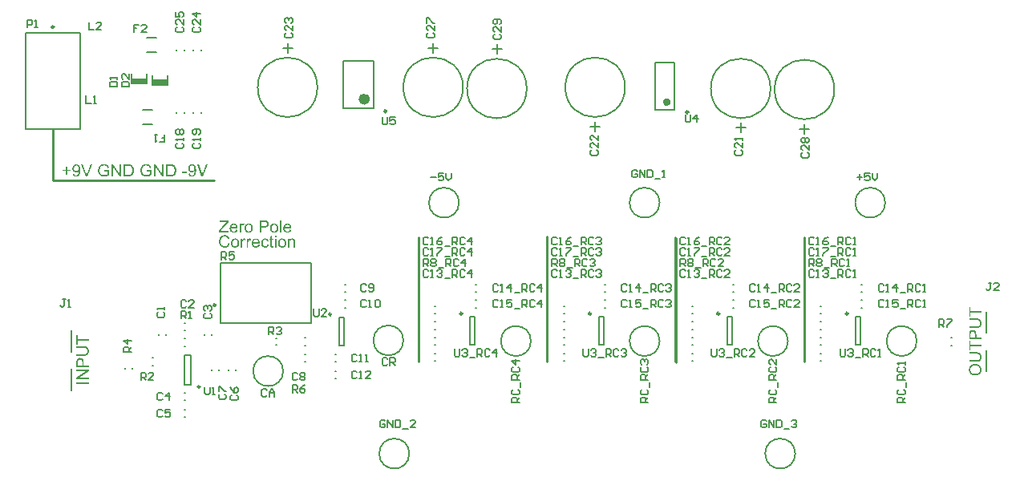
<source format=gto>
G04*
G04 #@! TF.GenerationSoftware,Altium Limited,Altium Designer,19.0.15 (446)*
G04*
G04 Layer_Color=65535*
%FSLAX25Y25*%
%MOIN*%
G70*
G01*
G75*
%ADD10C,0.00787*%
%ADD11C,0.00984*%
%ADD12C,0.01575*%
%ADD13C,0.02362*%
%ADD14C,0.01000*%
%ADD15C,0.00591*%
%ADD16R,0.06299X0.02362*%
G36*
X122442Y322273D02*
X126887D01*
Y321607D01*
X122442D01*
Y319947D01*
X121847D01*
Y323933D01*
X122442D01*
Y322273D01*
D02*
G37*
G36*
X124948Y319210D02*
X125019Y319205D01*
X125101Y319199D01*
X125194Y319194D01*
X125385Y319172D01*
X125587Y319145D01*
X125784Y319101D01*
X125876Y319074D01*
X125964Y319041D01*
X125969D01*
X125986Y319036D01*
X126007Y319025D01*
X126040Y319008D01*
X126078Y318987D01*
X126122Y318965D01*
X126221Y318899D01*
X126280Y318861D01*
X126335Y318817D01*
X126401Y318763D01*
X126461Y318708D01*
X126521Y318642D01*
X126581Y318577D01*
X126635Y318500D01*
X126690Y318419D01*
X126696Y318413D01*
X126701Y318397D01*
X126717Y318375D01*
X126734Y318337D01*
X126756Y318293D01*
X126777Y318238D01*
X126805Y318178D01*
X126827Y318102D01*
X126854Y318025D01*
X126881Y317938D01*
X126903Y317840D01*
X126925Y317736D01*
X126941Y317621D01*
X126958Y317501D01*
X126963Y317376D01*
X126969Y317245D01*
Y317174D01*
X126963Y317125D01*
Y317065D01*
X126958Y316999D01*
X126947Y316917D01*
X126936Y316835D01*
X126908Y316650D01*
X126865Y316453D01*
X126805Y316262D01*
X126772Y316169D01*
X126728Y316082D01*
X126723Y316076D01*
X126717Y316060D01*
X126701Y316038D01*
X126685Y316011D01*
X126657Y315973D01*
X126625Y315929D01*
X126592Y315885D01*
X126548Y315836D01*
X126450Y315727D01*
X126330Y315623D01*
X126188Y315525D01*
X126106Y315481D01*
X126024Y315443D01*
X126019D01*
X126002Y315438D01*
X125975Y315427D01*
X125937Y315416D01*
X125893Y315399D01*
X125833Y315383D01*
X125767Y315367D01*
X125691Y315350D01*
X125603Y315328D01*
X125511Y315312D01*
X125407Y315296D01*
X125292Y315285D01*
X125172Y315268D01*
X125041Y315263D01*
X124905Y315252D01*
X124757D01*
X121847D01*
Y315918D01*
X124757D01*
X124763D01*
X124785D01*
X124817D01*
X124866D01*
X124921Y315923D01*
X124981D01*
X125052Y315929D01*
X125123Y315934D01*
X125281Y315945D01*
X125440Y315967D01*
X125593Y316000D01*
X125664Y316016D01*
X125724Y316038D01*
X125729D01*
X125734Y316043D01*
X125751Y316049D01*
X125773Y316060D01*
X125833Y316093D01*
X125898Y316136D01*
X125980Y316191D01*
X126057Y316262D01*
X126133Y316349D01*
X126204Y316453D01*
Y316459D01*
X126210Y316469D01*
X126221Y316486D01*
X126231Y316508D01*
X126242Y316535D01*
X126253Y316573D01*
X126270Y316611D01*
X126286Y316655D01*
X126313Y316764D01*
X126341Y316890D01*
X126362Y317032D01*
X126368Y317185D01*
Y317256D01*
X126362Y317305D01*
X126357Y317365D01*
X126351Y317436D01*
X126341Y317512D01*
X126324Y317594D01*
X126286Y317763D01*
X126259Y317851D01*
X126226Y317938D01*
X126188Y318020D01*
X126144Y318096D01*
X126095Y318167D01*
X126035Y318233D01*
X126029Y318238D01*
X126019Y318249D01*
X125997Y318260D01*
X125969Y318282D01*
X125931Y318304D01*
X125882Y318331D01*
X125822Y318364D01*
X125751Y318391D01*
X125669Y318419D01*
X125576Y318451D01*
X125472Y318479D01*
X125358Y318500D01*
X125227Y318522D01*
X125085Y318539D01*
X124926Y318544D01*
X124757Y318550D01*
X121847D01*
Y319216D01*
X124757D01*
X124768D01*
X124790D01*
X124828D01*
X124883D01*
X124948Y319210D01*
D02*
G37*
G36*
X123419Y314389D02*
X123474Y314384D01*
X123534Y314373D01*
X123605Y314362D01*
X123687Y314346D01*
X123769Y314324D01*
X123856Y314296D01*
X123944Y314264D01*
X124037Y314220D01*
X124129Y314176D01*
X124222Y314122D01*
X124310Y314056D01*
X124397Y313985D01*
X124402Y313980D01*
X124413Y313963D01*
X124435Y313941D01*
X124468Y313903D01*
X124501Y313860D01*
X124539Y313800D01*
X124577Y313728D01*
X124615Y313647D01*
X124659Y313548D01*
X124697Y313445D01*
X124735Y313319D01*
X124768Y313188D01*
X124795Y313035D01*
X124817Y312871D01*
X124834Y312697D01*
X124839Y312500D01*
Y311211D01*
X126887D01*
Y310545D01*
X121847D01*
Y312620D01*
X121853Y312729D01*
X121858Y312855D01*
X121869Y312981D01*
X121880Y313101D01*
X121885Y313161D01*
X121896Y313210D01*
Y313215D01*
X121902Y313226D01*
Y313248D01*
X121907Y313270D01*
X121918Y313303D01*
X121923Y313341D01*
X121951Y313428D01*
X121984Y313527D01*
X122027Y313630D01*
X122076Y313734D01*
X122136Y313832D01*
Y313838D01*
X122142Y313843D01*
X122169Y313876D01*
X122207Y313920D01*
X122262Y313980D01*
X122327Y314040D01*
X122415Y314111D01*
X122508Y314176D01*
X122622Y314236D01*
X122628D01*
X122639Y314242D01*
X122655Y314253D01*
X122677Y314264D01*
X122704Y314275D01*
X122742Y314285D01*
X122824Y314318D01*
X122928Y314346D01*
X123043Y314373D01*
X123174Y314389D01*
X123310Y314395D01*
X123316D01*
X123338D01*
X123370D01*
X123419Y314389D01*
D02*
G37*
G36*
X126887Y308738D02*
X122934Y306095D01*
X126887D01*
Y305457D01*
X121847D01*
Y306139D01*
X125805Y308787D01*
X121847D01*
Y309426D01*
X126887D01*
Y308738D01*
D02*
G37*
G36*
Y303622D02*
X121847D01*
Y304288D01*
X126887D01*
Y303622D01*
D02*
G37*
G36*
X493505Y333873D02*
X497950D01*
Y333207D01*
X493505D01*
Y331547D01*
X492910D01*
Y335533D01*
X493505D01*
Y333873D01*
D02*
G37*
G36*
X496011Y330810D02*
X496082Y330805D01*
X496164Y330799D01*
X496257Y330794D01*
X496448Y330772D01*
X496650Y330745D01*
X496847Y330701D01*
X496940Y330674D01*
X497027Y330641D01*
X497032D01*
X497049Y330636D01*
X497071Y330625D01*
X497103Y330608D01*
X497142Y330587D01*
X497185Y330565D01*
X497284Y330499D01*
X497343Y330461D01*
X497398Y330417D01*
X497464Y330363D01*
X497524Y330308D01*
X497584Y330242D01*
X497644Y330177D01*
X497698Y330100D01*
X497753Y330019D01*
X497758Y330013D01*
X497764Y329997D01*
X497780Y329975D01*
X497797Y329937D01*
X497819Y329893D01*
X497840Y329838D01*
X497868Y329778D01*
X497890Y329702D01*
X497917Y329626D01*
X497944Y329538D01*
X497966Y329440D01*
X497988Y329336D01*
X498004Y329222D01*
X498021Y329101D01*
X498026Y328976D01*
X498032Y328845D01*
Y328774D01*
X498026Y328725D01*
Y328664D01*
X498021Y328599D01*
X498010Y328517D01*
X497999Y328435D01*
X497971Y328250D01*
X497928Y328053D01*
X497868Y327862D01*
X497835Y327769D01*
X497791Y327682D01*
X497786Y327676D01*
X497780Y327660D01*
X497764Y327638D01*
X497748Y327611D01*
X497720Y327572D01*
X497687Y327529D01*
X497655Y327485D01*
X497611Y327436D01*
X497513Y327327D01*
X497393Y327223D01*
X497251Y327125D01*
X497169Y327081D01*
X497087Y327043D01*
X497082D01*
X497065Y327038D01*
X497038Y327027D01*
X497000Y327016D01*
X496956Y326999D01*
X496896Y326983D01*
X496830Y326967D01*
X496754Y326950D01*
X496666Y326928D01*
X496574Y326912D01*
X496470Y326895D01*
X496355Y326885D01*
X496235Y326868D01*
X496104Y326863D01*
X495968Y326852D01*
X495820D01*
X492910D01*
Y327518D01*
X495820D01*
X495826D01*
X495848D01*
X495880D01*
X495929D01*
X495984Y327523D01*
X496044D01*
X496115Y327529D01*
X496186Y327534D01*
X496344Y327545D01*
X496503Y327567D01*
X496656Y327600D01*
X496727Y327616D01*
X496787Y327638D01*
X496792D01*
X496798Y327643D01*
X496814Y327649D01*
X496836Y327660D01*
X496896Y327693D01*
X496961Y327736D01*
X497043Y327791D01*
X497120Y327862D01*
X497196Y327949D01*
X497267Y328053D01*
Y328059D01*
X497273Y328069D01*
X497284Y328086D01*
X497294Y328108D01*
X497305Y328135D01*
X497316Y328173D01*
X497333Y328211D01*
X497349Y328255D01*
X497376Y328364D01*
X497404Y328490D01*
X497426Y328632D01*
X497431Y328785D01*
Y328856D01*
X497426Y328905D01*
X497420Y328965D01*
X497414Y329036D01*
X497404Y329112D01*
X497387Y329194D01*
X497349Y329363D01*
X497322Y329451D01*
X497289Y329538D01*
X497251Y329620D01*
X497207Y329696D01*
X497158Y329767D01*
X497098Y329833D01*
X497092Y329838D01*
X497082Y329849D01*
X497060Y329860D01*
X497032Y329882D01*
X496994Y329904D01*
X496945Y329931D01*
X496885Y329964D01*
X496814Y329991D01*
X496732Y330019D01*
X496639Y330051D01*
X496535Y330079D01*
X496421Y330100D01*
X496290Y330122D01*
X496148Y330139D01*
X495990Y330144D01*
X495820Y330150D01*
X492910D01*
Y330816D01*
X495820D01*
X495831D01*
X495853D01*
X495891D01*
X495946D01*
X496011Y330810D01*
D02*
G37*
G36*
X494483Y325989D02*
X494537Y325984D01*
X494597Y325973D01*
X494668Y325962D01*
X494750Y325945D01*
X494832Y325924D01*
X494919Y325896D01*
X495007Y325864D01*
X495099Y325820D01*
X495192Y325776D01*
X495285Y325722D01*
X495372Y325656D01*
X495460Y325585D01*
X495465Y325580D01*
X495476Y325563D01*
X495498Y325541D01*
X495531Y325503D01*
X495564Y325460D01*
X495602Y325399D01*
X495640Y325328D01*
X495678Y325247D01*
X495722Y325148D01*
X495760Y325045D01*
X495798Y324919D01*
X495831Y324788D01*
X495858Y324635D01*
X495880Y324471D01*
X495897Y324296D01*
X495902Y324100D01*
Y322811D01*
X497950D01*
Y322145D01*
X492910D01*
Y324220D01*
X492915Y324329D01*
X492921Y324455D01*
X492932Y324581D01*
X492943Y324701D01*
X492948Y324761D01*
X492959Y324810D01*
Y324815D01*
X492965Y324826D01*
Y324848D01*
X492970Y324870D01*
X492981Y324903D01*
X492986Y324941D01*
X493014Y325028D01*
X493047Y325127D01*
X493090Y325230D01*
X493139Y325334D01*
X493199Y325432D01*
Y325438D01*
X493205Y325443D01*
X493232Y325476D01*
X493270Y325520D01*
X493325Y325580D01*
X493391Y325640D01*
X493478Y325711D01*
X493571Y325776D01*
X493685Y325836D01*
X493691D01*
X493702Y325842D01*
X493718Y325853D01*
X493740Y325864D01*
X493767Y325874D01*
X493806Y325885D01*
X493887Y325918D01*
X493991Y325945D01*
X494106Y325973D01*
X494237Y325989D01*
X494373Y325995D01*
X494379D01*
X494401D01*
X494433D01*
X494483Y325989D01*
D02*
G37*
G36*
X493505Y319797D02*
X497950D01*
Y319131D01*
X493505D01*
Y317472D01*
X492910D01*
Y321457D01*
X493505D01*
Y319797D01*
D02*
G37*
G36*
X496011Y316734D02*
X496082Y316729D01*
X496164Y316723D01*
X496257Y316718D01*
X496448Y316696D01*
X496650Y316669D01*
X496847Y316625D01*
X496940Y316598D01*
X497027Y316565D01*
X497032D01*
X497049Y316560D01*
X497071Y316549D01*
X497103Y316532D01*
X497142Y316511D01*
X497185Y316489D01*
X497284Y316423D01*
X497343Y316385D01*
X497398Y316341D01*
X497464Y316287D01*
X497524Y316232D01*
X497584Y316167D01*
X497644Y316101D01*
X497698Y316025D01*
X497753Y315943D01*
X497758Y315937D01*
X497764Y315921D01*
X497780Y315899D01*
X497797Y315861D01*
X497819Y315817D01*
X497840Y315763D01*
X497868Y315703D01*
X497890Y315626D01*
X497917Y315550D01*
X497944Y315462D01*
X497966Y315364D01*
X497988Y315260D01*
X498004Y315146D01*
X498021Y315025D01*
X498026Y314900D01*
X498032Y314769D01*
Y314698D01*
X498026Y314649D01*
Y314589D01*
X498021Y314523D01*
X498010Y314441D01*
X497999Y314359D01*
X497971Y314174D01*
X497928Y313977D01*
X497868Y313786D01*
X497835Y313693D01*
X497791Y313606D01*
X497786Y313600D01*
X497780Y313584D01*
X497764Y313562D01*
X497748Y313535D01*
X497720Y313497D01*
X497687Y313453D01*
X497655Y313409D01*
X497611Y313360D01*
X497513Y313251D01*
X497393Y313147D01*
X497251Y313049D01*
X497169Y313005D01*
X497087Y312967D01*
X497082D01*
X497065Y312962D01*
X497038Y312951D01*
X497000Y312940D01*
X496956Y312923D01*
X496896Y312907D01*
X496830Y312891D01*
X496754Y312874D01*
X496666Y312852D01*
X496574Y312836D01*
X496470Y312820D01*
X496355Y312809D01*
X496235Y312792D01*
X496104Y312787D01*
X495968Y312776D01*
X495820D01*
X492910D01*
Y313442D01*
X495820D01*
X495826D01*
X495848D01*
X495880D01*
X495929D01*
X495984Y313447D01*
X496044D01*
X496115Y313453D01*
X496186Y313458D01*
X496344Y313469D01*
X496503Y313491D01*
X496656Y313524D01*
X496727Y313540D01*
X496787Y313562D01*
X496792D01*
X496798Y313568D01*
X496814Y313573D01*
X496836Y313584D01*
X496896Y313617D01*
X496961Y313661D01*
X497043Y313715D01*
X497120Y313786D01*
X497196Y313873D01*
X497267Y313977D01*
Y313983D01*
X497273Y313994D01*
X497284Y314010D01*
X497294Y314032D01*
X497305Y314059D01*
X497316Y314097D01*
X497333Y314136D01*
X497349Y314179D01*
X497376Y314288D01*
X497404Y314414D01*
X497426Y314556D01*
X497431Y314709D01*
Y314780D01*
X497426Y314829D01*
X497420Y314889D01*
X497414Y314960D01*
X497404Y315036D01*
X497387Y315118D01*
X497349Y315287D01*
X497322Y315375D01*
X497289Y315462D01*
X497251Y315544D01*
X497207Y315621D01*
X497158Y315692D01*
X497098Y315757D01*
X497092Y315763D01*
X497082Y315774D01*
X497060Y315784D01*
X497032Y315806D01*
X496994Y315828D01*
X496945Y315855D01*
X496885Y315888D01*
X496814Y315915D01*
X496732Y315943D01*
X496639Y315975D01*
X496535Y316003D01*
X496421Y316025D01*
X496290Y316047D01*
X496148Y316063D01*
X495990Y316068D01*
X495820Y316074D01*
X492910D01*
Y316740D01*
X495820D01*
X495831D01*
X495853D01*
X495891D01*
X495946D01*
X496011Y316734D01*
D02*
G37*
G36*
X495569Y311902D02*
X495635Y311897D01*
X495711Y311891D01*
X495798Y311880D01*
X495897Y311870D01*
X496000Y311853D01*
X496110Y311831D01*
X496224Y311809D01*
X496339Y311777D01*
X496459Y311738D01*
X496574Y311700D01*
X496694Y311651D01*
X496808Y311597D01*
X496814Y311591D01*
X496836Y311580D01*
X496869Y311564D01*
X496907Y311542D01*
X496956Y311509D01*
X497016Y311471D01*
X497082Y311422D01*
X497153Y311373D01*
X497223Y311313D01*
X497300Y311247D01*
X497376Y311171D01*
X497453Y311094D01*
X497524Y311012D01*
X497595Y310919D01*
X497666Y310821D01*
X497726Y310718D01*
X497731Y310712D01*
X497737Y310690D01*
X497753Y310663D01*
X497775Y310619D01*
X497797Y310565D01*
X497824Y310505D01*
X497851Y310434D01*
X497879Y310352D01*
X497906Y310264D01*
X497933Y310172D01*
X497961Y310068D01*
X497982Y309964D01*
X498021Y309735D01*
X498026Y309615D01*
X498032Y309494D01*
Y309423D01*
X498026Y309374D01*
X498021Y309314D01*
X498015Y309238D01*
X498004Y309161D01*
X497988Y309069D01*
X497971Y308976D01*
X497950Y308872D01*
X497922Y308768D01*
X497890Y308659D01*
X497851Y308550D01*
X497802Y308441D01*
X497753Y308331D01*
X497693Y308222D01*
X497687Y308217D01*
X497677Y308201D01*
X497655Y308168D01*
X497627Y308130D01*
X497595Y308086D01*
X497551Y308031D01*
X497502Y307971D01*
X497447Y307906D01*
X497382Y307835D01*
X497311Y307769D01*
X497234Y307698D01*
X497153Y307627D01*
X497060Y307556D01*
X496967Y307491D01*
X496863Y307431D01*
X496754Y307370D01*
X496748Y307365D01*
X496727Y307360D01*
X496694Y307343D01*
X496650Y307327D01*
X496595Y307305D01*
X496530Y307283D01*
X496459Y307256D01*
X496372Y307229D01*
X496284Y307201D01*
X496186Y307174D01*
X496082Y307152D01*
X495973Y307130D01*
X495744Y307098D01*
X495618Y307092D01*
X495498Y307087D01*
X495493D01*
X495482D01*
X495465D01*
X495443D01*
X495411Y307092D01*
X495378D01*
X495291Y307098D01*
X495187Y307108D01*
X495061Y307125D01*
X494930Y307141D01*
X494783Y307169D01*
X494625Y307207D01*
X494466Y307250D01*
X494302Y307305D01*
X494138Y307370D01*
X493975Y307447D01*
X493822Y307534D01*
X493669Y307638D01*
X493533Y307758D01*
X493527Y307764D01*
X493500Y307791D01*
X493467Y307829D01*
X493423Y307878D01*
X493369Y307949D01*
X493309Y308026D01*
X493243Y308119D01*
X493178Y308228D01*
X493112Y308348D01*
X493047Y308479D01*
X492986Y308621D01*
X492932Y308779D01*
X492888Y308943D01*
X492855Y309118D01*
X492828Y309303D01*
X492823Y309500D01*
Y309565D01*
X492828Y309615D01*
X492834Y309680D01*
X492839Y309751D01*
X492850Y309827D01*
X492866Y309915D01*
X492883Y310013D01*
X492905Y310111D01*
X492932Y310215D01*
X492965Y310324D01*
X493003Y310434D01*
X493047Y310543D01*
X493096Y310647D01*
X493156Y310756D01*
X493161Y310761D01*
X493172Y310783D01*
X493188Y310810D01*
X493216Y310849D01*
X493249Y310898D01*
X493292Y310947D01*
X493341Y311007D01*
X493396Y311072D01*
X493462Y311143D01*
X493533Y311214D01*
X493609Y311285D01*
X493691Y311356D01*
X493778Y311422D01*
X493877Y311493D01*
X493980Y311553D01*
X494089Y311613D01*
X494095Y311618D01*
X494117Y311624D01*
X494149Y311640D01*
X494193Y311657D01*
X494248Y311684D01*
X494319Y311706D01*
X494395Y311733D01*
X494483Y311760D01*
X494575Y311788D01*
X494679Y311815D01*
X494794Y311842D01*
X494908Y311864D01*
X495034Y311880D01*
X495165Y311897D01*
X495296Y311902D01*
X495438Y311908D01*
X495449D01*
X495471D01*
X495514D01*
X495569Y311902D01*
D02*
G37*
G36*
X151058Y394967D02*
X151113Y394962D01*
X151173Y394956D01*
X151244Y394951D01*
X151397Y394929D01*
X151566Y394896D01*
X151735Y394852D01*
X151905Y394793D01*
X151910D01*
X151927Y394787D01*
X151948Y394776D01*
X151976Y394760D01*
X152014Y394743D01*
X152058Y394722D01*
X152156Y394667D01*
X152271Y394596D01*
X152385Y394514D01*
X152494Y394416D01*
X152598Y394301D01*
X152604Y394296D01*
X152609Y394285D01*
X152620Y394268D01*
X152642Y394247D01*
X152658Y394214D01*
X152685Y394176D01*
X152713Y394132D01*
X152740Y394077D01*
X152773Y394023D01*
X152800Y393963D01*
X152833Y393892D01*
X152866Y393821D01*
X152926Y393657D01*
X152980Y393477D01*
X152374Y393313D01*
Y393318D01*
X152369Y393329D01*
X152363Y393351D01*
X152352Y393378D01*
X152341Y393406D01*
X152331Y393444D01*
X152298Y393531D01*
X152254Y393630D01*
X152205Y393728D01*
X152150Y393826D01*
X152090Y393913D01*
X152085Y393924D01*
X152058Y393952D01*
X152019Y393990D01*
X151970Y394044D01*
X151899Y394099D01*
X151817Y394159D01*
X151719Y394214D01*
X151610Y394268D01*
X151604D01*
X151593Y394274D01*
X151577Y394279D01*
X151555Y394290D01*
X151528Y394301D01*
X151490Y394312D01*
X151408Y394339D01*
X151304Y394361D01*
X151189Y394383D01*
X151058Y394399D01*
X150922Y394405D01*
X150846D01*
X150807Y394399D01*
X150758D01*
X150709Y394394D01*
X150649Y394388D01*
X150529Y394372D01*
X150392Y394345D01*
X150261Y394312D01*
X150130Y394263D01*
X150125D01*
X150114Y394257D01*
X150098Y394247D01*
X150076Y394235D01*
X150016Y394208D01*
X149939Y394165D01*
X149852Y394110D01*
X149764Y394044D01*
X149672Y393973D01*
X149590Y393892D01*
X149579Y393881D01*
X149557Y393853D01*
X149519Y393804D01*
X149475Y393744D01*
X149426Y393673D01*
X149371Y393586D01*
X149322Y393493D01*
X149278Y393395D01*
Y393389D01*
X149273Y393373D01*
X149262Y393351D01*
X149251Y393313D01*
X149235Y393269D01*
X149218Y393220D01*
X149202Y393160D01*
X149186Y393094D01*
X149164Y393023D01*
X149147Y392941D01*
X149120Y392772D01*
X149098Y392581D01*
X149087Y392379D01*
Y392374D01*
Y392352D01*
Y392314D01*
X149093Y392270D01*
Y392210D01*
X149098Y392144D01*
X149109Y392068D01*
X149115Y391986D01*
X149142Y391806D01*
X149186Y391620D01*
X149240Y391429D01*
X149317Y391249D01*
X149322Y391243D01*
X149328Y391227D01*
X149338Y391205D01*
X149360Y391173D01*
X149382Y391140D01*
X149415Y391096D01*
X149486Y390998D01*
X149584Y390889D01*
X149699Y390774D01*
X149830Y390670D01*
X149906Y390621D01*
X149988Y390577D01*
X149994D01*
X150010Y390566D01*
X150032Y390556D01*
X150065Y390545D01*
X150108Y390528D01*
X150157Y390506D01*
X150212Y390490D01*
X150272Y390468D01*
X150338Y390446D01*
X150414Y390430D01*
X150573Y390392D01*
X150747Y390370D01*
X150933Y390359D01*
X150977D01*
X151009Y390364D01*
X151048D01*
X151091Y390370D01*
X151140Y390375D01*
X151200Y390381D01*
X151326Y390397D01*
X151468Y390430D01*
X151621Y390468D01*
X151774Y390523D01*
X151779D01*
X151790Y390528D01*
X151812Y390539D01*
X151845Y390550D01*
X151877Y390566D01*
X151916Y390588D01*
X152008Y390632D01*
X152112Y390686D01*
X152216Y390747D01*
X152314Y390807D01*
X152402Y390878D01*
Y391822D01*
X150922D01*
Y392417D01*
X153057D01*
Y390545D01*
X153051Y390539D01*
X153035Y390528D01*
X153008Y390506D01*
X152969Y390479D01*
X152926Y390446D01*
X152871Y390413D01*
X152811Y390370D01*
X152746Y390326D01*
X152675Y390283D01*
X152593Y390233D01*
X152423Y390135D01*
X152238Y390042D01*
X152041Y389960D01*
X152036D01*
X152019Y389949D01*
X151992Y389944D01*
X151948Y389928D01*
X151905Y389917D01*
X151845Y389900D01*
X151785Y389879D01*
X151714Y389862D01*
X151632Y389846D01*
X151550Y389824D01*
X151370Y389796D01*
X151173Y389775D01*
X150971Y389764D01*
X150900D01*
X150846Y389769D01*
X150780Y389775D01*
X150704Y389780D01*
X150616Y389791D01*
X150523Y389802D01*
X150425Y389818D01*
X150316Y389840D01*
X150207Y389867D01*
X150087Y389900D01*
X149972Y389933D01*
X149857Y389977D01*
X149737Y390026D01*
X149622Y390080D01*
X149617Y390086D01*
X149595Y390097D01*
X149562Y390113D01*
X149524Y390141D01*
X149475Y390173D01*
X149415Y390212D01*
X149349Y390261D01*
X149278Y390315D01*
X149207Y390375D01*
X149131Y390446D01*
X149055Y390517D01*
X148978Y390599D01*
X148907Y390692D01*
X148836Y390785D01*
X148765Y390889D01*
X148705Y390998D01*
X148700Y391003D01*
X148694Y391025D01*
X148678Y391058D01*
X148656Y391102D01*
X148634Y391161D01*
X148607Y391227D01*
X148580Y391303D01*
X148552Y391391D01*
X148525Y391484D01*
X148498Y391587D01*
X148470Y391702D01*
X148449Y391817D01*
X148427Y391942D01*
X148410Y392068D01*
X148405Y392204D01*
X148399Y392341D01*
Y392352D01*
Y392374D01*
Y392412D01*
X148405Y392466D01*
X148410Y392532D01*
X148416Y392608D01*
X148427Y392696D01*
X148438Y392789D01*
X148454Y392892D01*
X148476Y393002D01*
X148530Y393231D01*
X148563Y393351D01*
X148607Y393471D01*
X148651Y393591D01*
X148705Y393711D01*
X148711Y393717D01*
X148722Y393739D01*
X148738Y393771D01*
X148760Y393815D01*
X148793Y393870D01*
X148831Y393930D01*
X148880Y393995D01*
X148929Y394072D01*
X148989Y394148D01*
X149055Y394225D01*
X149126Y394301D01*
X149207Y394383D01*
X149289Y394459D01*
X149382Y394530D01*
X149480Y394601D01*
X149584Y394661D01*
X149590Y394667D01*
X149611Y394672D01*
X149644Y394689D01*
X149688Y394711D01*
X149743Y394732D01*
X149808Y394760D01*
X149884Y394787D01*
X149966Y394820D01*
X150059Y394847D01*
X150163Y394874D01*
X150272Y394902D01*
X150392Y394923D01*
X150512Y394945D01*
X150644Y394962D01*
X150780Y394967D01*
X150917Y394973D01*
X151009D01*
X151058Y394967D01*
D02*
G37*
G36*
X133461Y394967D02*
X133516Y394962D01*
X133575Y394956D01*
X133647Y394951D01*
X133799Y394929D01*
X133969Y394896D01*
X134138Y394852D01*
X134307Y394792D01*
X134313D01*
X134329Y394787D01*
X134351Y394776D01*
X134378Y394760D01*
X134416Y394743D01*
X134460Y394722D01*
X134558Y394667D01*
X134673Y394596D01*
X134788Y394514D01*
X134897Y394416D01*
X135001Y394301D01*
X135006Y394296D01*
X135011Y394285D01*
X135022Y394268D01*
X135044Y394246D01*
X135061Y394214D01*
X135088Y394176D01*
X135115Y394132D01*
X135143Y394077D01*
X135175Y394023D01*
X135203Y393963D01*
X135235Y393892D01*
X135268Y393821D01*
X135328Y393657D01*
X135383Y393477D01*
X134777Y393313D01*
Y393318D01*
X134771Y393329D01*
X134766Y393351D01*
X134755Y393378D01*
X134744Y393406D01*
X134733Y393444D01*
X134700Y393531D01*
X134657Y393630D01*
X134607Y393728D01*
X134553Y393826D01*
X134493Y393913D01*
X134487Y393924D01*
X134460Y393952D01*
X134422Y393990D01*
X134373Y394044D01*
X134302Y394099D01*
X134220Y394159D01*
X134122Y394214D01*
X134012Y394268D01*
X134007D01*
X133996Y394274D01*
X133979Y394279D01*
X133958Y394290D01*
X133930Y394301D01*
X133892Y394312D01*
X133810Y394339D01*
X133706Y394361D01*
X133592Y394383D01*
X133461Y394399D01*
X133324Y394405D01*
X133248D01*
X133210Y394399D01*
X133160D01*
X133111Y394394D01*
X133051Y394388D01*
X132931Y394372D01*
X132795Y394345D01*
X132664Y394312D01*
X132533Y394263D01*
X132527D01*
X132516Y394257D01*
X132500Y394246D01*
X132478Y394235D01*
X132418Y394208D01*
X132342Y394164D01*
X132254Y394110D01*
X132167Y394044D01*
X132074Y393973D01*
X131992Y393892D01*
X131981Y393881D01*
X131959Y393853D01*
X131921Y393804D01*
X131877Y393744D01*
X131828Y393673D01*
X131774Y393586D01*
X131725Y393493D01*
X131681Y393395D01*
Y393389D01*
X131675Y393373D01*
X131665Y393351D01*
X131654Y393313D01*
X131637Y393269D01*
X131621Y393220D01*
X131604Y393160D01*
X131588Y393094D01*
X131566Y393023D01*
X131550Y392941D01*
X131523Y392772D01*
X131501Y392581D01*
X131490Y392379D01*
Y392374D01*
Y392352D01*
Y392314D01*
X131495Y392270D01*
Y392210D01*
X131501Y392144D01*
X131512Y392068D01*
X131517Y391986D01*
X131544Y391806D01*
X131588Y391620D01*
X131643Y391429D01*
X131719Y391249D01*
X131725Y391243D01*
X131730Y391227D01*
X131741Y391205D01*
X131763Y391173D01*
X131785Y391140D01*
X131817Y391096D01*
X131888Y390998D01*
X131987Y390889D01*
X132101Y390774D01*
X132232Y390670D01*
X132309Y390621D01*
X132391Y390577D01*
X132396D01*
X132413Y390566D01*
X132434Y390556D01*
X132467Y390545D01*
X132511Y390528D01*
X132560Y390506D01*
X132615Y390490D01*
X132675Y390468D01*
X132740Y390446D01*
X132817Y390430D01*
X132975Y390392D01*
X133150Y390370D01*
X133335Y390359D01*
X133379D01*
X133412Y390364D01*
X133450D01*
X133494Y390370D01*
X133543Y390375D01*
X133603Y390381D01*
X133728Y390397D01*
X133870Y390430D01*
X134023Y390468D01*
X134176Y390523D01*
X134182D01*
X134193Y390528D01*
X134214Y390539D01*
X134247Y390550D01*
X134280Y390566D01*
X134318Y390588D01*
X134411Y390632D01*
X134515Y390686D01*
X134618Y390747D01*
X134717Y390807D01*
X134804Y390878D01*
Y391822D01*
X133324D01*
Y392417D01*
X135459D01*
Y390545D01*
X135454Y390539D01*
X135437Y390528D01*
X135410Y390506D01*
X135372Y390479D01*
X135328Y390446D01*
X135274Y390413D01*
X135213Y390370D01*
X135148Y390326D01*
X135077Y390283D01*
X134995Y390233D01*
X134826Y390135D01*
X134640Y390042D01*
X134444Y389960D01*
X134438D01*
X134422Y389949D01*
X134395Y389944D01*
X134351Y389928D01*
X134307Y389917D01*
X134247Y389900D01*
X134187Y389878D01*
X134116Y389862D01*
X134034Y389846D01*
X133952Y389824D01*
X133772Y389796D01*
X133575Y389775D01*
X133373Y389764D01*
X133302D01*
X133248Y389769D01*
X133182Y389775D01*
X133106Y389780D01*
X133019Y389791D01*
X132926Y389802D01*
X132827Y389818D01*
X132718Y389840D01*
X132609Y389867D01*
X132489Y389900D01*
X132374Y389933D01*
X132260Y389977D01*
X132140Y390026D01*
X132025Y390080D01*
X132019Y390086D01*
X131998Y390097D01*
X131965Y390113D01*
X131927Y390141D01*
X131877Y390173D01*
X131817Y390212D01*
X131752Y390261D01*
X131681Y390315D01*
X131610Y390375D01*
X131534Y390446D01*
X131457Y390517D01*
X131381Y390599D01*
X131310Y390692D01*
X131239Y390785D01*
X131168Y390889D01*
X131108Y390998D01*
X131102Y391003D01*
X131097Y391025D01*
X131080Y391058D01*
X131058Y391102D01*
X131037Y391161D01*
X131009Y391227D01*
X130982Y391303D01*
X130955Y391391D01*
X130927Y391484D01*
X130900Y391587D01*
X130873Y391702D01*
X130851Y391817D01*
X130829Y391942D01*
X130813Y392068D01*
X130807Y392204D01*
X130802Y392341D01*
Y392352D01*
Y392374D01*
Y392412D01*
X130807Y392466D01*
X130813Y392532D01*
X130818Y392608D01*
X130829Y392696D01*
X130840Y392789D01*
X130856Y392892D01*
X130878Y393002D01*
X130933Y393231D01*
X130966Y393351D01*
X131009Y393471D01*
X131053Y393591D01*
X131108Y393711D01*
X131113Y393717D01*
X131124Y393739D01*
X131140Y393771D01*
X131162Y393815D01*
X131195Y393870D01*
X131233Y393930D01*
X131282Y393995D01*
X131331Y394072D01*
X131392Y394148D01*
X131457Y394225D01*
X131528Y394301D01*
X131610Y394383D01*
X131692Y394459D01*
X131785Y394530D01*
X131883Y394601D01*
X131987Y394661D01*
X131992Y394667D01*
X132014Y394672D01*
X132047Y394689D01*
X132090Y394710D01*
X132145Y394732D01*
X132211Y394760D01*
X132287Y394787D01*
X132369Y394820D01*
X132462Y394847D01*
X132565Y394874D01*
X132675Y394902D01*
X132795Y394923D01*
X132915Y394945D01*
X133046Y394962D01*
X133182Y394967D01*
X133319Y394973D01*
X133412D01*
X133461Y394967D01*
D02*
G37*
G36*
X167744Y391358D02*
X165839D01*
Y391981D01*
X167744D01*
Y391358D01*
D02*
G37*
G36*
X158003Y389846D02*
X157316D01*
X154673Y393799D01*
Y389846D01*
X154034D01*
Y394885D01*
X154717D01*
X157365Y390927D01*
Y394885D01*
X158003D01*
Y389846D01*
D02*
G37*
G36*
X140406Y389846D02*
X139718D01*
X137075Y393799D01*
Y389846D01*
X136437D01*
Y394885D01*
X137119D01*
X139767Y390927D01*
Y394885D01*
X140406D01*
Y389846D01*
D02*
G37*
G36*
X118096Y392619D02*
X119467D01*
Y392041D01*
X118096D01*
Y390659D01*
X117512D01*
Y392041D01*
X116142D01*
Y392619D01*
X117512D01*
Y393990D01*
X118096D01*
Y392619D01*
D02*
G37*
G36*
X174547Y389846D02*
X173859D01*
X171905Y394885D01*
X172631D01*
X173941Y391222D01*
Y391216D01*
X173947Y391200D01*
X173958Y391178D01*
X173969Y391145D01*
X173979Y391107D01*
X173996Y391063D01*
X174012Y391014D01*
X174034Y390954D01*
X174072Y390828D01*
X174116Y390692D01*
X174160Y390545D01*
X174203Y390397D01*
Y390403D01*
X174209Y390413D01*
X174214Y390441D01*
X174225Y390468D01*
X174236Y390506D01*
X174247Y390550D01*
X174263Y390599D01*
X174280Y390654D01*
X174318Y390779D01*
X174367Y390921D01*
X174422Y391069D01*
X174476Y391222D01*
X175836Y394885D01*
X176513D01*
X174547Y389846D01*
D02*
G37*
G36*
X126445Y389846D02*
X125757D01*
X123802Y394885D01*
X124528D01*
X125839Y391222D01*
Y391216D01*
X125844Y391200D01*
X125855Y391178D01*
X125866Y391145D01*
X125877Y391107D01*
X125893Y391063D01*
X125910Y391014D01*
X125932Y390954D01*
X125970Y390828D01*
X126013Y390692D01*
X126057Y390545D01*
X126101Y390397D01*
Y390403D01*
X126106Y390413D01*
X126112Y390441D01*
X126123Y390468D01*
X126134Y390506D01*
X126145Y390550D01*
X126161Y390599D01*
X126177Y390654D01*
X126215Y390779D01*
X126265Y390921D01*
X126319Y391069D01*
X126374Y391222D01*
X127733Y394885D01*
X128410D01*
X126445Y389846D01*
D02*
G37*
G36*
X169917Y394896D02*
X169961D01*
X170010Y394885D01*
X170070Y394880D01*
X170130Y394869D01*
X170272Y394836D01*
X170420Y394787D01*
X170496Y394760D01*
X170578Y394722D01*
X170654Y394683D01*
X170731Y394634D01*
X170736Y394629D01*
X170747Y394623D01*
X170769Y394607D01*
X170796Y394585D01*
X170835Y394558D01*
X170873Y394525D01*
X170916Y394487D01*
X170960Y394443D01*
X171009Y394394D01*
X171064Y394334D01*
X171113Y394274D01*
X171168Y394208D01*
X171217Y394132D01*
X171266Y394055D01*
X171310Y393968D01*
X171353Y393881D01*
Y393875D01*
X171364Y393859D01*
X171375Y393831D01*
X171386Y393788D01*
X171402Y393739D01*
X171419Y393679D01*
X171441Y393608D01*
X171462Y393520D01*
X171479Y393427D01*
X171501Y393324D01*
X171517Y393204D01*
X171533Y393078D01*
X171544Y392941D01*
X171555Y392794D01*
X171566Y392636D01*
Y392466D01*
Y392456D01*
Y392423D01*
Y392374D01*
X171561Y392308D01*
Y392226D01*
X171555Y392128D01*
X171550Y392024D01*
X171539Y391910D01*
X171528Y391789D01*
X171517Y391664D01*
X171479Y391407D01*
X171424Y391156D01*
X171391Y391041D01*
X171353Y390927D01*
Y390921D01*
X171342Y390899D01*
X171331Y390872D01*
X171315Y390834D01*
X171293Y390785D01*
X171266Y390730D01*
X171233Y390670D01*
X171200Y390605D01*
X171113Y390468D01*
X171004Y390321D01*
X170878Y390184D01*
X170807Y390119D01*
X170731Y390059D01*
X170725Y390053D01*
X170714Y390048D01*
X170687Y390031D01*
X170660Y390015D01*
X170616Y389993D01*
X170572Y389966D01*
X170518Y389938D01*
X170452Y389911D01*
X170387Y389884D01*
X170310Y389857D01*
X170234Y389835D01*
X170147Y389808D01*
X169961Y389775D01*
X169863Y389769D01*
X169759Y389764D01*
X169704D01*
X169661Y389769D01*
X169612Y389775D01*
X169551Y389780D01*
X169486Y389791D01*
X169415Y389808D01*
X169262Y389846D01*
X169186Y389873D01*
X169104Y389900D01*
X169022Y389938D01*
X168940Y389982D01*
X168863Y390031D01*
X168792Y390091D01*
X168787Y390097D01*
X168776Y390108D01*
X168760Y390124D01*
X168732Y390152D01*
X168705Y390184D01*
X168672Y390228D01*
X168634Y390277D01*
X168596Y390332D01*
X168558Y390392D01*
X168519Y390463D01*
X168487Y390539D01*
X168448Y390621D01*
X168416Y390708D01*
X168388Y390801D01*
X168367Y390905D01*
X168350Y391014D01*
X168945Y391063D01*
Y391058D01*
X168951Y391047D01*
Y391025D01*
X168962Y390992D01*
X168967Y390960D01*
X168978Y390921D01*
X169005Y390828D01*
X169044Y390730D01*
X169093Y390632D01*
X169158Y390539D01*
X169191Y390495D01*
X169229Y390457D01*
X169240Y390452D01*
X169267Y390430D01*
X169317Y390397D01*
X169377Y390364D01*
X169459Y390332D01*
X169551Y390299D01*
X169655Y390277D01*
X169775Y390272D01*
X169825D01*
X169879Y390277D01*
X169945Y390288D01*
X170021Y390304D01*
X170103Y390326D01*
X170190Y390353D01*
X170272Y390397D01*
X170283Y390403D01*
X170310Y390419D01*
X170349Y390452D01*
X170398Y390490D01*
X170452Y390539D01*
X170512Y390599D01*
X170572Y390670D01*
X170627Y390747D01*
X170633Y390757D01*
X170649Y390785D01*
X170676Y390834D01*
X170709Y390905D01*
X170742Y390987D01*
X170780Y391085D01*
X170818Y391205D01*
X170856Y391336D01*
Y391342D01*
X170862Y391353D01*
X170867Y391374D01*
X170873Y391402D01*
X170878Y391435D01*
X170884Y391473D01*
X170895Y391522D01*
X170905Y391571D01*
X170922Y391686D01*
X170933Y391811D01*
X170944Y391948D01*
X170949Y392090D01*
Y392101D01*
Y392123D01*
Y392161D01*
Y392210D01*
X170938Y392204D01*
X170933Y392188D01*
X170916Y392166D01*
X170873Y392112D01*
X170818Y392046D01*
X170742Y391970D01*
X170654Y391888D01*
X170556Y391811D01*
X170441Y391735D01*
X170436D01*
X170425Y391729D01*
X170409Y391719D01*
X170387Y391707D01*
X170354Y391691D01*
X170321Y391680D01*
X170234Y391648D01*
X170130Y391609D01*
X170010Y391582D01*
X169879Y391560D01*
X169743Y391555D01*
X169715D01*
X169683Y391560D01*
X169639D01*
X169584Y391571D01*
X169524Y391577D01*
X169453Y391593D01*
X169377Y391609D01*
X169295Y391637D01*
X169213Y391664D01*
X169126Y391702D01*
X169038Y391746D01*
X168945Y391795D01*
X168858Y391855D01*
X168771Y391926D01*
X168689Y392002D01*
X168683Y392008D01*
X168672Y392024D01*
X168650Y392052D01*
X168623Y392084D01*
X168590Y392128D01*
X168552Y392183D01*
X168514Y392248D01*
X168476Y392324D01*
X168432Y392401D01*
X168394Y392494D01*
X168356Y392592D01*
X168323Y392696D01*
X168296Y392811D01*
X168274Y392936D01*
X168263Y393062D01*
X168257Y393198D01*
Y393209D01*
Y393231D01*
X168263Y393275D01*
Y393324D01*
X168274Y393389D01*
X168279Y393466D01*
X168296Y393548D01*
X168312Y393640D01*
X168339Y393733D01*
X168367Y393837D01*
X168405Y393941D01*
X168448Y394039D01*
X168498Y394143D01*
X168558Y394247D01*
X168629Y394339D01*
X168705Y394432D01*
X168711Y394438D01*
X168727Y394454D01*
X168754Y394476D01*
X168787Y394503D01*
X168831Y394541D01*
X168885Y394580D01*
X168945Y394623D01*
X169016Y394667D01*
X169093Y394711D01*
X169180Y394754D01*
X169273Y394793D01*
X169371Y394831D01*
X169481Y394858D01*
X169595Y394880D01*
X169710Y394896D01*
X169835Y394902D01*
X169885D01*
X169917Y394896D01*
D02*
G37*
G36*
X121815Y394896D02*
X121858D01*
X121907Y394885D01*
X121968Y394880D01*
X122028Y394869D01*
X122170Y394836D01*
X122317Y394787D01*
X122393Y394760D01*
X122475Y394722D01*
X122552Y394683D01*
X122628Y394634D01*
X122634Y394629D01*
X122645Y394623D01*
X122666Y394607D01*
X122694Y394585D01*
X122732Y394558D01*
X122770Y394525D01*
X122814Y394487D01*
X122857Y394443D01*
X122907Y394394D01*
X122961Y394334D01*
X123010Y394274D01*
X123065Y394208D01*
X123114Y394132D01*
X123163Y394055D01*
X123207Y393968D01*
X123251Y393881D01*
Y393875D01*
X123262Y393859D01*
X123273Y393831D01*
X123283Y393788D01*
X123300Y393739D01*
X123316Y393679D01*
X123338Y393608D01*
X123360Y393520D01*
X123376Y393427D01*
X123398Y393324D01*
X123415Y393204D01*
X123431Y393078D01*
X123442Y392941D01*
X123453Y392794D01*
X123464Y392636D01*
Y392466D01*
Y392456D01*
Y392423D01*
Y392374D01*
X123458Y392308D01*
Y392226D01*
X123453Y392128D01*
X123447Y392024D01*
X123436Y391910D01*
X123425Y391789D01*
X123415Y391664D01*
X123376Y391407D01*
X123322Y391156D01*
X123289Y391041D01*
X123251Y390927D01*
Y390921D01*
X123240Y390899D01*
X123229Y390872D01*
X123212Y390834D01*
X123191Y390785D01*
X123163Y390730D01*
X123131Y390670D01*
X123098Y390605D01*
X123010Y390468D01*
X122901Y390321D01*
X122776Y390184D01*
X122705Y390119D01*
X122628Y390059D01*
X122623Y390053D01*
X122612Y390048D01*
X122584Y390031D01*
X122557Y390015D01*
X122514Y389993D01*
X122470Y389966D01*
X122415Y389938D01*
X122350Y389911D01*
X122284Y389884D01*
X122208Y389857D01*
X122131Y389835D01*
X122044Y389808D01*
X121858Y389775D01*
X121760Y389769D01*
X121656Y389764D01*
X121602D01*
X121558Y389769D01*
X121509Y389775D01*
X121449Y389780D01*
X121383Y389791D01*
X121312Y389808D01*
X121160Y389846D01*
X121083Y389873D01*
X121001Y389900D01*
X120919Y389938D01*
X120837Y389982D01*
X120761Y390031D01*
X120690Y390091D01*
X120684Y390097D01*
X120674Y390108D01*
X120657Y390124D01*
X120630Y390151D01*
X120603Y390184D01*
X120570Y390228D01*
X120532Y390277D01*
X120493Y390332D01*
X120455Y390392D01*
X120417Y390463D01*
X120384Y390539D01*
X120346Y390621D01*
X120313Y390708D01*
X120286Y390801D01*
X120264Y390905D01*
X120248Y391014D01*
X120843Y391063D01*
Y391058D01*
X120848Y391047D01*
Y391025D01*
X120859Y390992D01*
X120865Y390960D01*
X120876Y390921D01*
X120903Y390828D01*
X120941Y390730D01*
X120990Y390632D01*
X121056Y390539D01*
X121089Y390495D01*
X121127Y390457D01*
X121138Y390452D01*
X121165Y390430D01*
X121214Y390397D01*
X121274Y390364D01*
X121356Y390332D01*
X121449Y390299D01*
X121553Y390277D01*
X121673Y390272D01*
X121722D01*
X121776Y390277D01*
X121842Y390288D01*
X121918Y390304D01*
X122000Y390326D01*
X122088Y390353D01*
X122170Y390397D01*
X122180Y390403D01*
X122208Y390419D01*
X122246Y390452D01*
X122295Y390490D01*
X122350Y390539D01*
X122410Y390599D01*
X122470Y390670D01*
X122524Y390747D01*
X122530Y390757D01*
X122546Y390785D01*
X122574Y390834D01*
X122606Y390905D01*
X122639Y390987D01*
X122677Y391085D01*
X122716Y391205D01*
X122754Y391336D01*
Y391342D01*
X122759Y391353D01*
X122765Y391374D01*
X122770Y391402D01*
X122776Y391435D01*
X122781Y391473D01*
X122792Y391522D01*
X122803Y391571D01*
X122819Y391686D01*
X122830Y391811D01*
X122841Y391948D01*
X122847Y392090D01*
Y392101D01*
Y392123D01*
Y392161D01*
Y392210D01*
X122836Y392204D01*
X122830Y392188D01*
X122814Y392166D01*
X122770Y392112D01*
X122716Y392046D01*
X122639Y391970D01*
X122552Y391888D01*
X122453Y391811D01*
X122339Y391735D01*
X122333D01*
X122322Y391729D01*
X122306Y391719D01*
X122284Y391707D01*
X122251Y391691D01*
X122219Y391680D01*
X122131Y391648D01*
X122028Y391609D01*
X121907Y391582D01*
X121776Y391560D01*
X121640Y391555D01*
X121613D01*
X121580Y391560D01*
X121536D01*
X121482Y391571D01*
X121422Y391577D01*
X121351Y391593D01*
X121274Y391609D01*
X121192Y391637D01*
X121110Y391664D01*
X121023Y391702D01*
X120936Y391746D01*
X120843Y391795D01*
X120755Y391855D01*
X120668Y391926D01*
X120586Y392002D01*
X120581Y392008D01*
X120570Y392024D01*
X120548Y392052D01*
X120521Y392084D01*
X120488Y392128D01*
X120450Y392183D01*
X120411Y392248D01*
X120373Y392324D01*
X120329Y392401D01*
X120291Y392494D01*
X120253Y392592D01*
X120220Y392696D01*
X120193Y392811D01*
X120171Y392936D01*
X120160Y393062D01*
X120155Y393198D01*
Y393209D01*
Y393231D01*
X120160Y393275D01*
Y393324D01*
X120171Y393389D01*
X120177Y393466D01*
X120193Y393548D01*
X120209Y393640D01*
X120237Y393733D01*
X120264Y393837D01*
X120302Y393941D01*
X120346Y394039D01*
X120395Y394143D01*
X120455Y394246D01*
X120526Y394339D01*
X120603Y394432D01*
X120608Y394438D01*
X120624Y394454D01*
X120652Y394476D01*
X120684Y394503D01*
X120728Y394541D01*
X120783Y394580D01*
X120843Y394623D01*
X120914Y394667D01*
X120990Y394710D01*
X121078Y394754D01*
X121170Y394792D01*
X121269Y394831D01*
X121378Y394858D01*
X121493Y394880D01*
X121607Y394896D01*
X121733Y394902D01*
X121782D01*
X121815Y394896D01*
D02*
G37*
G36*
X161056Y394880D02*
X161121D01*
X161187Y394874D01*
X161334Y394869D01*
X161482Y394852D01*
X161629Y394836D01*
X161695Y394820D01*
X161755Y394809D01*
X161760D01*
X161776Y394803D01*
X161798Y394798D01*
X161826Y394787D01*
X161864Y394776D01*
X161907Y394765D01*
X162011Y394727D01*
X162126Y394678D01*
X162246Y394618D01*
X162372Y394541D01*
X162492Y394448D01*
X162497Y394443D01*
X162508Y394432D01*
X162530Y394416D01*
X162557Y394388D01*
X162590Y394356D01*
X162628Y394312D01*
X162672Y394268D01*
X162715Y394214D01*
X162765Y394154D01*
X162814Y394088D01*
X162863Y394017D01*
X162912Y393941D01*
X163005Y393771D01*
X163087Y393586D01*
Y393580D01*
X163098Y393564D01*
X163103Y393531D01*
X163120Y393493D01*
X163136Y393444D01*
X163152Y393384D01*
X163169Y393318D01*
X163191Y393242D01*
X163207Y393154D01*
X163223Y393062D01*
X163240Y392963D01*
X163256Y392860D01*
X163273Y392750D01*
X163278Y392636D01*
X163289Y392390D01*
Y392385D01*
Y392363D01*
Y392335D01*
Y392292D01*
X163283Y392243D01*
Y392183D01*
X163278Y392117D01*
X163273Y392046D01*
X163256Y391888D01*
X163229Y391719D01*
X163196Y391544D01*
X163152Y391369D01*
Y391364D01*
X163147Y391347D01*
X163136Y391325D01*
X163130Y391298D01*
X163114Y391260D01*
X163098Y391216D01*
X163059Y391112D01*
X163010Y390998D01*
X162950Y390872D01*
X162885Y390752D01*
X162808Y390637D01*
Y390632D01*
X162797Y390627D01*
X162786Y390610D01*
X162770Y390588D01*
X162732Y390539D01*
X162672Y390474D01*
X162606Y390397D01*
X162530Y390321D01*
X162443Y390250D01*
X162350Y390179D01*
X162344D01*
X162339Y390173D01*
X162306Y390152D01*
X162251Y390124D01*
X162180Y390086D01*
X162093Y390048D01*
X161989Y390004D01*
X161869Y389966D01*
X161744Y389928D01*
X161738D01*
X161727Y389922D01*
X161711D01*
X161684Y389917D01*
X161651Y389911D01*
X161607Y389900D01*
X161564Y389895D01*
X161514Y389889D01*
X161394Y389873D01*
X161258Y389857D01*
X161105Y389851D01*
X160941Y389846D01*
X159123D01*
Y394885D01*
X161001D01*
X161056Y394880D01*
D02*
G37*
G36*
X143458Y394880D02*
X143524D01*
X143589Y394874D01*
X143737Y394869D01*
X143884Y394852D01*
X144031Y394836D01*
X144097Y394820D01*
X144157Y394809D01*
X144162D01*
X144179Y394803D01*
X144201Y394798D01*
X144228Y394787D01*
X144266Y394776D01*
X144310Y394765D01*
X144414Y394727D01*
X144528Y394678D01*
X144648Y394618D01*
X144774Y394541D01*
X144894Y394448D01*
X144899Y394443D01*
X144911Y394432D01*
X144932Y394416D01*
X144960Y394388D01*
X144992Y394356D01*
X145031Y394312D01*
X145074Y394268D01*
X145118Y394214D01*
X145167Y394154D01*
X145216Y394088D01*
X145265Y394017D01*
X145315Y393941D01*
X145407Y393771D01*
X145489Y393586D01*
Y393580D01*
X145500Y393564D01*
X145506Y393531D01*
X145522Y393493D01*
X145538Y393444D01*
X145555Y393384D01*
X145571Y393318D01*
X145593Y393242D01*
X145609Y393154D01*
X145626Y393062D01*
X145642Y392963D01*
X145659Y392860D01*
X145675Y392750D01*
X145680Y392636D01*
X145691Y392390D01*
Y392385D01*
Y392363D01*
Y392335D01*
Y392292D01*
X145686Y392243D01*
Y392183D01*
X145680Y392117D01*
X145675Y392046D01*
X145659Y391888D01*
X145631Y391719D01*
X145598Y391544D01*
X145555Y391369D01*
Y391364D01*
X145549Y391347D01*
X145538Y391325D01*
X145533Y391298D01*
X145517Y391260D01*
X145500Y391216D01*
X145462Y391112D01*
X145413Y390998D01*
X145353Y390872D01*
X145287Y390752D01*
X145211Y390637D01*
Y390632D01*
X145200Y390627D01*
X145189Y390610D01*
X145173Y390588D01*
X145134Y390539D01*
X145074Y390474D01*
X145009Y390397D01*
X144932Y390321D01*
X144845Y390250D01*
X144752Y390179D01*
X144747D01*
X144741Y390173D01*
X144708Y390151D01*
X144654Y390124D01*
X144583Y390086D01*
X144495Y390048D01*
X144392Y390004D01*
X144272Y389966D01*
X144146Y389928D01*
X144141D01*
X144130Y389922D01*
X144113D01*
X144086Y389917D01*
X144053Y389911D01*
X144010Y389900D01*
X143966Y389895D01*
X143917Y389889D01*
X143797Y389873D01*
X143660Y389857D01*
X143507Y389851D01*
X143343Y389846D01*
X141525D01*
Y394885D01*
X143403D01*
X143458Y394880D01*
D02*
G37*
G36*
X191029Y370264D02*
X191056D01*
X191089Y370259D01*
X191171Y370242D01*
X191269Y370220D01*
X191373Y370182D01*
X191493Y370133D01*
X191613Y370068D01*
X191394Y369494D01*
X191384Y369500D01*
X191356Y369516D01*
X191313Y369538D01*
X191253Y369565D01*
X191187Y369587D01*
X191111Y369609D01*
X191029Y369625D01*
X190941Y369631D01*
X190909D01*
X190870Y369625D01*
X190821Y369614D01*
X190761Y369598D01*
X190701Y369576D01*
X190641Y369549D01*
X190576Y369505D01*
X190570Y369500D01*
X190548Y369483D01*
X190521Y369456D01*
X190488Y369418D01*
X190450Y369369D01*
X190412Y369314D01*
X190379Y369243D01*
X190346Y369167D01*
Y369161D01*
X190341Y369150D01*
X190335Y369134D01*
X190330Y369112D01*
X190324Y369079D01*
X190313Y369041D01*
X190297Y368954D01*
X190281Y368845D01*
X190264Y368724D01*
X190253Y368588D01*
X190248Y368446D01*
Y366535D01*
X189631D01*
Y370188D01*
X190188D01*
Y369636D01*
X190199Y369647D01*
X190210Y369669D01*
X190226Y369691D01*
X190264Y369762D01*
X190319Y369838D01*
X190379Y369925D01*
X190444Y370013D01*
X190510Y370084D01*
X190548Y370117D01*
X190581Y370144D01*
X190592Y370149D01*
X190614Y370166D01*
X190652Y370182D01*
X190696Y370210D01*
X190756Y370231D01*
X190821Y370248D01*
X190898Y370264D01*
X190974Y370269D01*
X191007D01*
X191029Y370264D01*
D02*
G37*
G36*
X207059Y366535D02*
X206442D01*
Y371574D01*
X207059D01*
Y366535D01*
D02*
G37*
G36*
X200109Y371569D02*
X200234Y371564D01*
X200360Y371553D01*
X200480Y371542D01*
X200540Y371536D01*
X200589Y371525D01*
X200595D01*
X200606Y371520D01*
X200627D01*
X200649Y371514D01*
X200682Y371503D01*
X200720Y371498D01*
X200807Y371471D01*
X200906Y371438D01*
X201009Y371394D01*
X201113Y371345D01*
X201212Y371285D01*
X201217D01*
X201222Y371280D01*
X201255Y371252D01*
X201299Y371214D01*
X201359Y371160D01*
X201419Y371094D01*
X201490Y371007D01*
X201555Y370914D01*
X201616Y370799D01*
Y370794D01*
X201621Y370783D01*
X201632Y370766D01*
X201643Y370744D01*
X201654Y370717D01*
X201665Y370679D01*
X201697Y370597D01*
X201725Y370493D01*
X201752Y370379D01*
X201768Y370248D01*
X201774Y370111D01*
Y370106D01*
Y370084D01*
Y370051D01*
X201768Y370002D01*
X201763Y369947D01*
X201752Y369887D01*
X201741Y369816D01*
X201725Y369734D01*
X201703Y369653D01*
X201676Y369565D01*
X201643Y369478D01*
X201599Y369385D01*
X201555Y369292D01*
X201501Y369199D01*
X201435Y369112D01*
X201364Y369025D01*
X201359Y369019D01*
X201343Y369008D01*
X201321Y368986D01*
X201283Y368954D01*
X201239Y368921D01*
X201179Y368883D01*
X201108Y368845D01*
X201026Y368806D01*
X200928Y368763D01*
X200824Y368724D01*
X200698Y368686D01*
X200567Y368653D01*
X200414Y368626D01*
X200251Y368604D01*
X200076Y368588D01*
X199879Y368582D01*
X198591D01*
Y366535D01*
X197925D01*
Y371574D01*
X199999D01*
X200109Y371569D01*
D02*
G37*
G36*
X185001Y370979D02*
X182167Y367485D01*
X181867Y367130D01*
X185083D01*
Y366535D01*
X181102D01*
Y367152D01*
X183679Y370373D01*
X183685Y370379D01*
X183690Y370390D01*
X183707Y370406D01*
X183729Y370433D01*
X183750Y370461D01*
X183778Y370499D01*
X183849Y370581D01*
X183925Y370674D01*
X184018Y370777D01*
X184111Y370881D01*
X184204Y370979D01*
X181392D01*
Y371574D01*
X185001D01*
Y370979D01*
D02*
G37*
G36*
X209587Y370264D02*
X209636D01*
X209702Y370253D01*
X209773Y370242D01*
X209855Y370226D01*
X209942Y370210D01*
X210035Y370182D01*
X210128Y370149D01*
X210231Y370106D01*
X210330Y370057D01*
X210428Y370002D01*
X210526Y369931D01*
X210625Y369855D01*
X210712Y369767D01*
X210717Y369762D01*
X210734Y369745D01*
X210756Y369718D01*
X210783Y369674D01*
X210821Y369625D01*
X210859Y369565D01*
X210903Y369489D01*
X210947Y369407D01*
X210985Y369314D01*
X211029Y369210D01*
X211067Y369096D01*
X211105Y368970D01*
X211132Y368834D01*
X211154Y368686D01*
X211171Y368533D01*
X211176Y368370D01*
Y368358D01*
Y368331D01*
Y368277D01*
X211171Y368206D01*
X208446Y368206D01*
Y368200D01*
Y368178D01*
X208452Y368146D01*
X208457Y368107D01*
X208462Y368053D01*
X208473Y367998D01*
X208484Y367933D01*
X208501Y367862D01*
X208544Y367714D01*
X208604Y367556D01*
X208643Y367485D01*
X208681Y367408D01*
X208730Y367343D01*
X208785Y367277D01*
X208790Y367272D01*
X208801Y367267D01*
X208817Y367250D01*
X208839Y367228D01*
X208872Y367207D01*
X208905Y367179D01*
X208948Y367146D01*
X208998Y367119D01*
X209107Y367059D01*
X209238Y367010D01*
X209309Y366988D01*
X209385Y366977D01*
X209467Y366966D01*
X209549Y366961D01*
X209582D01*
X209604Y366966D01*
X209669Y366972D01*
X209751Y366983D01*
X209838Y367004D01*
X209937Y367037D01*
X210035Y367075D01*
X210128Y367136D01*
X210133D01*
X210139Y367146D01*
X210166Y367168D01*
X210210Y367212D01*
X210264Y367277D01*
X210324Y367354D01*
X210390Y367458D01*
X210455Y367578D01*
X210510Y367714D01*
X211154Y367632D01*
Y367627D01*
X211149Y367605D01*
X211138Y367578D01*
X211121Y367540D01*
X211105Y367490D01*
X211083Y367436D01*
X211056Y367376D01*
X211029Y367310D01*
X210952Y367174D01*
X210854Y367026D01*
X210794Y366955D01*
X210734Y366884D01*
X210668Y366819D01*
X210592Y366759D01*
X210586Y366753D01*
X210575Y366748D01*
X210548Y366731D01*
X210521Y366710D01*
X210477Y366688D01*
X210428Y366660D01*
X210373Y366633D01*
X210308Y366606D01*
X210237Y366579D01*
X210155Y366551D01*
X210073Y366524D01*
X209980Y366502D01*
X209882Y366480D01*
X209778Y366464D01*
X209664Y366458D01*
X209549Y366453D01*
X209516D01*
X209472Y366458D01*
X209418D01*
X209347Y366469D01*
X209271Y366480D01*
X209183Y366497D01*
X209090Y366513D01*
X208992Y366540D01*
X208888Y366573D01*
X208779Y366611D01*
X208675Y366660D01*
X208566Y366715D01*
X208468Y366781D01*
X208370Y366857D01*
X208277Y366944D01*
X208271Y366950D01*
X208255Y366966D01*
X208233Y366993D01*
X208206Y367037D01*
X208168Y367086D01*
X208129Y367146D01*
X208086Y367217D01*
X208048Y367299D01*
X208004Y367392D01*
X207960Y367496D01*
X207922Y367611D01*
X207884Y367736D01*
X207856Y367867D01*
X207835Y368009D01*
X207818Y368162D01*
X207813Y368326D01*
Y368337D01*
Y368364D01*
X207818Y368413D01*
Y368479D01*
X207829Y368555D01*
X207840Y368642D01*
X207851Y368746D01*
X207873Y368850D01*
X207895Y368965D01*
X207927Y369079D01*
X207966Y369199D01*
X208009Y369320D01*
X208064Y369434D01*
X208129Y369549D01*
X208200Y369658D01*
X208282Y369756D01*
X208288Y369762D01*
X208304Y369778D01*
X208331Y369805D01*
X208370Y369838D01*
X208413Y369876D01*
X208473Y369920D01*
X208539Y369964D01*
X208615Y370013D01*
X208697Y370062D01*
X208790Y370106D01*
X208894Y370149D01*
X209003Y370188D01*
X209123Y370220D01*
X209243Y370248D01*
X209380Y370264D01*
X209516Y370269D01*
X209549D01*
X209587Y370264D01*
D02*
G37*
G36*
X204094D02*
X204149D01*
X204215Y370253D01*
X204286Y370242D01*
X204367Y370226D01*
X204460Y370210D01*
X204553Y370182D01*
X204657Y370149D01*
X204755Y370106D01*
X204859Y370062D01*
X204963Y370002D01*
X205061Y369936D01*
X205159Y369860D01*
X205252Y369773D01*
X205257Y369767D01*
X205274Y369751D01*
X205296Y369724D01*
X205328Y369680D01*
X205361Y369631D01*
X205405Y369571D01*
X205449Y369500D01*
X205492Y369418D01*
X205536Y369325D01*
X205579Y369221D01*
X205623Y369112D01*
X205656Y368992D01*
X205689Y368861D01*
X205711Y368719D01*
X205727Y368566D01*
X205732Y368408D01*
Y368402D01*
Y368375D01*
Y368342D01*
X205727Y368293D01*
Y368233D01*
X205721Y368162D01*
X205716Y368086D01*
X205705Y368004D01*
X205683Y367829D01*
X205645Y367643D01*
X205591Y367463D01*
X205558Y367381D01*
X205520Y367299D01*
Y367294D01*
X205509Y367283D01*
X205498Y367261D01*
X205481Y367234D01*
X205459Y367201D01*
X205432Y367157D01*
X205361Y367070D01*
X205274Y366966D01*
X205170Y366863D01*
X205045Y366764D01*
X204903Y366671D01*
X204897D01*
X204886Y366660D01*
X204864Y366650D01*
X204832Y366639D01*
X204793Y366622D01*
X204750Y366600D01*
X204700Y366584D01*
X204640Y366562D01*
X204580Y366540D01*
X204509Y366524D01*
X204362Y366486D01*
X204198Y366464D01*
X204023Y366453D01*
X203991D01*
X203953Y366458D01*
X203898D01*
X203832Y366469D01*
X203756Y366480D01*
X203674Y366497D01*
X203581Y366513D01*
X203483Y366540D01*
X203385Y366573D01*
X203281Y366611D01*
X203177Y366660D01*
X203073Y366715D01*
X202975Y366781D01*
X202877Y366857D01*
X202784Y366944D01*
X202779Y366950D01*
X202762Y366966D01*
X202740Y366993D01*
X202713Y367037D01*
X202675Y367086D01*
X202637Y367146D01*
X202593Y367223D01*
X202549Y367305D01*
X202506Y367403D01*
X202462Y367507D01*
X202424Y367621D01*
X202385Y367747D01*
X202358Y367883D01*
X202336Y368031D01*
X202320Y368189D01*
X202314Y368358D01*
Y368364D01*
Y368369D01*
Y368402D01*
X202320Y368457D01*
X202325Y368522D01*
X202331Y368610D01*
X202342Y368708D01*
X202364Y368812D01*
X202385Y368926D01*
X202413Y369046D01*
X202451Y369172D01*
X202500Y369298D01*
X202549Y369423D01*
X202615Y369543D01*
X202691Y369658D01*
X202779Y369762D01*
X202877Y369860D01*
X202882Y369865D01*
X202899Y369876D01*
X202926Y369898D01*
X202959Y369925D01*
X203008Y369953D01*
X203063Y369991D01*
X203122Y370029D01*
X203199Y370068D01*
X203275Y370106D01*
X203363Y370139D01*
X203456Y370177D01*
X203559Y370204D01*
X203668Y370231D01*
X203778Y370253D01*
X203898Y370264D01*
X204023Y370269D01*
X204056D01*
X204094Y370264D01*
D02*
G37*
G36*
X193529D02*
X193584D01*
X193649Y370253D01*
X193720Y370242D01*
X193802Y370226D01*
X193895Y370210D01*
X193988Y370182D01*
X194092Y370149D01*
X194190Y370106D01*
X194294Y370062D01*
X194397Y370002D01*
X194496Y369936D01*
X194594Y369860D01*
X194687Y369773D01*
X194692Y369767D01*
X194709Y369751D01*
X194730Y369724D01*
X194763Y369680D01*
X194796Y369631D01*
X194840Y369571D01*
X194883Y369500D01*
X194927Y369418D01*
X194971Y369325D01*
X195014Y369221D01*
X195058Y369112D01*
X195091Y368992D01*
X195124Y368861D01*
X195145Y368719D01*
X195162Y368566D01*
X195167Y368408D01*
Y368402D01*
Y368375D01*
Y368342D01*
X195162Y368293D01*
Y368233D01*
X195156Y368162D01*
X195151Y368086D01*
X195140Y368004D01*
X195118Y367829D01*
X195080Y367643D01*
X195025Y367463D01*
X194993Y367381D01*
X194954Y367299D01*
Y367294D01*
X194943Y367283D01*
X194932Y367261D01*
X194916Y367234D01*
X194894Y367201D01*
X194867Y367157D01*
X194796Y367070D01*
X194709Y366966D01*
X194605Y366863D01*
X194479Y366764D01*
X194337Y366671D01*
X194332D01*
X194321Y366660D01*
X194299Y366650D01*
X194266Y366639D01*
X194228Y366622D01*
X194185Y366600D01*
X194135Y366584D01*
X194075Y366562D01*
X194015Y366540D01*
X193944Y366524D01*
X193797Y366486D01*
X193633Y366464D01*
X193458Y366453D01*
X193426D01*
X193387Y366458D01*
X193333D01*
X193267Y366469D01*
X193191Y366480D01*
X193109Y366497D01*
X193016Y366513D01*
X192918Y366540D01*
X192819Y366573D01*
X192716Y366611D01*
X192612Y366660D01*
X192508Y366715D01*
X192410Y366781D01*
X192312Y366857D01*
X192219Y366944D01*
X192213Y366950D01*
X192197Y366966D01*
X192175Y366993D01*
X192148Y367037D01*
X192110Y367086D01*
X192071Y367146D01*
X192028Y367223D01*
X191984Y367305D01*
X191940Y367403D01*
X191897Y367507D01*
X191859Y367621D01*
X191820Y367747D01*
X191793Y367883D01*
X191771Y368031D01*
X191755Y368189D01*
X191749Y368358D01*
Y368364D01*
Y368369D01*
Y368402D01*
X191755Y368457D01*
X191760Y368522D01*
X191766Y368610D01*
X191777Y368708D01*
X191798Y368812D01*
X191820Y368926D01*
X191848Y369046D01*
X191886Y369172D01*
X191935Y369298D01*
X191984Y369423D01*
X192050Y369543D01*
X192126Y369658D01*
X192213Y369762D01*
X192312Y369860D01*
X192317Y369865D01*
X192334Y369876D01*
X192361Y369898D01*
X192394Y369925D01*
X192443Y369953D01*
X192497Y369991D01*
X192557Y370029D01*
X192634Y370068D01*
X192710Y370106D01*
X192798Y370139D01*
X192891Y370177D01*
X192994Y370204D01*
X193103Y370231D01*
X193213Y370253D01*
X193333Y370264D01*
X193458Y370269D01*
X193491D01*
X193529Y370264D01*
D02*
G37*
G36*
X187288D02*
X187338D01*
X187403Y370253D01*
X187474Y370242D01*
X187556Y370226D01*
X187643Y370210D01*
X187736Y370182D01*
X187829Y370149D01*
X187933Y370106D01*
X188031Y370057D01*
X188129Y370002D01*
X188228Y369931D01*
X188326Y369855D01*
X188413Y369767D01*
X188419Y369762D01*
X188435Y369745D01*
X188457Y369718D01*
X188484Y369674D01*
X188523Y369625D01*
X188561Y369565D01*
X188604Y369489D01*
X188648Y369407D01*
X188686Y369314D01*
X188730Y369210D01*
X188768Y369096D01*
X188806Y368970D01*
X188834Y368833D01*
X188856Y368686D01*
X188872Y368533D01*
X188877Y368369D01*
Y368358D01*
Y368331D01*
Y368277D01*
X188872Y368206D01*
X186147D01*
Y368200D01*
Y368178D01*
X186153Y368146D01*
X186158Y368107D01*
X186164Y368053D01*
X186175Y367998D01*
X186186Y367933D01*
X186202Y367862D01*
X186246Y367714D01*
X186306Y367556D01*
X186344Y367485D01*
X186382Y367408D01*
X186431Y367343D01*
X186486Y367277D01*
X186491Y367272D01*
X186502Y367267D01*
X186519Y367250D01*
X186540Y367228D01*
X186573Y367207D01*
X186606Y367179D01*
X186650Y367146D01*
X186699Y367119D01*
X186808Y367059D01*
X186939Y367010D01*
X187010Y366988D01*
X187086Y366977D01*
X187168Y366966D01*
X187250Y366961D01*
X187283D01*
X187305Y366966D01*
X187370Y366972D01*
X187452Y366983D01*
X187540Y367004D01*
X187638Y367037D01*
X187736Y367075D01*
X187829Y367136D01*
X187835D01*
X187840Y367146D01*
X187867Y367168D01*
X187911Y367212D01*
X187966Y367277D01*
X188026Y367354D01*
X188091Y367458D01*
X188157Y367578D01*
X188211Y367714D01*
X188856Y367632D01*
Y367627D01*
X188850Y367605D01*
X188839Y367578D01*
X188823Y367540D01*
X188806Y367490D01*
X188785Y367436D01*
X188757Y367376D01*
X188730Y367310D01*
X188654Y367174D01*
X188555Y367026D01*
X188495Y366955D01*
X188435Y366884D01*
X188370Y366819D01*
X188293Y366759D01*
X188288Y366753D01*
X188277Y366748D01*
X188250Y366731D01*
X188222Y366710D01*
X188179Y366688D01*
X188129Y366660D01*
X188075Y366633D01*
X188009Y366606D01*
X187938Y366579D01*
X187856Y366551D01*
X187775Y366524D01*
X187682Y366502D01*
X187583Y366480D01*
X187480Y366464D01*
X187365Y366458D01*
X187250Y366453D01*
X187218D01*
X187174Y366458D01*
X187119D01*
X187048Y366469D01*
X186972Y366480D01*
X186884Y366497D01*
X186792Y366513D01*
X186693Y366540D01*
X186590Y366573D01*
X186480Y366611D01*
X186377Y366660D01*
X186267Y366715D01*
X186169Y366781D01*
X186071Y366857D01*
X185978Y366944D01*
X185973Y366950D01*
X185956Y366966D01*
X185934Y366993D01*
X185907Y367037D01*
X185869Y367086D01*
X185831Y367146D01*
X185787Y367217D01*
X185749Y367299D01*
X185705Y367392D01*
X185661Y367496D01*
X185623Y367611D01*
X185585Y367736D01*
X185558Y367867D01*
X185536Y368009D01*
X185520Y368162D01*
X185514Y368326D01*
Y368337D01*
Y368364D01*
X185520Y368413D01*
Y368479D01*
X185530Y368555D01*
X185541Y368642D01*
X185552Y368746D01*
X185574Y368850D01*
X185596Y368965D01*
X185629Y369079D01*
X185667Y369199D01*
X185711Y369320D01*
X185765Y369434D01*
X185831Y369549D01*
X185902Y369658D01*
X185984Y369756D01*
X185989Y369762D01*
X186005Y369778D01*
X186033Y369805D01*
X186071Y369838D01*
X186115Y369876D01*
X186175Y369920D01*
X186240Y369964D01*
X186317Y370013D01*
X186399Y370062D01*
X186491Y370106D01*
X186595Y370149D01*
X186704Y370188D01*
X186824Y370220D01*
X186945Y370248D01*
X187081Y370264D01*
X187218Y370269D01*
X187250D01*
X187288Y370264D01*
D02*
G37*
G36*
X204913Y364653D02*
X204296D01*
Y365358D01*
X204913D01*
Y364653D01*
D02*
G37*
G36*
X183603Y365440D02*
X183669Y365434D01*
X183745Y365423D01*
X183827Y365412D01*
X183920Y365396D01*
X184018Y365374D01*
X184122Y365352D01*
X184225Y365319D01*
X184335Y365281D01*
X184444Y365238D01*
X184548Y365183D01*
X184651Y365128D01*
X184750Y365057D01*
X184755Y365052D01*
X184772Y365041D01*
X184799Y365019D01*
X184832Y364986D01*
X184875Y364948D01*
X184924Y364899D01*
X184974Y364844D01*
X185034Y364779D01*
X185094Y364708D01*
X185154Y364626D01*
X185214Y364539D01*
X185268Y364440D01*
X185328Y364337D01*
X185378Y364222D01*
X185427Y364102D01*
X185470Y363976D01*
X184815Y363823D01*
Y363829D01*
X184804Y363845D01*
X184799Y363878D01*
X184782Y363916D01*
X184766Y363960D01*
X184739Y364009D01*
X184684Y364129D01*
X184613Y364260D01*
X184520Y364397D01*
X184422Y364522D01*
X184362Y364577D01*
X184302Y364626D01*
X184297Y364632D01*
X184285Y364637D01*
X184269Y364648D01*
X184242Y364664D01*
X184209Y364686D01*
X184171Y364708D01*
X184127Y364730D01*
X184073Y364752D01*
X184012Y364774D01*
X183952Y364795D01*
X183810Y364839D01*
X183647Y364866D01*
X183559Y364877D01*
X183412D01*
X183368Y364872D01*
X183319Y364866D01*
X183259Y364861D01*
X183194Y364855D01*
X183128Y364844D01*
X182970Y364806D01*
X182806Y364757D01*
X182724Y364724D01*
X182642Y364686D01*
X182566Y364642D01*
X182489Y364593D01*
X182484Y364588D01*
X182473Y364582D01*
X182451Y364566D01*
X182424Y364544D01*
X182396Y364517D01*
X182358Y364479D01*
X182320Y364440D01*
X182276Y364397D01*
X182233Y364342D01*
X182183Y364287D01*
X182096Y364162D01*
X182014Y364015D01*
X181943Y363845D01*
Y363840D01*
X181938Y363823D01*
X181927Y363796D01*
X181921Y363763D01*
X181910Y363720D01*
X181894Y363671D01*
X181883Y363611D01*
X181867Y363550D01*
X181850Y363479D01*
X181840Y363403D01*
X181812Y363239D01*
X181796Y363065D01*
X181790Y362879D01*
Y362873D01*
Y362852D01*
Y362819D01*
X181796Y362770D01*
Y362715D01*
X181801Y362649D01*
X181807Y362579D01*
X181812Y362497D01*
X181823Y362409D01*
X181834Y362322D01*
X181867Y362131D01*
X181916Y361940D01*
X181976Y361754D01*
Y361749D01*
X181987Y361732D01*
X181998Y361710D01*
X182009Y361678D01*
X182031Y361634D01*
X182058Y361590D01*
X182118Y361487D01*
X182200Y361366D01*
X182298Y361252D01*
X182418Y361137D01*
X182484Y361088D01*
X182555Y361039D01*
X182560D01*
X182571Y361028D01*
X182593Y361017D01*
X182626Y361001D01*
X182664Y360984D01*
X182708Y360962D01*
X182757Y360946D01*
X182811Y360924D01*
X182937Y360880D01*
X183084Y360842D01*
X183243Y360815D01*
X183325Y360809D01*
X183412Y360804D01*
X183466D01*
X183505Y360809D01*
X183554Y360815D01*
X183608Y360820D01*
X183674Y360831D01*
X183739Y360842D01*
X183892Y360880D01*
X183969Y360908D01*
X184051Y360941D01*
X184133Y360979D01*
X184209Y361022D01*
X184285Y361072D01*
X184362Y361126D01*
X184367Y361132D01*
X184378Y361143D01*
X184400Y361159D01*
X184427Y361186D01*
X184455Y361219D01*
X184493Y361263D01*
X184531Y361312D01*
X184575Y361366D01*
X184619Y361432D01*
X184662Y361503D01*
X184706Y361579D01*
X184750Y361667D01*
X184788Y361760D01*
X184826Y361863D01*
X184864Y361972D01*
X184892Y362087D01*
X185558Y361918D01*
Y361907D01*
X185547Y361880D01*
X185536Y361842D01*
X185514Y361781D01*
X185492Y361716D01*
X185459Y361634D01*
X185427Y361547D01*
X185383Y361454D01*
X185334Y361350D01*
X185279Y361252D01*
X185219Y361143D01*
X185148Y361039D01*
X185072Y360941D01*
X184990Y360842D01*
X184897Y360750D01*
X184799Y360662D01*
X184793Y360657D01*
X184772Y360646D01*
X184744Y360624D01*
X184701Y360597D01*
X184651Y360564D01*
X184586Y360526D01*
X184515Y360487D01*
X184427Y360449D01*
X184335Y360411D01*
X184236Y360373D01*
X184127Y360334D01*
X184007Y360302D01*
X183881Y360274D01*
X183750Y360253D01*
X183614Y360242D01*
X183466Y360236D01*
X183390D01*
X183330Y360242D01*
X183265Y360247D01*
X183183Y360253D01*
X183095Y360263D01*
X182997Y360280D01*
X182893Y360296D01*
X182784Y360318D01*
X182675Y360345D01*
X182566Y360373D01*
X182451Y360411D01*
X182342Y360455D01*
X182238Y360504D01*
X182140Y360564D01*
X182134Y360569D01*
X182118Y360580D01*
X182091Y360597D01*
X182058Y360624D01*
X182014Y360662D01*
X181965Y360700D01*
X181910Y360750D01*
X181850Y360809D01*
X181790Y360875D01*
X181725Y360946D01*
X181665Y361022D01*
X181599Y361110D01*
X181534Y361203D01*
X181474Y361301D01*
X181419Y361410D01*
X181364Y361525D01*
X181359Y361530D01*
X181353Y361552D01*
X181343Y361590D01*
X181326Y361634D01*
X181304Y361694D01*
X181282Y361760D01*
X181261Y361842D01*
X181233Y361929D01*
X181212Y362027D01*
X181184Y362131D01*
X181162Y362240D01*
X181146Y362360D01*
X181113Y362611D01*
X181108Y362742D01*
X181102Y362873D01*
Y362884D01*
Y362906D01*
Y362950D01*
X181108Y363004D01*
X181113Y363075D01*
X181119Y363157D01*
X181130Y363245D01*
X181141Y363343D01*
X181157Y363447D01*
X181173Y363556D01*
X181228Y363791D01*
X181266Y363905D01*
X181304Y364020D01*
X181348Y364140D01*
X181403Y364249D01*
X181408Y364255D01*
X181419Y364277D01*
X181435Y364304D01*
X181457Y364348D01*
X181490Y364397D01*
X181528Y364451D01*
X181572Y364511D01*
X181621Y364582D01*
X181681Y364648D01*
X181741Y364724D01*
X181812Y364795D01*
X181889Y364872D01*
X181971Y364943D01*
X182058Y365014D01*
X182156Y365079D01*
X182254Y365139D01*
X182260Y365145D01*
X182282Y365150D01*
X182309Y365167D01*
X182353Y365188D01*
X182402Y365210D01*
X182467Y365238D01*
X182538Y365265D01*
X182615Y365292D01*
X182702Y365319D01*
X182800Y365347D01*
X182899Y365374D01*
X183008Y365396D01*
X183232Y365434D01*
X183352Y365440D01*
X183477Y365445D01*
X183548D01*
X183603Y365440D01*
D02*
G37*
G36*
X211569Y364047D02*
X211602D01*
X211684Y364036D01*
X211777Y364025D01*
X211880Y364004D01*
X211984Y363971D01*
X212088Y363933D01*
X212093D01*
X212099Y363927D01*
X212132Y363911D01*
X212181Y363883D01*
X212246Y363851D01*
X212312Y363802D01*
X212383Y363753D01*
X212448Y363692D01*
X212503Y363621D01*
X212508Y363611D01*
X212525Y363589D01*
X212546Y363545D01*
X212579Y363490D01*
X212612Y363425D01*
X212639Y363348D01*
X212672Y363261D01*
X212694Y363163D01*
Y363157D01*
X212699Y363130D01*
X212705Y363086D01*
X212716Y363026D01*
X212721Y362944D01*
Y362895D01*
X212727Y362841D01*
Y362781D01*
X212732Y362710D01*
Y362639D01*
Y362562D01*
Y360318D01*
X212115D01*
Y362540D01*
Y362546D01*
Y362557D01*
Y362579D01*
Y362600D01*
Y362633D01*
X212110Y362671D01*
X212104Y362753D01*
X212099Y362846D01*
X212082Y362939D01*
X212066Y363026D01*
X212039Y363103D01*
X212033Y363114D01*
X212022Y363136D01*
X212006Y363168D01*
X211979Y363212D01*
X211946Y363261D01*
X211902Y363310D01*
X211848Y363359D01*
X211782Y363403D01*
X211777Y363408D01*
X211749Y363419D01*
X211711Y363441D01*
X211662Y363463D01*
X211596Y363479D01*
X211526Y363501D01*
X211444Y363512D01*
X211351Y363518D01*
X211313D01*
X211285Y363512D01*
X211252D01*
X211209Y363507D01*
X211116Y363485D01*
X211012Y363458D01*
X210898Y363414D01*
X210783Y363348D01*
X210723Y363310D01*
X210668Y363266D01*
X210663Y363261D01*
X210657Y363256D01*
X210641Y363239D01*
X210625Y363217D01*
X210603Y363185D01*
X210581Y363152D01*
X210554Y363108D01*
X210526Y363054D01*
X210499Y362994D01*
X210472Y362923D01*
X210450Y362846D01*
X210428Y362759D01*
X210412Y362661D01*
X210395Y362557D01*
X210390Y362437D01*
X210384Y362311D01*
Y360318D01*
X209767D01*
Y363971D01*
X210324D01*
Y363447D01*
X210330Y363452D01*
X210341Y363474D01*
X210368Y363501D01*
X210401Y363540D01*
X210439Y363589D01*
X210488Y363638D01*
X210548Y363692D01*
X210619Y363753D01*
X210696Y363807D01*
X210783Y363862D01*
X210876Y363911D01*
X210980Y363960D01*
X211094Y363998D01*
X211214Y364025D01*
X211345Y364047D01*
X211482Y364053D01*
X211536D01*
X211569Y364047D01*
D02*
G37*
G36*
X193950Y364047D02*
X193977D01*
X194010Y364042D01*
X194092Y364025D01*
X194190Y364004D01*
X194294Y363965D01*
X194414Y363916D01*
X194534Y363851D01*
X194316Y363277D01*
X194305Y363283D01*
X194277Y363299D01*
X194234Y363321D01*
X194174Y363348D01*
X194108Y363370D01*
X194032Y363392D01*
X193950Y363408D01*
X193862Y363414D01*
X193830D01*
X193791Y363408D01*
X193742Y363398D01*
X193682Y363381D01*
X193622Y363359D01*
X193562Y363332D01*
X193497Y363288D01*
X193491Y363283D01*
X193469Y363266D01*
X193442Y363239D01*
X193409Y363201D01*
X193371Y363152D01*
X193333Y363097D01*
X193300Y363026D01*
X193267Y362950D01*
Y362944D01*
X193262Y362933D01*
X193256Y362917D01*
X193251Y362895D01*
X193245Y362862D01*
X193235Y362824D01*
X193218Y362737D01*
X193202Y362628D01*
X193185Y362508D01*
X193174Y362371D01*
X193169Y362229D01*
Y360318D01*
X192552D01*
Y363971D01*
X193109D01*
Y363419D01*
X193120Y363430D01*
X193131Y363452D01*
X193147Y363474D01*
X193185Y363545D01*
X193240Y363621D01*
X193300Y363709D01*
X193366Y363796D01*
X193431Y363867D01*
X193469Y363900D01*
X193502Y363927D01*
X193513Y363933D01*
X193535Y363949D01*
X193573Y363965D01*
X193617Y363993D01*
X193677Y364015D01*
X193742Y364031D01*
X193819Y364047D01*
X193895Y364053D01*
X193928D01*
X193950Y364047D01*
D02*
G37*
G36*
X191607D02*
X191635D01*
X191667Y364042D01*
X191749Y364025D01*
X191848Y364004D01*
X191951Y363965D01*
X192071Y363916D01*
X192192Y363851D01*
X191973Y363277D01*
X191962Y363283D01*
X191935Y363299D01*
X191891Y363321D01*
X191831Y363348D01*
X191766Y363370D01*
X191689Y363392D01*
X191607Y363408D01*
X191520Y363414D01*
X191487D01*
X191449Y363408D01*
X191400Y363398D01*
X191340Y363381D01*
X191280Y363359D01*
X191220Y363332D01*
X191154Y363288D01*
X191149Y363283D01*
X191127Y363266D01*
X191100Y363239D01*
X191067Y363201D01*
X191029Y363152D01*
X190990Y363097D01*
X190958Y363026D01*
X190925Y362950D01*
Y362944D01*
X190919Y362933D01*
X190914Y362917D01*
X190909Y362895D01*
X190903Y362862D01*
X190892Y362824D01*
X190876Y362737D01*
X190859Y362628D01*
X190843Y362508D01*
X190832Y362371D01*
X190827Y362229D01*
Y360318D01*
X190210D01*
Y363971D01*
X190767D01*
Y363419D01*
X190778Y363430D01*
X190788Y363452D01*
X190805Y363474D01*
X190843Y363545D01*
X190898Y363621D01*
X190958Y363709D01*
X191023Y363796D01*
X191089Y363867D01*
X191127Y363900D01*
X191160Y363927D01*
X191171Y363933D01*
X191192Y363949D01*
X191231Y363965D01*
X191274Y363993D01*
X191334Y364015D01*
X191400Y364031D01*
X191476Y364047D01*
X191553Y364053D01*
X191586D01*
X191607Y364047D01*
D02*
G37*
G36*
X200387D02*
X200436Y364042D01*
X200496Y364036D01*
X200562Y364025D01*
X200633Y364015D01*
X200786Y363976D01*
X200950Y363922D01*
X201031Y363889D01*
X201113Y363851D01*
X201190Y363802D01*
X201261Y363747D01*
X201266Y363741D01*
X201277Y363731D01*
X201299Y363714D01*
X201321Y363692D01*
X201354Y363660D01*
X201386Y363621D01*
X201425Y363578D01*
X201463Y363529D01*
X201506Y363469D01*
X201545Y363408D01*
X201588Y363337D01*
X201626Y363261D01*
X201659Y363179D01*
X201692Y363092D01*
X201725Y362994D01*
X201747Y362895D01*
X201146Y362802D01*
Y362808D01*
X201141Y362819D01*
X201135Y362835D01*
X201130Y362862D01*
X201108Y362928D01*
X201075Y363010D01*
X201031Y363097D01*
X200982Y363190D01*
X200917Y363277D01*
X200840Y363354D01*
X200829Y363365D01*
X200802Y363387D01*
X200753Y363414D01*
X200693Y363452D01*
X200616Y363485D01*
X200529Y363518D01*
X200425Y363540D01*
X200316Y363545D01*
X200272D01*
X200240Y363540D01*
X200196Y363534D01*
X200152Y363529D01*
X200043Y363501D01*
X199923Y363463D01*
X199863Y363436D01*
X199797Y363403D01*
X199737Y363365D01*
X199672Y363316D01*
X199612Y363266D01*
X199557Y363207D01*
X199552Y363201D01*
X199546Y363190D01*
X199530Y363174D01*
X199513Y363141D01*
X199492Y363108D01*
X199464Y363065D01*
X199437Y363010D01*
X199415Y362950D01*
X199388Y362879D01*
X199361Y362802D01*
X199333Y362715D01*
X199311Y362617D01*
X199295Y362513D01*
X199279Y362404D01*
X199273Y362278D01*
X199268Y362147D01*
Y362142D01*
Y362115D01*
Y362076D01*
X199273Y362027D01*
X199279Y361967D01*
X199284Y361896D01*
X199290Y361820D01*
X199301Y361738D01*
X199333Y361563D01*
X199388Y361383D01*
X199415Y361301D01*
X199453Y361219D01*
X199497Y361143D01*
X199546Y361077D01*
X199552Y361072D01*
X199557Y361061D01*
X199574Y361044D01*
X199595Y361028D01*
X199628Y361001D01*
X199661Y360973D01*
X199699Y360941D01*
X199743Y360913D01*
X199852Y360848D01*
X199978Y360799D01*
X200049Y360777D01*
X200119Y360760D01*
X200201Y360750D01*
X200283Y360744D01*
X200316D01*
X200343Y360750D01*
X200376D01*
X200409Y360755D01*
X200496Y360771D01*
X200589Y360799D01*
X200693Y360837D01*
X200791Y360891D01*
X200889Y360962D01*
X200895Y360968D01*
X200900Y360973D01*
X200928Y361006D01*
X200971Y361061D01*
X200993Y361093D01*
X201020Y361132D01*
X201048Y361181D01*
X201075Y361230D01*
X201097Y361284D01*
X201124Y361350D01*
X201146Y361416D01*
X201168Y361492D01*
X201184Y361568D01*
X201201Y361656D01*
X201807Y361574D01*
Y361568D01*
X201801Y361547D01*
X201796Y361514D01*
X201785Y361470D01*
X201768Y361416D01*
X201752Y361355D01*
X201730Y361290D01*
X201703Y361214D01*
X201637Y361061D01*
X201594Y360979D01*
X201545Y360897D01*
X201496Y360815D01*
X201435Y360733D01*
X201364Y360662D01*
X201293Y360591D01*
X201288Y360586D01*
X201277Y360575D01*
X201250Y360558D01*
X201222Y360537D01*
X201179Y360509D01*
X201135Y360476D01*
X201075Y360449D01*
X201015Y360416D01*
X200944Y360378D01*
X200868Y360351D01*
X200786Y360318D01*
X200698Y360291D01*
X200600Y360269D01*
X200502Y360253D01*
X200398Y360242D01*
X200289Y360236D01*
X200256D01*
X200218Y360242D01*
X200163D01*
X200103Y360253D01*
X200027Y360263D01*
X199945Y360274D01*
X199857Y360296D01*
X199765Y360324D01*
X199666Y360356D01*
X199568Y360395D01*
X199464Y360444D01*
X199366Y360498D01*
X199268Y360564D01*
X199175Y360635D01*
X199088Y360722D01*
X199082Y360728D01*
X199066Y360744D01*
X199044Y360771D01*
X199017Y360815D01*
X198984Y360864D01*
X198946Y360924D01*
X198902Y361001D01*
X198864Y361083D01*
X198820Y361175D01*
X198776Y361279D01*
X198738Y361394D01*
X198705Y361519D01*
X198678Y361656D01*
X198656Y361803D01*
X198640Y361962D01*
X198634Y362125D01*
Y362131D01*
Y362153D01*
Y362185D01*
X198640Y362224D01*
Y362278D01*
X198645Y362338D01*
X198651Y362404D01*
X198656Y362480D01*
X198684Y362639D01*
X198716Y362813D01*
X198760Y362994D01*
X198826Y363163D01*
Y363168D01*
X198836Y363185D01*
X198847Y363207D01*
X198864Y363234D01*
X198886Y363272D01*
X198907Y363316D01*
X198973Y363414D01*
X199055Y363518D01*
X199159Y363632D01*
X199279Y363736D01*
X199421Y363829D01*
X199426D01*
X199437Y363840D01*
X199459Y363851D01*
X199492Y363862D01*
X199530Y363883D01*
X199574Y363900D01*
X199623Y363922D01*
X199677Y363944D01*
X199743Y363960D01*
X199808Y363982D01*
X199956Y364020D01*
X200119Y364042D01*
X200289Y364053D01*
X200349D01*
X200387Y364047D01*
D02*
G37*
G36*
X204913Y360318D02*
X204296D01*
Y363971D01*
X204913D01*
Y360318D01*
D02*
G37*
G36*
X203057Y363971D02*
X203685D01*
Y363490D01*
X203057D01*
Y361350D01*
Y361345D01*
Y361339D01*
Y361306D01*
Y361263D01*
X203063Y361208D01*
Y361154D01*
X203073Y361099D01*
X203079Y361050D01*
X203090Y361012D01*
Y361006D01*
X203095Y361001D01*
X203117Y360968D01*
X203150Y360930D01*
X203193Y360891D01*
X203199D01*
X203210Y360886D01*
X203226Y360880D01*
X203248Y360870D01*
X203281Y360864D01*
X203314Y360853D01*
X203357Y360848D01*
X203450D01*
X203483Y360853D01*
X203521D01*
X203570Y360859D01*
X203625Y360864D01*
X203685Y360870D01*
X203767Y360324D01*
X203756D01*
X203723Y360313D01*
X203674Y360307D01*
X203608Y360296D01*
X203538Y360285D01*
X203461Y360280D01*
X203297Y360269D01*
X203243D01*
X203183Y360274D01*
X203106Y360280D01*
X203019Y360296D01*
X202931Y360313D01*
X202850Y360340D01*
X202773Y360373D01*
X202768Y360378D01*
X202746Y360395D01*
X202713Y360416D01*
X202669Y360449D01*
X202626Y360487D01*
X202582Y360537D01*
X202544Y360591D01*
X202511Y360651D01*
X202506Y360662D01*
X202500Y360689D01*
X202495Y360711D01*
X202489Y360738D01*
X202484Y360771D01*
X202478Y360809D01*
X202467Y360853D01*
X202462Y360908D01*
X202456Y360968D01*
X202451Y361033D01*
X202446Y361110D01*
Y361192D01*
X202440Y361284D01*
Y361383D01*
Y363490D01*
X201981D01*
Y363971D01*
X202440D01*
Y364872D01*
X203057Y365243D01*
Y363971D01*
D02*
G37*
G36*
X207403Y364047D02*
X207458D01*
X207523Y364036D01*
X207594Y364025D01*
X207676Y364009D01*
X207769Y363993D01*
X207862Y363965D01*
X207966Y363933D01*
X208064Y363889D01*
X208168Y363845D01*
X208271Y363785D01*
X208370Y363720D01*
X208468Y363643D01*
X208561Y363556D01*
X208566Y363550D01*
X208582Y363534D01*
X208604Y363507D01*
X208637Y363463D01*
X208670Y363414D01*
X208714Y363354D01*
X208757Y363283D01*
X208801Y363201D01*
X208845Y363108D01*
X208888Y363004D01*
X208932Y362895D01*
X208965Y362775D01*
X208998Y362644D01*
X209019Y362502D01*
X209036Y362349D01*
X209041Y362191D01*
Y362185D01*
Y362158D01*
Y362125D01*
X209036Y362076D01*
Y362016D01*
X209030Y361945D01*
X209025Y361869D01*
X209014Y361787D01*
X208992Y361612D01*
X208954Y361426D01*
X208899Y361246D01*
X208867Y361164D01*
X208828Y361083D01*
Y361077D01*
X208817Y361066D01*
X208806Y361044D01*
X208790Y361017D01*
X208768Y360984D01*
X208741Y360941D01*
X208670Y360853D01*
X208582Y360750D01*
X208479Y360646D01*
X208353Y360547D01*
X208211Y360455D01*
X208206D01*
X208195Y360444D01*
X208173Y360433D01*
X208140Y360422D01*
X208102Y360405D01*
X208058Y360384D01*
X208009Y360367D01*
X207949Y360345D01*
X207889Y360324D01*
X207818Y360307D01*
X207671Y360269D01*
X207507Y360247D01*
X207332Y360236D01*
X207299D01*
X207261Y360242D01*
X207207D01*
X207141Y360253D01*
X207065Y360263D01*
X206983Y360280D01*
X206890Y360296D01*
X206792Y360324D01*
X206693Y360356D01*
X206590Y360395D01*
X206486Y360444D01*
X206382Y360498D01*
X206284Y360564D01*
X206186Y360640D01*
X206093Y360728D01*
X206087Y360733D01*
X206071Y360750D01*
X206049Y360777D01*
X206022Y360820D01*
X205984Y360870D01*
X205945Y360930D01*
X205902Y361006D01*
X205858Y361088D01*
X205814Y361186D01*
X205771Y361290D01*
X205732Y361405D01*
X205694Y361530D01*
X205667Y361667D01*
X205645Y361814D01*
X205629Y361972D01*
X205623Y362142D01*
Y362147D01*
Y362153D01*
Y362185D01*
X205629Y362240D01*
X205634Y362306D01*
X205640Y362393D01*
X205650Y362491D01*
X205672Y362595D01*
X205694Y362710D01*
X205721Y362830D01*
X205760Y362955D01*
X205809Y363081D01*
X205858Y363207D01*
X205924Y363327D01*
X206000Y363441D01*
X206087Y363545D01*
X206186Y363643D01*
X206191Y363649D01*
X206207Y363660D01*
X206235Y363682D01*
X206267Y363709D01*
X206317Y363736D01*
X206371Y363774D01*
X206431Y363812D01*
X206508Y363851D01*
X206584Y363889D01*
X206672Y363922D01*
X206764Y363960D01*
X206868Y363987D01*
X206977Y364015D01*
X207086Y364036D01*
X207207Y364047D01*
X207332Y364053D01*
X207365D01*
X207403Y364047D01*
D02*
G37*
G36*
X196467D02*
X196516D01*
X196581Y364036D01*
X196652Y364025D01*
X196734Y364009D01*
X196822Y363993D01*
X196915Y363965D01*
X197007Y363933D01*
X197111Y363889D01*
X197209Y363840D01*
X197308Y363785D01*
X197406Y363714D01*
X197504Y363638D01*
X197592Y363550D01*
X197597Y363545D01*
X197613Y363529D01*
X197635Y363501D01*
X197662Y363458D01*
X197701Y363408D01*
X197739Y363348D01*
X197783Y363272D01*
X197826Y363190D01*
X197865Y363097D01*
X197908Y362994D01*
X197947Y362879D01*
X197985Y362753D01*
X198012Y362617D01*
X198034Y362469D01*
X198050Y362316D01*
X198056Y362153D01*
Y362142D01*
Y362115D01*
Y362060D01*
X198050Y361989D01*
X195326D01*
Y361983D01*
Y361962D01*
X195331Y361929D01*
X195337Y361891D01*
X195342Y361836D01*
X195353Y361781D01*
X195364Y361716D01*
X195380Y361645D01*
X195424Y361497D01*
X195484Y361339D01*
X195522Y361268D01*
X195560Y361192D01*
X195610Y361126D01*
X195664Y361061D01*
X195670Y361055D01*
X195681Y361050D01*
X195697Y361033D01*
X195719Y361012D01*
X195752Y360990D01*
X195784Y360962D01*
X195828Y360930D01*
X195877Y360902D01*
X195986Y360842D01*
X196117Y360793D01*
X196188Y360771D01*
X196265Y360760D01*
X196347Y360750D01*
X196429Y360744D01*
X196461D01*
X196483Y360750D01*
X196549Y360755D01*
X196631Y360766D01*
X196718Y360788D01*
X196816Y360820D01*
X196915Y360859D01*
X197007Y360919D01*
X197013D01*
X197018Y360930D01*
X197046Y360951D01*
X197089Y360995D01*
X197144Y361061D01*
X197204Y361137D01*
X197269Y361241D01*
X197335Y361361D01*
X197389Y361497D01*
X198034Y361416D01*
Y361410D01*
X198028Y361388D01*
X198017Y361361D01*
X198001Y361323D01*
X197985Y361274D01*
X197963Y361219D01*
X197935Y361159D01*
X197908Y361093D01*
X197832Y360957D01*
X197733Y360809D01*
X197673Y360738D01*
X197613Y360668D01*
X197548Y360602D01*
X197471Y360542D01*
X197466Y360537D01*
X197455Y360531D01*
X197428Y360515D01*
X197400Y360493D01*
X197357Y360471D01*
X197308Y360444D01*
X197253Y360416D01*
X197187Y360389D01*
X197116Y360362D01*
X197035Y360334D01*
X196953Y360307D01*
X196860Y360285D01*
X196762Y360263D01*
X196658Y360247D01*
X196543Y360242D01*
X196429Y360236D01*
X196396D01*
X196352Y360242D01*
X196298D01*
X196227Y360253D01*
X196150Y360263D01*
X196063Y360280D01*
X195970Y360296D01*
X195872Y360324D01*
X195768Y360356D01*
X195659Y360395D01*
X195555Y360444D01*
X195446Y360498D01*
X195347Y360564D01*
X195249Y360640D01*
X195156Y360728D01*
X195151Y360733D01*
X195135Y360750D01*
X195113Y360777D01*
X195085Y360820D01*
X195047Y360870D01*
X195009Y360930D01*
X194965Y361001D01*
X194927Y361083D01*
X194883Y361175D01*
X194840Y361279D01*
X194801Y361394D01*
X194763Y361519D01*
X194736Y361650D01*
X194714Y361792D01*
X194698Y361945D01*
X194692Y362109D01*
Y362120D01*
Y362147D01*
X194698Y362196D01*
Y362262D01*
X194709Y362338D01*
X194720Y362426D01*
X194730Y362529D01*
X194752Y362633D01*
X194774Y362748D01*
X194807Y362862D01*
X194845Y362983D01*
X194889Y363103D01*
X194943Y363217D01*
X195009Y363332D01*
X195080Y363441D01*
X195162Y363540D01*
X195167Y363545D01*
X195184Y363561D01*
X195211Y363589D01*
X195249Y363621D01*
X195293Y363660D01*
X195353Y363703D01*
X195419Y363747D01*
X195495Y363796D01*
X195577Y363845D01*
X195670Y363889D01*
X195773Y363933D01*
X195883Y363971D01*
X196003Y364004D01*
X196123Y364031D01*
X196259Y364047D01*
X196396Y364053D01*
X196429D01*
X196467Y364047D01*
D02*
G37*
G36*
X187851D02*
X187906D01*
X187971Y364036D01*
X188042Y364025D01*
X188124Y364009D01*
X188217Y363993D01*
X188310Y363965D01*
X188413Y363933D01*
X188512Y363889D01*
X188615Y363845D01*
X188719Y363785D01*
X188817Y363720D01*
X188916Y363643D01*
X189008Y363556D01*
X189014Y363550D01*
X189030Y363534D01*
X189052Y363507D01*
X189085Y363463D01*
X189118Y363414D01*
X189161Y363354D01*
X189205Y363283D01*
X189249Y363201D01*
X189292Y363108D01*
X189336Y363004D01*
X189380Y362895D01*
X189412Y362775D01*
X189445Y362644D01*
X189467Y362502D01*
X189483Y362349D01*
X189489Y362191D01*
Y362185D01*
Y362158D01*
Y362125D01*
X189483Y362076D01*
Y362016D01*
X189478Y361945D01*
X189472Y361869D01*
X189462Y361787D01*
X189440Y361612D01*
X189402Y361426D01*
X189347Y361246D01*
X189314Y361164D01*
X189276Y361083D01*
Y361077D01*
X189265Y361066D01*
X189254Y361044D01*
X189238Y361017D01*
X189216Y360984D01*
X189189Y360941D01*
X189118Y360853D01*
X189030Y360750D01*
X188926Y360646D01*
X188801Y360547D01*
X188659Y360455D01*
X188654D01*
X188643Y360444D01*
X188621Y360433D01*
X188588Y360422D01*
X188550Y360405D01*
X188506Y360384D01*
X188457Y360367D01*
X188397Y360345D01*
X188337Y360324D01*
X188266Y360307D01*
X188119Y360269D01*
X187955Y360247D01*
X187780Y360236D01*
X187747D01*
X187709Y360242D01*
X187654D01*
X187589Y360253D01*
X187512Y360263D01*
X187431Y360280D01*
X187338Y360296D01*
X187239Y360324D01*
X187141Y360356D01*
X187037Y360395D01*
X186934Y360444D01*
X186830Y360498D01*
X186732Y360564D01*
X186633Y360640D01*
X186540Y360728D01*
X186535Y360733D01*
X186519Y360750D01*
X186497Y360777D01*
X186469Y360820D01*
X186431Y360870D01*
X186393Y360930D01*
X186349Y361006D01*
X186306Y361088D01*
X186262Y361186D01*
X186218Y361290D01*
X186180Y361405D01*
X186142Y361530D01*
X186115Y361667D01*
X186093Y361814D01*
X186076Y361972D01*
X186071Y362142D01*
Y362147D01*
Y362153D01*
Y362185D01*
X186076Y362240D01*
X186082Y362306D01*
X186087Y362393D01*
X186098Y362491D01*
X186120Y362595D01*
X186142Y362710D01*
X186169Y362830D01*
X186207Y362955D01*
X186257Y363081D01*
X186306Y363207D01*
X186371Y363327D01*
X186448Y363441D01*
X186535Y363545D01*
X186633Y363643D01*
X186639Y363649D01*
X186655Y363660D01*
X186682Y363682D01*
X186715Y363709D01*
X186764Y363736D01*
X186819Y363774D01*
X186879Y363812D01*
X186955Y363851D01*
X187032Y363889D01*
X187119Y363922D01*
X187212Y363960D01*
X187316Y363987D01*
X187425Y364015D01*
X187534Y364036D01*
X187654Y364047D01*
X187780Y364053D01*
X187813D01*
X187851Y364047D01*
D02*
G37*
%LPC*%
G36*
X123327Y313707D02*
X123321D01*
X123310D01*
X123294D01*
X123272D01*
X123212Y313696D01*
X123141Y313685D01*
X123054Y313668D01*
X122966Y313636D01*
X122873Y313597D01*
X122786Y313543D01*
X122775Y313537D01*
X122748Y313516D01*
X122710Y313477D01*
X122666Y313434D01*
X122617Y313368D01*
X122568Y313297D01*
X122524Y313215D01*
X122491Y313122D01*
Y313117D01*
X122486Y313090D01*
X122475Y313046D01*
X122464Y312981D01*
Y312942D01*
X122459Y312899D01*
X122453Y312844D01*
X122448Y312789D01*
Y312724D01*
X122442Y312658D01*
Y311211D01*
X124244D01*
Y312571D01*
X124239Y312615D01*
Y312669D01*
X124233Y312729D01*
X124222Y312800D01*
X124211Y312871D01*
X124184Y313024D01*
X124140Y313177D01*
X124113Y313248D01*
X124080Y313314D01*
X124047Y313379D01*
X124004Y313434D01*
X123998Y313439D01*
X123993Y313445D01*
X123976Y313461D01*
X123960Y313477D01*
X123905Y313521D01*
X123829Y313570D01*
X123731Y313619D01*
X123616Y313663D01*
X123480Y313696D01*
X123409Y313701D01*
X123327Y313707D01*
D02*
G37*
G36*
X494390Y325307D02*
X494384D01*
X494373D01*
X494357D01*
X494335D01*
X494275Y325296D01*
X494204Y325285D01*
X494117Y325268D01*
X494029Y325236D01*
X493936Y325197D01*
X493849Y325143D01*
X493838Y325137D01*
X493811Y325115D01*
X493773Y325077D01*
X493729Y325034D01*
X493680Y324968D01*
X493631Y324897D01*
X493587Y324815D01*
X493554Y324722D01*
Y324717D01*
X493549Y324690D01*
X493538Y324646D01*
X493527Y324581D01*
Y324542D01*
X493522Y324499D01*
X493516Y324444D01*
X493511Y324389D01*
Y324324D01*
X493505Y324258D01*
Y322811D01*
X495307D01*
Y324171D01*
X495301Y324215D01*
Y324269D01*
X495296Y324329D01*
X495285Y324400D01*
X495274Y324471D01*
X495247Y324624D01*
X495203Y324777D01*
X495176Y324848D01*
X495143Y324914D01*
X495110Y324979D01*
X495067Y325034D01*
X495061Y325039D01*
X495056Y325045D01*
X495039Y325061D01*
X495023Y325077D01*
X494969Y325121D01*
X494892Y325170D01*
X494794Y325219D01*
X494679Y325263D01*
X494543Y325296D01*
X494472Y325301D01*
X494390Y325307D01*
D02*
G37*
G36*
X495438Y311220D02*
X495433D01*
X495411D01*
X495378D01*
X495334Y311214D01*
X495280D01*
X495220Y311209D01*
X495149Y311204D01*
X495072Y311192D01*
X494903Y311171D01*
X494723Y311133D01*
X494543Y311078D01*
X494362Y311007D01*
X494357D01*
X494341Y310996D01*
X494319Y310985D01*
X494286Y310969D01*
X494248Y310947D01*
X494204Y310919D01*
X494100Y310854D01*
X493986Y310767D01*
X493871Y310663D01*
X493756Y310543D01*
X493653Y310401D01*
X493647Y310395D01*
X493642Y310384D01*
X493631Y310363D01*
X493614Y310330D01*
X493593Y310292D01*
X493571Y310248D01*
X493549Y310199D01*
X493522Y310139D01*
X493500Y310073D01*
X493478Y310008D01*
X493434Y309855D01*
X493407Y309686D01*
X493396Y309593D01*
Y309467D01*
X493401Y309434D01*
Y309380D01*
X493412Y309320D01*
X493423Y309249D01*
X493440Y309172D01*
X493456Y309085D01*
X493483Y308992D01*
X493516Y308894D01*
X493554Y308790D01*
X493603Y308692D01*
X493658Y308588D01*
X493724Y308484D01*
X493800Y308381D01*
X493887Y308282D01*
X493893Y308277D01*
X493909Y308260D01*
X493942Y308233D01*
X493980Y308206D01*
X494035Y308162D01*
X494100Y308124D01*
X494182Y308075D01*
X494270Y308031D01*
X494379Y307982D01*
X494499Y307933D01*
X494630Y307895D01*
X494777Y307856D01*
X494936Y307824D01*
X495110Y307796D01*
X495301Y307780D01*
X495509Y307775D01*
X495520D01*
X495547D01*
X495596Y307780D01*
X495662D01*
X495738Y307791D01*
X495826Y307802D01*
X495924Y307813D01*
X496028Y307835D01*
X496142Y307862D01*
X496263Y307895D01*
X496377Y307933D01*
X496497Y307982D01*
X496617Y308037D01*
X496732Y308102D01*
X496841Y308173D01*
X496945Y308260D01*
X496950Y308266D01*
X496967Y308282D01*
X496994Y308310D01*
X497027Y308348D01*
X497065Y308397D01*
X497109Y308457D01*
X497158Y308523D01*
X497202Y308599D01*
X497251Y308681D01*
X497300Y308779D01*
X497343Y308877D01*
X497382Y308987D01*
X497414Y309101D01*
X497442Y309227D01*
X497458Y309352D01*
X497464Y309489D01*
Y309522D01*
X497458Y309560D01*
X497453Y309615D01*
X497447Y309680D01*
X497436Y309751D01*
X497420Y309839D01*
X497398Y309926D01*
X497371Y310024D01*
X497338Y310122D01*
X497294Y310226D01*
X497240Y310330D01*
X497180Y310434D01*
X497114Y310537D01*
X497032Y310636D01*
X496940Y310728D01*
X496934Y310734D01*
X496912Y310750D01*
X496885Y310772D01*
X496841Y310805D01*
X496787Y310843D01*
X496721Y310887D01*
X496645Y310930D01*
X496552Y310974D01*
X496454Y311018D01*
X496339Y311067D01*
X496219Y311105D01*
X496082Y311143D01*
X495935Y311176D01*
X495782Y311198D01*
X495613Y311214D01*
X495438Y311220D01*
D02*
G37*
G36*
X169912Y394388D02*
X169874D01*
X169841Y394383D01*
X169808Y394377D01*
X169764Y394372D01*
X169666Y394345D01*
X169551Y394306D01*
X169491Y394279D01*
X169431Y394247D01*
X169371Y394208D01*
X169311Y394159D01*
X169251Y394110D01*
X169191Y394050D01*
X169186Y394044D01*
X169180Y394034D01*
X169164Y394017D01*
X169142Y393990D01*
X169120Y393957D01*
X169098Y393913D01*
X169071Y393870D01*
X169044Y393815D01*
X169011Y393755D01*
X168984Y393689D01*
X168962Y393619D01*
X168940Y393537D01*
X168902Y393367D01*
X168896Y393275D01*
X168891Y393176D01*
Y393171D01*
Y393154D01*
Y393133D01*
X168896Y393094D01*
X168902Y393056D01*
X168907Y393007D01*
X168929Y392898D01*
X168962Y392772D01*
X169011Y392647D01*
X169044Y392581D01*
X169082Y392516D01*
X169126Y392456D01*
X169175Y392395D01*
X169180Y392390D01*
X169186Y392385D01*
X169202Y392368D01*
X169229Y392352D01*
X169257Y392330D01*
X169289Y392303D01*
X169328Y392275D01*
X169371Y392248D01*
X169481Y392194D01*
X169601Y392144D01*
X169743Y392112D01*
X169819Y392106D01*
X169895Y392101D01*
X169939D01*
X169966Y392106D01*
X170005Y392112D01*
X170043Y392117D01*
X170141Y392139D01*
X170256Y392172D01*
X170370Y392226D01*
X170431Y392259D01*
X170491Y392297D01*
X170545Y392346D01*
X170600Y392395D01*
X170605Y392401D01*
X170611Y392412D01*
X170627Y392428D01*
X170643Y392450D01*
X170665Y392483D01*
X170687Y392521D01*
X170714Y392565D01*
X170742Y392614D01*
X170764Y392669D01*
X170791Y392734D01*
X170813Y392799D01*
X170835Y392876D01*
X170851Y392958D01*
X170867Y393040D01*
X170873Y393133D01*
X170878Y393231D01*
Y393236D01*
Y393253D01*
Y393280D01*
X170873Y393318D01*
X170867Y393362D01*
X170862Y393417D01*
X170856Y393471D01*
X170845Y393537D01*
X170807Y393668D01*
X170758Y393810D01*
X170725Y393881D01*
X170687Y393946D01*
X170643Y394012D01*
X170594Y394072D01*
X170589Y394077D01*
X170583Y394088D01*
X170567Y394099D01*
X170545Y394121D01*
X170518Y394143D01*
X170485Y394170D01*
X170403Y394230D01*
X170305Y394290D01*
X170185Y394339D01*
X170125Y394361D01*
X170054Y394377D01*
X169983Y394383D01*
X169912Y394388D01*
D02*
G37*
G36*
X121809Y394388D02*
X121771D01*
X121738Y394383D01*
X121705Y394377D01*
X121662Y394372D01*
X121563Y394345D01*
X121449Y394306D01*
X121389Y394279D01*
X121329Y394246D01*
X121269Y394208D01*
X121209Y394159D01*
X121149Y394110D01*
X121089Y394050D01*
X121083Y394044D01*
X121078Y394034D01*
X121061Y394017D01*
X121039Y393990D01*
X121018Y393957D01*
X120996Y393913D01*
X120968Y393870D01*
X120941Y393815D01*
X120908Y393755D01*
X120881Y393689D01*
X120859Y393618D01*
X120837Y393537D01*
X120799Y393367D01*
X120794Y393275D01*
X120788Y393176D01*
Y393171D01*
Y393154D01*
Y393133D01*
X120794Y393094D01*
X120799Y393056D01*
X120805Y393007D01*
X120826Y392898D01*
X120859Y392772D01*
X120908Y392647D01*
X120941Y392581D01*
X120979Y392516D01*
X121023Y392456D01*
X121072Y392395D01*
X121078Y392390D01*
X121083Y392385D01*
X121099Y392368D01*
X121127Y392352D01*
X121154Y392330D01*
X121187Y392303D01*
X121225Y392275D01*
X121269Y392248D01*
X121378Y392194D01*
X121498Y392144D01*
X121640Y392112D01*
X121716Y392106D01*
X121793Y392101D01*
X121836D01*
X121864Y392106D01*
X121902Y392112D01*
X121940Y392117D01*
X122038Y392139D01*
X122153Y392172D01*
X122268Y392226D01*
X122328Y392259D01*
X122388Y392297D01*
X122443Y392346D01*
X122497Y392395D01*
X122503Y392401D01*
X122508Y392412D01*
X122524Y392428D01*
X122541Y392450D01*
X122563Y392483D01*
X122584Y392521D01*
X122612Y392565D01*
X122639Y392614D01*
X122661Y392669D01*
X122688Y392734D01*
X122710Y392799D01*
X122732Y392876D01*
X122748Y392958D01*
X122765Y393040D01*
X122770Y393133D01*
X122776Y393231D01*
Y393236D01*
Y393253D01*
Y393280D01*
X122770Y393318D01*
X122765Y393362D01*
X122759Y393417D01*
X122754Y393471D01*
X122743Y393537D01*
X122705Y393668D01*
X122655Y393810D01*
X122623Y393881D01*
X122584Y393946D01*
X122541Y394012D01*
X122492Y394072D01*
X122486Y394077D01*
X122481Y394088D01*
X122464Y394099D01*
X122443Y394121D01*
X122415Y394143D01*
X122382Y394170D01*
X122301Y394230D01*
X122202Y394290D01*
X122082Y394339D01*
X122022Y394361D01*
X121951Y394377D01*
X121880Y394383D01*
X121809Y394388D01*
D02*
G37*
G36*
X160952Y394290D02*
X159789D01*
Y390441D01*
X160947D01*
X160990Y390446D01*
X161039D01*
X161149Y390452D01*
X161274Y390463D01*
X161405Y390479D01*
X161531Y390501D01*
X161645Y390528D01*
X161651D01*
X161656Y390534D01*
X161673Y390539D01*
X161695Y390545D01*
X161744Y390566D01*
X161809Y390594D01*
X161880Y390632D01*
X161957Y390676D01*
X162033Y390730D01*
X162099Y390790D01*
X162104Y390796D01*
X162109Y390801D01*
X162137Y390834D01*
X162180Y390889D01*
X162235Y390960D01*
X162290Y391052D01*
X162350Y391161D01*
X162410Y391287D01*
X162464Y391429D01*
Y391435D01*
X162470Y391445D01*
X162475Y391467D01*
X162486Y391500D01*
X162497Y391538D01*
X162508Y391587D01*
X162519Y391642D01*
X162535Y391702D01*
X162546Y391768D01*
X162557Y391844D01*
X162568Y391920D01*
X162579Y392008D01*
X162595Y392194D01*
X162601Y392401D01*
Y392412D01*
Y392434D01*
Y392477D01*
X162595Y392532D01*
Y392598D01*
X162590Y392674D01*
X162579Y392756D01*
X162568Y392849D01*
X162535Y393045D01*
X162492Y393247D01*
X162426Y393438D01*
X162382Y393531D01*
X162339Y393613D01*
X162333Y393619D01*
X162328Y393630D01*
X162311Y393651D01*
X162290Y393684D01*
X162268Y393717D01*
X162235Y393755D01*
X162164Y393842D01*
X162071Y393941D01*
X161962Y394034D01*
X161842Y394121D01*
X161776Y394154D01*
X161705Y394186D01*
X161700D01*
X161695Y394192D01*
X161678Y394197D01*
X161656Y394203D01*
X161624Y394208D01*
X161591Y394219D01*
X161547Y394230D01*
X161498Y394241D01*
X161443Y394247D01*
X161378Y394257D01*
X161307Y394268D01*
X161230Y394274D01*
X161143Y394279D01*
X161050Y394285D01*
X160952Y394290D01*
D02*
G37*
G36*
X143354Y394290D02*
X142191D01*
Y390441D01*
X143349D01*
X143393Y390446D01*
X143442D01*
X143551Y390452D01*
X143676Y390463D01*
X143807Y390479D01*
X143933Y390501D01*
X144048Y390528D01*
X144053D01*
X144059Y390534D01*
X144075Y390539D01*
X144097Y390545D01*
X144146Y390566D01*
X144212Y390594D01*
X144283Y390632D01*
X144359Y390676D01*
X144435Y390730D01*
X144501Y390790D01*
X144506Y390796D01*
X144512Y390801D01*
X144539Y390834D01*
X144583Y390889D01*
X144638Y390960D01*
X144692Y391052D01*
X144752Y391161D01*
X144812Y391287D01*
X144867Y391429D01*
Y391435D01*
X144872Y391445D01*
X144878Y391467D01*
X144889Y391500D01*
X144899Y391538D01*
X144911Y391587D01*
X144921Y391642D01*
X144938Y391702D01*
X144949Y391768D01*
X144960Y391844D01*
X144971Y391920D01*
X144981Y392008D01*
X144998Y392194D01*
X145003Y392401D01*
Y392412D01*
Y392434D01*
Y392477D01*
X144998Y392532D01*
Y392598D01*
X144992Y392674D01*
X144981Y392756D01*
X144971Y392849D01*
X144938Y393045D01*
X144894Y393247D01*
X144829Y393438D01*
X144785Y393531D01*
X144741Y393613D01*
X144736Y393618D01*
X144730Y393630D01*
X144714Y393651D01*
X144692Y393684D01*
X144670Y393717D01*
X144638Y393755D01*
X144567Y393842D01*
X144474Y393941D01*
X144365Y394034D01*
X144244Y394121D01*
X144179Y394154D01*
X144108Y394186D01*
X144102D01*
X144097Y394192D01*
X144080Y394197D01*
X144059Y394203D01*
X144026Y394208D01*
X143993Y394219D01*
X143949Y394230D01*
X143900Y394241D01*
X143846Y394246D01*
X143780Y394257D01*
X143709Y394268D01*
X143633Y394274D01*
X143545Y394279D01*
X143453Y394285D01*
X143354Y394290D01*
D02*
G37*
G36*
X200038Y370979D02*
X198591D01*
Y369178D01*
X199950D01*
X199994Y369183D01*
X200049D01*
X200109Y369188D01*
X200180Y369199D01*
X200251Y369210D01*
X200403Y369238D01*
X200556Y369281D01*
X200627Y369309D01*
X200693Y369341D01*
X200758Y369374D01*
X200813Y369418D01*
X200818Y369423D01*
X200824Y369429D01*
X200840Y369445D01*
X200857Y369461D01*
X200900Y369516D01*
X200950Y369592D01*
X200999Y369691D01*
X201042Y369805D01*
X201075Y369942D01*
X201080Y370013D01*
X201086Y370095D01*
Y370100D01*
Y370111D01*
Y370128D01*
Y370149D01*
X201075Y370210D01*
X201064Y370280D01*
X201048Y370368D01*
X201015Y370455D01*
X200977Y370548D01*
X200922Y370635D01*
X200917Y370646D01*
X200895Y370674D01*
X200857Y370712D01*
X200813Y370756D01*
X200747Y370805D01*
X200676Y370854D01*
X200595Y370897D01*
X200502Y370930D01*
X200496D01*
X200469Y370936D01*
X200425Y370947D01*
X200360Y370957D01*
X200322D01*
X200278Y370963D01*
X200223Y370968D01*
X200169Y370974D01*
X200103D01*
X200038Y370979D01*
D02*
G37*
G36*
X209516Y369762D02*
X209472D01*
X209445Y369756D01*
X209407Y369751D01*
X209369Y369745D01*
X209265Y369724D01*
X209156Y369691D01*
X209030Y369642D01*
X208970Y369609D01*
X208910Y369571D01*
X208850Y369521D01*
X208795Y369472D01*
X208790Y369467D01*
X208785Y369461D01*
X208768Y369445D01*
X208752Y369423D01*
X208730Y369391D01*
X208703Y369358D01*
X208675Y369320D01*
X208648Y369270D01*
X208621Y369221D01*
X208594Y369161D01*
X208539Y369030D01*
X208501Y368883D01*
X208490Y368801D01*
X208479Y368713D01*
X210521Y368713D01*
Y368719D01*
Y368735D01*
X210515Y368757D01*
X210510Y368790D01*
X210505Y368828D01*
X210499Y368872D01*
X210477Y368970D01*
X210444Y369085D01*
X210406Y369199D01*
X210352Y369309D01*
X210286Y369401D01*
X210281Y369407D01*
X210275Y369418D01*
X210253Y369434D01*
X210231Y369456D01*
X210204Y369483D01*
X210166Y369516D01*
X210122Y369549D01*
X210079Y369582D01*
X210024Y369614D01*
X209964Y369647D01*
X209833Y369707D01*
X209762Y369729D01*
X209685Y369745D01*
X209604Y369756D01*
X209516Y369762D01*
D02*
G37*
G36*
X204023Y369756D02*
X203980D01*
X203947Y369751D01*
X203909Y369745D01*
X203860Y369740D01*
X203756Y369713D01*
X203630Y369669D01*
X203570Y369642D01*
X203505Y369609D01*
X203439Y369571D01*
X203374Y369521D01*
X203314Y369467D01*
X203254Y369407D01*
X203248Y369401D01*
X203243Y369391D01*
X203226Y369369D01*
X203204Y369341D01*
X203183Y369303D01*
X203155Y369259D01*
X203128Y369205D01*
X203101Y369145D01*
X203073Y369074D01*
X203046Y368997D01*
X203019Y368910D01*
X202997Y368817D01*
X202975Y368713D01*
X202959Y368604D01*
X202953Y368484D01*
X202948Y368358D01*
Y368353D01*
Y368326D01*
Y368293D01*
X202953Y368244D01*
X202959Y368184D01*
X202964Y368118D01*
X202975Y368042D01*
X202986Y367965D01*
X203024Y367791D01*
X203079Y367616D01*
X203112Y367534D01*
X203155Y367452D01*
X203199Y367376D01*
X203254Y367305D01*
X203259Y367299D01*
X203270Y367288D01*
X203286Y367272D01*
X203308Y367250D01*
X203341Y367223D01*
X203374Y367196D01*
X203417Y367163D01*
X203467Y367136D01*
X203576Y367070D01*
X203707Y367015D01*
X203778Y366993D01*
X203860Y366977D01*
X203936Y366966D01*
X204023Y366961D01*
X204067D01*
X204100Y366966D01*
X204138Y366972D01*
X204187Y366977D01*
X204291Y367004D01*
X204411Y367048D01*
X204477Y367075D01*
X204542Y367108D01*
X204602Y367146D01*
X204668Y367196D01*
X204728Y367250D01*
X204788Y367310D01*
X204793Y367316D01*
X204799Y367327D01*
X204815Y367348D01*
X204837Y367376D01*
X204859Y367414D01*
X204886Y367458D01*
X204913Y367512D01*
X204946Y367578D01*
X204974Y367643D01*
X205001Y367725D01*
X205028Y367812D01*
X205050Y367911D01*
X205072Y368015D01*
X205088Y368129D01*
X205094Y368249D01*
X205099Y368380D01*
Y368386D01*
Y368408D01*
Y368446D01*
X205094Y368490D01*
X205088Y368550D01*
X205083Y368615D01*
X205072Y368686D01*
X205061Y368763D01*
X205023Y368926D01*
X205001Y369014D01*
X204968Y369101D01*
X204930Y369183D01*
X204892Y369265D01*
X204842Y369336D01*
X204788Y369407D01*
X204782Y369412D01*
X204771Y369423D01*
X204755Y369440D01*
X204733Y369461D01*
X204700Y369489D01*
X204668Y369516D01*
X204624Y369549D01*
X204580Y369582D01*
X204466Y369647D01*
X204335Y369702D01*
X204264Y369724D01*
X204187Y369740D01*
X204105Y369751D01*
X204023Y369756D01*
D02*
G37*
G36*
X193458D02*
X193415D01*
X193382Y369751D01*
X193344Y369745D01*
X193295Y369740D01*
X193191Y369713D01*
X193065Y369669D01*
X193005Y369642D01*
X192940Y369609D01*
X192874Y369571D01*
X192809Y369521D01*
X192748Y369467D01*
X192689Y369407D01*
X192683Y369401D01*
X192678Y369391D01*
X192661Y369369D01*
X192639Y369341D01*
X192617Y369303D01*
X192590Y369259D01*
X192563Y369205D01*
X192536Y369145D01*
X192508Y369074D01*
X192481Y368997D01*
X192454Y368910D01*
X192432Y368817D01*
X192410Y368713D01*
X192394Y368604D01*
X192388Y368484D01*
X192383Y368358D01*
Y368353D01*
Y368326D01*
Y368293D01*
X192388Y368244D01*
X192394Y368184D01*
X192399Y368118D01*
X192410Y368042D01*
X192421Y367965D01*
X192459Y367791D01*
X192514Y367616D01*
X192546Y367534D01*
X192590Y367452D01*
X192634Y367376D01*
X192689Y367305D01*
X192694Y367299D01*
X192705Y367288D01*
X192721Y367272D01*
X192743Y367250D01*
X192776Y367223D01*
X192809Y367196D01*
X192852Y367163D01*
X192901Y367136D01*
X193011Y367070D01*
X193142Y367015D01*
X193213Y366993D01*
X193295Y366977D01*
X193371Y366966D01*
X193458Y366961D01*
X193502D01*
X193535Y366966D01*
X193573Y366972D01*
X193622Y366977D01*
X193726Y367004D01*
X193846Y367048D01*
X193912Y367075D01*
X193977Y367108D01*
X194037Y367146D01*
X194103Y367196D01*
X194163Y367250D01*
X194223Y367310D01*
X194228Y367316D01*
X194234Y367327D01*
X194250Y367348D01*
X194272Y367376D01*
X194294Y367414D01*
X194321Y367458D01*
X194348Y367512D01*
X194381Y367578D01*
X194408Y367643D01*
X194436Y367725D01*
X194463Y367812D01*
X194485Y367911D01*
X194507Y368015D01*
X194523Y368129D01*
X194528Y368249D01*
X194534Y368380D01*
Y368386D01*
Y368408D01*
Y368446D01*
X194528Y368490D01*
X194523Y368550D01*
X194518Y368615D01*
X194507Y368686D01*
X194496Y368763D01*
X194457Y368926D01*
X194436Y369014D01*
X194403Y369101D01*
X194365Y369183D01*
X194326Y369265D01*
X194277Y369336D01*
X194223Y369407D01*
X194217Y369412D01*
X194206Y369423D01*
X194190Y369440D01*
X194168Y369461D01*
X194135Y369489D01*
X194103Y369516D01*
X194059Y369549D01*
X194015Y369582D01*
X193901Y369647D01*
X193770Y369702D01*
X193699Y369724D01*
X193622Y369740D01*
X193540Y369751D01*
X193458Y369756D01*
D02*
G37*
G36*
X187218Y369762D02*
X187174D01*
X187147Y369756D01*
X187108Y369751D01*
X187070Y369745D01*
X186966Y369724D01*
X186857Y369691D01*
X186732Y369642D01*
X186672Y369609D01*
X186611Y369571D01*
X186551Y369521D01*
X186497Y369472D01*
X186491Y369467D01*
X186486Y369461D01*
X186469Y369445D01*
X186453Y369423D01*
X186431Y369391D01*
X186404Y369358D01*
X186377Y369320D01*
X186349Y369270D01*
X186322Y369221D01*
X186295Y369161D01*
X186240Y369030D01*
X186202Y368883D01*
X186191Y368801D01*
X186180Y368713D01*
X188222D01*
Y368719D01*
Y368735D01*
X188217Y368757D01*
X188211Y368790D01*
X188206Y368828D01*
X188200Y368872D01*
X188179Y368970D01*
X188146Y369085D01*
X188108Y369199D01*
X188053Y369309D01*
X187987Y369401D01*
X187982Y369407D01*
X187977Y369418D01*
X187955Y369434D01*
X187933Y369456D01*
X187906Y369483D01*
X187867Y369516D01*
X187824Y369549D01*
X187780Y369582D01*
X187725Y369614D01*
X187665Y369647D01*
X187534Y369707D01*
X187463Y369729D01*
X187387Y369745D01*
X187305Y369756D01*
X187218Y369762D01*
D02*
G37*
G36*
X207332Y363540D02*
X207289D01*
X207256Y363534D01*
X207218Y363529D01*
X207168Y363523D01*
X207065Y363496D01*
X206939Y363452D01*
X206879Y363425D01*
X206814Y363392D01*
X206748Y363354D01*
X206682Y363305D01*
X206622Y363250D01*
X206562Y363190D01*
X206557Y363185D01*
X206551Y363174D01*
X206535Y363152D01*
X206513Y363125D01*
X206491Y363086D01*
X206464Y363043D01*
X206437Y362988D01*
X206410Y362928D01*
X206382Y362857D01*
X206355Y362781D01*
X206328Y362693D01*
X206306Y362600D01*
X206284Y362497D01*
X206267Y362387D01*
X206262Y362267D01*
X206257Y362142D01*
Y362136D01*
Y362109D01*
Y362076D01*
X206262Y362027D01*
X206267Y361967D01*
X206273Y361901D01*
X206284Y361825D01*
X206295Y361749D01*
X206333Y361574D01*
X206388Y361399D01*
X206420Y361317D01*
X206464Y361235D01*
X206508Y361159D01*
X206562Y361088D01*
X206568Y361083D01*
X206579Y361072D01*
X206595Y361055D01*
X206617Y361033D01*
X206650Y361006D01*
X206682Y360979D01*
X206726Y360946D01*
X206775Y360919D01*
X206885Y360853D01*
X207015Y360799D01*
X207086Y360777D01*
X207168Y360760D01*
X207245Y360750D01*
X207332Y360744D01*
X207376D01*
X207409Y360750D01*
X207447Y360755D01*
X207496Y360760D01*
X207600Y360788D01*
X207720Y360831D01*
X207785Y360859D01*
X207851Y360891D01*
X207911Y360930D01*
X207977Y360979D01*
X208036Y361033D01*
X208097Y361093D01*
X208102Y361099D01*
X208107Y361110D01*
X208124Y361132D01*
X208146Y361159D01*
X208168Y361197D01*
X208195Y361241D01*
X208222Y361296D01*
X208255Y361361D01*
X208282Y361426D01*
X208310Y361508D01*
X208337Y361596D01*
X208359Y361694D01*
X208381Y361798D01*
X208397Y361912D01*
X208402Y362033D01*
X208408Y362164D01*
Y362169D01*
Y362191D01*
Y362229D01*
X208402Y362273D01*
X208397Y362333D01*
X208391Y362398D01*
X208381Y362469D01*
X208370Y362546D01*
X208331Y362710D01*
X208310Y362797D01*
X208277Y362884D01*
X208239Y362966D01*
X208200Y363048D01*
X208151Y363119D01*
X208097Y363190D01*
X208091Y363195D01*
X208080Y363207D01*
X208064Y363223D01*
X208042Y363245D01*
X208009Y363272D01*
X207977Y363299D01*
X207933Y363332D01*
X207889Y363365D01*
X207774Y363430D01*
X207643Y363485D01*
X207572Y363507D01*
X207496Y363523D01*
X207414Y363534D01*
X207332Y363540D01*
D02*
G37*
G36*
X196396Y363545D02*
X196352D01*
X196325Y363540D01*
X196287Y363534D01*
X196248Y363529D01*
X196145Y363507D01*
X196036Y363474D01*
X195910Y363425D01*
X195850Y363392D01*
X195790Y363354D01*
X195730Y363305D01*
X195675Y363256D01*
X195670Y363250D01*
X195664Y363245D01*
X195648Y363228D01*
X195631Y363207D01*
X195610Y363174D01*
X195582Y363141D01*
X195555Y363103D01*
X195528Y363054D01*
X195500Y363004D01*
X195473Y362944D01*
X195419Y362813D01*
X195380Y362666D01*
X195369Y362584D01*
X195358Y362497D01*
X197400D01*
Y362502D01*
Y362519D01*
X197395Y362540D01*
X197389Y362573D01*
X197384Y362611D01*
X197379Y362655D01*
X197357Y362753D01*
X197324Y362868D01*
X197286Y362983D01*
X197231Y363092D01*
X197166Y363185D01*
X197160Y363190D01*
X197155Y363201D01*
X197133Y363217D01*
X197111Y363239D01*
X197084Y363266D01*
X197046Y363299D01*
X197002Y363332D01*
X196958Y363365D01*
X196904Y363398D01*
X196844Y363430D01*
X196713Y363490D01*
X196642Y363512D01*
X196565Y363529D01*
X196483Y363540D01*
X196396Y363545D01*
D02*
G37*
G36*
X187780Y363540D02*
X187736D01*
X187704Y363534D01*
X187665Y363529D01*
X187616Y363523D01*
X187512Y363496D01*
X187387Y363452D01*
X187327Y363425D01*
X187261Y363392D01*
X187196Y363354D01*
X187130Y363305D01*
X187070Y363250D01*
X187010Y363190D01*
X187005Y363185D01*
X186999Y363174D01*
X186983Y363152D01*
X186961Y363125D01*
X186939Y363086D01*
X186912Y363043D01*
X186884Y362988D01*
X186857Y362928D01*
X186830Y362857D01*
X186803Y362781D01*
X186775Y362693D01*
X186753Y362600D01*
X186732Y362497D01*
X186715Y362387D01*
X186710Y362267D01*
X186704Y362142D01*
Y362136D01*
Y362109D01*
Y362076D01*
X186710Y362027D01*
X186715Y361967D01*
X186721Y361901D01*
X186732Y361825D01*
X186742Y361749D01*
X186781Y361574D01*
X186835Y361399D01*
X186868Y361317D01*
X186912Y361235D01*
X186955Y361159D01*
X187010Y361088D01*
X187015Y361083D01*
X187027Y361072D01*
X187043Y361055D01*
X187065Y361033D01*
X187097Y361006D01*
X187130Y360979D01*
X187174Y360946D01*
X187223Y360919D01*
X187332Y360853D01*
X187463Y360799D01*
X187534Y360777D01*
X187616Y360760D01*
X187693Y360750D01*
X187780Y360744D01*
X187824D01*
X187856Y360750D01*
X187895Y360755D01*
X187944Y360760D01*
X188048Y360788D01*
X188168Y360831D01*
X188233Y360859D01*
X188299Y360891D01*
X188359Y360930D01*
X188424Y360979D01*
X188484Y361033D01*
X188544Y361093D01*
X188550Y361099D01*
X188555Y361110D01*
X188572Y361132D01*
X188593Y361159D01*
X188615Y361197D01*
X188643Y361241D01*
X188670Y361296D01*
X188703Y361361D01*
X188730Y361426D01*
X188757Y361508D01*
X188785Y361596D01*
X188806Y361694D01*
X188828Y361798D01*
X188845Y361912D01*
X188850Y362033D01*
X188856Y362164D01*
Y362169D01*
Y362191D01*
Y362229D01*
X188850Y362273D01*
X188845Y362333D01*
X188839Y362398D01*
X188828Y362469D01*
X188817Y362546D01*
X188779Y362710D01*
X188757Y362797D01*
X188725Y362884D01*
X188686Y362966D01*
X188648Y363048D01*
X188599Y363119D01*
X188544Y363190D01*
X188539Y363195D01*
X188528Y363207D01*
X188512Y363223D01*
X188490Y363245D01*
X188457Y363272D01*
X188424Y363299D01*
X188381Y363332D01*
X188337Y363365D01*
X188222Y363430D01*
X188091Y363485D01*
X188020Y363507D01*
X187944Y363523D01*
X187862Y363534D01*
X187780Y363540D01*
D02*
G37*
%LPD*%
D10*
X420610Y274606D02*
G03*
X420610Y274606I-6240J0D01*
G01*
X260177D02*
G03*
X260177Y274606I-6240J0D01*
G01*
X310740Y321417D02*
G03*
X310740Y321417I-6240J0D01*
G01*
X364240D02*
G03*
X364240Y321417I-6240J0D01*
G01*
X417591D02*
G03*
X417591Y321417I-6240J0D01*
G01*
X471091D02*
G03*
X471091Y321417I-6240J0D01*
G01*
X364240Y378937D02*
G03*
X364240Y378937I-6240J0D01*
G01*
X257740Y321677D02*
G03*
X257740Y321677I-6240J0D01*
G01*
X207740Y308917D02*
G03*
X207740Y308917I-6240J0D01*
G01*
X280847Y378937D02*
G03*
X280847Y378937I-6240J0D01*
G01*
X458012D02*
G03*
X458012Y378937I-6240J0D01*
G01*
X436839Y426004D02*
G03*
X436839Y426004I-12402J0D01*
G01*
X308988Y426409D02*
G03*
X308988Y426409I-12402J0D01*
G01*
X410339Y426425D02*
G03*
X410339Y426425I-12402J0D01*
G01*
X349839Y426925D02*
G03*
X349839Y426925I-12402J0D01*
G01*
X221988Y426909D02*
G03*
X221988Y426909I-12402J0D01*
G01*
X282488D02*
G03*
X282488Y426909I-12402J0D01*
G01*
X270803Y319843D02*
X271197D01*
X270803Y322992D02*
X271197D01*
X287484Y319811D02*
Y331622D01*
X285516Y319811D02*
Y331622D01*
Y319811D02*
X287484D01*
X285516Y331622D02*
X287484D01*
X270803Y316291D02*
X271197D01*
X270803Y313142D02*
X271197D01*
X270803Y329492D02*
X271197D01*
X270803Y326343D02*
X271197D01*
X270803Y335992D02*
X271197D01*
X270803Y332842D02*
X271197D01*
X287803Y338492D02*
X288197D01*
X287803Y335343D02*
X288197D01*
X287803Y344992D02*
X288197D01*
X287803Y341843D02*
X288197D01*
X485303Y322752D02*
X485697D01*
X485303Y319602D02*
X485697D01*
X119843Y301016D02*
Y309874D01*
Y316961D02*
Y325819D01*
X500000Y324721D02*
Y333579D01*
Y308776D02*
Y317634D01*
X181740Y328819D02*
X219260D01*
Y354016D01*
X181740D02*
X219260D01*
X181740Y328819D02*
Y354016D01*
X216803Y319602D02*
X217197D01*
X216803Y322752D02*
X217197D01*
X232984Y319512D02*
Y331323D01*
X231016Y319512D02*
Y331323D01*
Y319512D02*
X232984D01*
X231016Y331323D02*
X232984D01*
X216803Y315992D02*
X217197D01*
X216803Y312842D02*
X217197D01*
X229303Y308992D02*
X229697D01*
X229303Y305842D02*
X229697D01*
X229303Y315992D02*
X229697D01*
X229303Y312842D02*
X229697D01*
X233303Y338492D02*
X233697D01*
X233303Y335343D02*
X233697D01*
X233303Y344992D02*
X233697D01*
X233303Y341843D02*
X233697D01*
X174925Y323721D02*
Y324114D01*
X178075Y323721D02*
Y324114D01*
X166803Y325842D02*
X167197D01*
X166803Y328992D02*
X167197D01*
X159075Y323721D02*
Y324114D01*
X155925Y323721D02*
Y324114D01*
X166803Y322492D02*
X167197D01*
X166803Y319342D02*
X167197D01*
X153303Y314492D02*
X153697D01*
X153303Y311343D02*
X153697D01*
X204803Y319799D02*
X205197D01*
X204803Y322555D02*
X205197D01*
X141925Y309720D02*
Y310114D01*
X145075Y309720D02*
Y310114D01*
X166622Y303315D02*
X169378D01*
X166622Y315520D02*
X169378D01*
Y303315D02*
Y315520D01*
X166622Y303315D02*
Y315520D01*
X181075Y309221D02*
Y309614D01*
X177925Y309221D02*
Y309614D01*
X188075Y309221D02*
Y309614D01*
X184925Y309221D02*
Y309614D01*
X166803Y289843D02*
X167197D01*
X166803Y292992D02*
X167197D01*
X166803Y296843D02*
X167197D01*
X166803Y299992D02*
X167197D01*
X362500Y437268D02*
X370374D01*
X362500Y417583D02*
X370374D01*
X362500D02*
Y437268D01*
X370374Y417583D02*
Y437268D01*
X173575Y416224D02*
Y416618D01*
X170425Y416224D02*
Y416618D01*
X166575Y416224D02*
Y416618D01*
X163425Y416224D02*
Y416618D01*
X149531Y411469D02*
X153469D01*
X149531Y417374D02*
X153469D01*
X100583Y449421D02*
X123417D01*
Y409421D02*
Y449421D01*
X100583Y409421D02*
X123417D01*
X100583D02*
Y449421D01*
X144850Y428453D02*
X151150D01*
Y432390D01*
X144850Y428453D02*
Y432390D01*
X151031Y447374D02*
X154969D01*
X151031Y441468D02*
X154969D01*
X153350Y427953D02*
X159650D01*
Y431890D01*
X153350Y427953D02*
Y431890D01*
X232787Y437752D02*
X245386D01*
X232787Y418067D02*
X245386D01*
X232787D02*
Y437752D01*
X245386Y418067D02*
Y437752D01*
X163425Y442075D02*
Y442469D01*
X166575Y442075D02*
Y442469D01*
X170425Y442224D02*
Y442618D01*
X173575Y442224D02*
Y442618D01*
X340984Y319811D02*
Y331622D01*
X339016Y319811D02*
Y331622D01*
Y319811D02*
X340984D01*
X339016Y331622D02*
X340984D01*
X394335Y319811D02*
Y331622D01*
X392366Y319811D02*
Y331622D01*
Y319811D02*
X394335D01*
X392366Y331622D02*
X394335D01*
X447835Y319811D02*
Y331622D01*
X445866Y319811D02*
Y331622D01*
Y319811D02*
X447835D01*
X445866Y331622D02*
X447835D01*
X324303Y319843D02*
X324697D01*
X324303Y322992D02*
X324697D01*
X377654Y319843D02*
X378047D01*
X377654Y322992D02*
X378047D01*
X431153Y319843D02*
X431547D01*
X431153Y322992D02*
X431547D01*
X324303Y329492D02*
X324697D01*
X324303Y326343D02*
X324697D01*
X377654Y329492D02*
X378047D01*
X377654Y326343D02*
X378047D01*
X431153Y329492D02*
X431547D01*
X431153Y326343D02*
X431547D01*
X324303Y335992D02*
X324697D01*
X324303Y332842D02*
X324697D01*
X377654Y335992D02*
X378047D01*
X377654Y332842D02*
X378047D01*
X431153Y335992D02*
X431547D01*
X431153Y332842D02*
X431547D01*
X341303Y338492D02*
X341697D01*
X341303Y335343D02*
X341697D01*
X394654Y338492D02*
X395047D01*
X394654Y335343D02*
X395047D01*
X448153Y338492D02*
X448547D01*
X448153Y335343D02*
X448547D01*
X341303Y344992D02*
X341697D01*
X341303Y341843D02*
X341697D01*
X394654Y344992D02*
X395047D01*
X394654Y341843D02*
X395047D01*
X448153Y344992D02*
X448547D01*
X448153Y341843D02*
X448547D01*
X324303Y316291D02*
X324697D01*
X324303Y313142D02*
X324697D01*
X377654Y316291D02*
X378047D01*
X377654Y313142D02*
X378047D01*
X431153Y316291D02*
X431547D01*
X431153Y313142D02*
X431547D01*
X408595Y288057D02*
X408070Y288582D01*
X407021D01*
X406496Y288057D01*
Y285958D01*
X407021Y285433D01*
X408070D01*
X408595Y285958D01*
Y287007D01*
X407546D01*
X409645Y285433D02*
Y288582D01*
X411744Y285433D01*
Y288582D01*
X412793D02*
Y285433D01*
X414367D01*
X414892Y285958D01*
Y288057D01*
X414367Y288582D01*
X412793D01*
X415942Y284908D02*
X418041D01*
X419090Y288057D02*
X419615Y288582D01*
X420665D01*
X421189Y288057D01*
Y287532D01*
X420665Y287007D01*
X420140D01*
X420665D01*
X421189Y286483D01*
Y285958D01*
X420665Y285433D01*
X419615D01*
X419090Y285958D01*
X250131Y288057D02*
X249606Y288582D01*
X248556D01*
X248031Y288057D01*
Y285958D01*
X248556Y285433D01*
X249606D01*
X250131Y285958D01*
Y287007D01*
X249081D01*
X251180Y285433D02*
Y288582D01*
X253279Y285433D01*
Y288582D01*
X254329D02*
Y285433D01*
X255903D01*
X256428Y285958D01*
Y288057D01*
X255903Y288582D01*
X254329D01*
X257477Y284908D02*
X259576D01*
X262725Y285433D02*
X260626D01*
X262725Y287532D01*
Y288057D01*
X262200Y288582D01*
X261151D01*
X260626Y288057D01*
X423727Y399737D02*
X423202Y399212D01*
Y398163D01*
X423727Y397638D01*
X425826D01*
X426350Y398163D01*
Y399212D01*
X425826Y399737D01*
X426350Y402885D02*
Y400786D01*
X424251Y402885D01*
X423727D01*
X423202Y402361D01*
Y401311D01*
X423727Y400786D01*
Y403935D02*
X423202Y404460D01*
Y405509D01*
X423727Y406034D01*
X424251D01*
X424776Y405509D01*
X425301Y406034D01*
X425826D01*
X426350Y405509D01*
Y404460D01*
X425826Y403935D01*
X425301D01*
X424776Y404460D01*
X424251Y403935D01*
X423727D01*
X424776Y404460D02*
Y405509D01*
X295604Y448949D02*
X295080Y448425D01*
Y447375D01*
X295604Y446850D01*
X297704D01*
X298228Y447375D01*
Y448425D01*
X297704Y448949D01*
X298228Y452098D02*
Y449999D01*
X296129Y452098D01*
X295604D01*
X295080Y451573D01*
Y450524D01*
X295604Y449999D01*
X297704Y453148D02*
X298228Y453672D01*
Y454722D01*
X297704Y455247D01*
X295604D01*
X295080Y454722D01*
Y453672D01*
X295604Y453148D01*
X296129D01*
X296654Y453672D01*
Y455247D01*
X306000Y295917D02*
X302851D01*
Y297492D01*
X303376Y298016D01*
X304426D01*
X304950Y297492D01*
Y295917D01*
Y296967D02*
X306000Y298016D01*
X303376Y301165D02*
X302851Y300640D01*
Y299591D01*
X303376Y299066D01*
X305475D01*
X306000Y299591D01*
Y300640D01*
X305475Y301165D01*
X306525Y302215D02*
Y304314D01*
X306000Y305363D02*
X302851D01*
Y306937D01*
X303376Y307462D01*
X304426D01*
X304950Y306937D01*
Y305363D01*
Y306413D02*
X306000Y307462D01*
X303376Y310611D02*
X302851Y310086D01*
Y309036D01*
X303376Y308512D01*
X305475D01*
X306000Y309036D01*
Y310086D01*
X305475Y310611D01*
X306000Y313235D02*
X302851D01*
X304426Y311660D01*
Y313759D01*
X359500Y295917D02*
X356351D01*
Y297492D01*
X356876Y298016D01*
X357926D01*
X358451Y297492D01*
Y295917D01*
Y296967D02*
X359500Y298016D01*
X356876Y301165D02*
X356351Y300640D01*
Y299591D01*
X356876Y299066D01*
X358975D01*
X359500Y299591D01*
Y300640D01*
X358975Y301165D01*
X360025Y302215D02*
Y304314D01*
X359500Y305363D02*
X356351D01*
Y306937D01*
X356876Y307462D01*
X357926D01*
X358451Y306937D01*
Y305363D01*
Y306413D02*
X359500Y307462D01*
X356876Y310611D02*
X356351Y310086D01*
Y309036D01*
X356876Y308512D01*
X358975D01*
X359500Y309036D01*
Y310086D01*
X358975Y310611D01*
X356876Y311660D02*
X356351Y312185D01*
Y313235D01*
X356876Y313759D01*
X357401D01*
X357926Y313235D01*
Y312710D01*
Y313235D01*
X358451Y313759D01*
X358975D01*
X359500Y313235D01*
Y312185D01*
X358975Y311660D01*
X412850Y295917D02*
X409702D01*
Y297492D01*
X410227Y298016D01*
X411276D01*
X411801Y297492D01*
Y295917D01*
Y296967D02*
X412850Y298016D01*
X410227Y301165D02*
X409702Y300640D01*
Y299591D01*
X410227Y299066D01*
X412326D01*
X412850Y299591D01*
Y300640D01*
X412326Y301165D01*
X413375Y302215D02*
Y304314D01*
X412850Y305363D02*
X409702D01*
Y306937D01*
X410227Y307462D01*
X411276D01*
X411801Y306937D01*
Y305363D01*
Y306413D02*
X412850Y307462D01*
X410227Y310611D02*
X409702Y310086D01*
Y309036D01*
X410227Y308512D01*
X412326D01*
X412850Y309036D01*
Y310086D01*
X412326Y310611D01*
X412850Y313759D02*
Y311660D01*
X410751Y313759D01*
X410227D01*
X409702Y313235D01*
Y312185D01*
X410227Y311660D01*
X466350Y295917D02*
X463202D01*
Y297492D01*
X463727Y298016D01*
X464776D01*
X465301Y297492D01*
Y295917D01*
Y296967D02*
X466350Y298016D01*
X463727Y301165D02*
X463202Y300640D01*
Y299591D01*
X463727Y299066D01*
X465826D01*
X466350Y299591D01*
Y300640D01*
X465826Y301165D01*
X466875Y302215D02*
Y304314D01*
X466350Y305363D02*
X463202D01*
Y306937D01*
X463727Y307462D01*
X464776D01*
X465301Y306937D01*
Y305363D01*
Y306413D02*
X466350Y307462D01*
X463727Y310611D02*
X463202Y310086D01*
Y309036D01*
X463727Y308512D01*
X465826D01*
X466350Y309036D01*
Y310086D01*
X465826Y310611D01*
X466350Y311660D02*
Y312710D01*
Y312185D01*
X463202D01*
X463727Y311660D01*
X266000Y352417D02*
Y355566D01*
X267574D01*
X268099Y355041D01*
Y353992D01*
X267574Y353467D01*
X266000D01*
X267050D02*
X268099Y352417D01*
X269149Y355041D02*
X269673Y355566D01*
X270723D01*
X271248Y355041D01*
Y354516D01*
X270723Y353992D01*
X271248Y353467D01*
Y352942D01*
X270723Y352417D01*
X269673D01*
X269149Y352942D01*
Y353467D01*
X269673Y353992D01*
X269149Y354516D01*
Y355041D01*
X269673Y353992D02*
X270723D01*
X272297Y351892D02*
X274396D01*
X275446Y352417D02*
Y355566D01*
X277020D01*
X277545Y355041D01*
Y353992D01*
X277020Y353467D01*
X275446D01*
X276495D02*
X277545Y352417D01*
X280693Y355041D02*
X280169Y355566D01*
X279119D01*
X278594Y355041D01*
Y352942D01*
X279119Y352417D01*
X280169D01*
X280693Y352942D01*
X283317Y352417D02*
Y355566D01*
X281743Y353992D01*
X283842D01*
X279000Y318062D02*
Y315438D01*
X279525Y314913D01*
X280574D01*
X281099Y315438D01*
Y318062D01*
X282149Y317537D02*
X282673Y318062D01*
X283723D01*
X284248Y317537D01*
Y317012D01*
X283723Y316488D01*
X283198D01*
X283723D01*
X284248Y315963D01*
Y315438D01*
X283723Y314913D01*
X282673D01*
X282149Y315438D01*
X285297Y314389D02*
X287396D01*
X288446Y314913D02*
Y318062D01*
X290020D01*
X290545Y317537D01*
Y316488D01*
X290020Y315963D01*
X288446D01*
X289495D02*
X290545Y314913D01*
X293693Y317537D02*
X293169Y318062D01*
X292119D01*
X291594Y317537D01*
Y315438D01*
X292119Y314913D01*
X293169D01*
X293693Y315438D01*
X296317Y314913D02*
Y318062D01*
X294743Y316488D01*
X296842D01*
X268099Y350541D02*
X267574Y351066D01*
X266525D01*
X266000Y350541D01*
Y348442D01*
X266525Y347917D01*
X267574D01*
X268099Y348442D01*
X269149Y347917D02*
X270198D01*
X269673D01*
Y351066D01*
X269149Y350541D01*
X271772D02*
X272297Y351066D01*
X273347D01*
X273871Y350541D01*
Y350016D01*
X273347Y349492D01*
X272822D01*
X273347D01*
X273871Y348967D01*
Y348442D01*
X273347Y347917D01*
X272297D01*
X271772Y348442D01*
X274921Y347393D02*
X277020D01*
X278070Y347917D02*
Y351066D01*
X279644D01*
X280169Y350541D01*
Y349492D01*
X279644Y348967D01*
X278070D01*
X279119D02*
X280169Y347917D01*
X283317Y350541D02*
X282792Y351066D01*
X281743D01*
X281218Y350541D01*
Y348442D01*
X281743Y347917D01*
X282792D01*
X283317Y348442D01*
X285941Y347917D02*
Y351066D01*
X284367Y349492D01*
X286466D01*
X268099Y359541D02*
X267574Y360066D01*
X266525D01*
X266000Y359541D01*
Y357442D01*
X266525Y356917D01*
X267574D01*
X268099Y357442D01*
X269149Y356917D02*
X270198D01*
X269673D01*
Y360066D01*
X269149Y359541D01*
X271772Y360066D02*
X273871D01*
Y359541D01*
X271772Y357442D01*
Y356917D01*
X274921Y356393D02*
X277020D01*
X278070Y356917D02*
Y360066D01*
X279644D01*
X280169Y359541D01*
Y358492D01*
X279644Y357967D01*
X278070D01*
X279119D02*
X280169Y356917D01*
X283317Y359541D02*
X282792Y360066D01*
X281743D01*
X281218Y359541D01*
Y357442D01*
X281743Y356917D01*
X282792D01*
X283317Y357442D01*
X285941Y356917D02*
Y360066D01*
X284367Y358492D01*
X286466D01*
X268099Y364041D02*
X267574Y364566D01*
X266525D01*
X266000Y364041D01*
Y361942D01*
X266525Y361417D01*
X267574D01*
X268099Y361942D01*
X269149Y361417D02*
X270198D01*
X269673D01*
Y364566D01*
X269149Y364041D01*
X273871Y364566D02*
X272822Y364041D01*
X271772Y362992D01*
Y361942D01*
X272297Y361417D01*
X273347D01*
X273871Y361942D01*
Y362467D01*
X273347Y362992D01*
X271772D01*
X274921Y360893D02*
X277020D01*
X278070Y361417D02*
Y364566D01*
X279644D01*
X280169Y364041D01*
Y362992D01*
X279644Y362467D01*
X278070D01*
X279119D02*
X280169Y361417D01*
X283317Y364041D02*
X282792Y364566D01*
X281743D01*
X281218Y364041D01*
Y361942D01*
X281743Y361417D01*
X282792D01*
X283317Y361942D01*
X285941Y361417D02*
Y364566D01*
X284367Y362992D01*
X286466D01*
X297099Y338041D02*
X296574Y338566D01*
X295525D01*
X295000Y338041D01*
Y335942D01*
X295525Y335417D01*
X296574D01*
X297099Y335942D01*
X298149Y335417D02*
X299198D01*
X298673D01*
Y338566D01*
X298149Y338041D01*
X302871Y338566D02*
X300772D01*
Y336992D01*
X301822Y337516D01*
X302347D01*
X302871Y336992D01*
Y335942D01*
X302347Y335417D01*
X301297D01*
X300772Y335942D01*
X303921Y334893D02*
X306020D01*
X307070Y335417D02*
Y338566D01*
X308644D01*
X309169Y338041D01*
Y336992D01*
X308644Y336467D01*
X307070D01*
X308119D02*
X309169Y335417D01*
X312317Y338041D02*
X311792Y338566D01*
X310743D01*
X310218Y338041D01*
Y335942D01*
X310743Y335417D01*
X311792D01*
X312317Y335942D01*
X314941Y335417D02*
Y338566D01*
X313367Y336992D01*
X315466D01*
X297099Y344541D02*
X296574Y345066D01*
X295525D01*
X295000Y344541D01*
Y342442D01*
X295525Y341917D01*
X296574D01*
X297099Y342442D01*
X298149Y341917D02*
X299198D01*
X298673D01*
Y345066D01*
X298149Y344541D01*
X302347Y341917D02*
Y345066D01*
X300772Y343492D01*
X302871D01*
X303921Y341392D02*
X306020D01*
X307070Y341917D02*
Y345066D01*
X308644D01*
X309169Y344541D01*
Y343492D01*
X308644Y342967D01*
X307070D01*
X308119D02*
X309169Y341917D01*
X312317Y344541D02*
X311792Y345066D01*
X310743D01*
X310218Y344541D01*
Y342442D01*
X310743Y341917D01*
X311792D01*
X312317Y342442D01*
X314941Y341917D02*
Y345066D01*
X313367Y343492D01*
X315466D01*
X480450Y327227D02*
Y330376D01*
X482024D01*
X482549Y329851D01*
Y328801D01*
X482024Y328277D01*
X480450D01*
X481499D02*
X482549Y327227D01*
X483599Y330376D02*
X485698D01*
Y329851D01*
X483599Y327752D01*
Y327227D01*
X117256Y338778D02*
X116207D01*
X116732D01*
Y336155D01*
X116207Y335630D01*
X115682D01*
X115157Y336155D01*
X118306Y335630D02*
X119356D01*
X118831D01*
Y338778D01*
X118306Y338254D01*
X502099Y345668D02*
X501050D01*
X501574D01*
Y343044D01*
X501050Y342520D01*
X500525D01*
X500000Y343044D01*
X505248Y342520D02*
X503149D01*
X505248Y344619D01*
Y345144D01*
X504723Y345668D01*
X503673D01*
X503149Y345144D01*
X251115Y313966D02*
X250590Y314491D01*
X249540D01*
X249016Y313966D01*
Y311867D01*
X249540Y311343D01*
X250590D01*
X251115Y311867D01*
X252164Y311343D02*
Y314491D01*
X253739D01*
X254263Y313966D01*
Y312917D01*
X253739Y312392D01*
X252164D01*
X253214D02*
X254263Y311343D01*
X200918Y300852D02*
X200393Y301377D01*
X199344D01*
X198819Y300852D01*
Y298753D01*
X199344Y298228D01*
X200393D01*
X200918Y298753D01*
X201968Y298228D02*
Y300327D01*
X203017Y301377D01*
X204067Y300327D01*
Y298228D01*
Y299803D01*
X201968D01*
X182087Y355315D02*
Y358464D01*
X183661D01*
X184186Y357939D01*
Y356889D01*
X183661Y356364D01*
X182087D01*
X183136D02*
X184186Y355315D01*
X187334Y358464D02*
X185235D01*
Y356889D01*
X186285Y357414D01*
X186810D01*
X187334Y356889D01*
Y355840D01*
X186810Y355315D01*
X185760D01*
X185235Y355840D01*
X213713Y307742D02*
X213189Y308267D01*
X212139D01*
X211614Y307742D01*
Y305643D01*
X212139Y305118D01*
X213189D01*
X213713Y305643D01*
X214763Y307742D02*
X215287Y308267D01*
X216337D01*
X216862Y307742D01*
Y307217D01*
X216337Y306692D01*
X216862Y306168D01*
Y305643D01*
X216337Y305118D01*
X215287D01*
X214763Y305643D01*
Y306168D01*
X215287Y306692D01*
X214763Y307217D01*
Y307742D01*
X215287Y306692D02*
X216337D01*
X220472Y334841D02*
Y332218D01*
X220997Y331693D01*
X222047D01*
X222571Y332218D01*
Y334841D01*
X225720Y331693D02*
X223621D01*
X225720Y333792D01*
Y334317D01*
X225195Y334841D01*
X224146D01*
X223621Y334317D01*
X211614Y299992D02*
Y303141D01*
X213189D01*
X213713Y302616D01*
Y301566D01*
X213189Y301042D01*
X211614D01*
X212664D02*
X213713Y299992D01*
X216862Y303141D02*
X215812Y302616D01*
X214763Y301566D01*
Y300517D01*
X215287Y299992D01*
X216337D01*
X216862Y300517D01*
Y301042D01*
X216337Y301566D01*
X214763D01*
X238319Y308466D02*
X237795Y308991D01*
X236745D01*
X236221Y308466D01*
Y306367D01*
X236745Y305842D01*
X237795D01*
X238319Y306367D01*
X239369Y305842D02*
X240419D01*
X239894D01*
Y308991D01*
X239369Y308466D01*
X244092Y305842D02*
X241993D01*
X244092Y307942D01*
Y308466D01*
X243567Y308991D01*
X242518D01*
X241993Y308466D01*
X238319Y315466D02*
X237795Y315991D01*
X236745D01*
X236221Y315466D01*
Y313367D01*
X236745Y312842D01*
X237795D01*
X238319Y313367D01*
X239369Y312842D02*
X240419D01*
X239894D01*
Y315991D01*
X239369Y315466D01*
X241993Y312842D02*
X243042D01*
X242518D01*
Y315991D01*
X241993Y315466D01*
X242256Y338041D02*
X241732Y338566D01*
X240682D01*
X240158Y338041D01*
Y335942D01*
X240682Y335417D01*
X241732D01*
X242256Y335942D01*
X243306Y335417D02*
X244356D01*
X243831D01*
Y338566D01*
X243306Y338041D01*
X245930D02*
X246455Y338566D01*
X247504D01*
X248029Y338041D01*
Y335942D01*
X247504Y335417D01*
X246455D01*
X245930Y335942D01*
Y338041D01*
X242256Y344541D02*
X241732Y345066D01*
X240682D01*
X240158Y344541D01*
Y342442D01*
X240682Y341917D01*
X241732D01*
X242256Y342442D01*
X243306D02*
X243831Y341917D01*
X244880D01*
X245405Y342442D01*
Y344541D01*
X244880Y345066D01*
X243831D01*
X243306Y344541D01*
Y344016D01*
X243831Y343492D01*
X245405D01*
X175301Y332926D02*
X174777Y332401D01*
Y331352D01*
X175301Y330827D01*
X177400D01*
X177925Y331352D01*
Y332401D01*
X177400Y332926D01*
X175301Y333976D02*
X174777Y334501D01*
Y335550D01*
X175301Y336075D01*
X175826D01*
X176351Y335550D01*
Y335025D01*
Y335550D01*
X176876Y336075D01*
X177400D01*
X177925Y335550D01*
Y334501D01*
X177400Y333976D01*
X167453Y337966D02*
X166929Y338491D01*
X165879D01*
X165354Y337966D01*
Y335867D01*
X165879Y335343D01*
X166929D01*
X167453Y335867D01*
X170602Y335343D02*
X168503D01*
X170602Y337442D01*
Y337966D01*
X170077Y338491D01*
X169028D01*
X168503Y337966D01*
X155826Y333422D02*
X155301Y332897D01*
Y331848D01*
X155826Y331323D01*
X157925D01*
X158450Y331848D01*
Y332897D01*
X157925Y333422D01*
X158450Y334471D02*
Y335521D01*
Y334996D01*
X155301D01*
X155826Y334471D01*
X165354Y330709D02*
Y333857D01*
X166929D01*
X167453Y333332D01*
Y332283D01*
X166929Y331758D01*
X165354D01*
X166404D02*
X167453Y330709D01*
X168503D02*
X169552D01*
X169028D01*
Y333857D01*
X168503Y333332D01*
X148622Y305118D02*
Y308267D01*
X150196D01*
X150721Y307742D01*
Y306692D01*
X150196Y306168D01*
X148622D01*
X149672D02*
X150721Y305118D01*
X153870D02*
X151771D01*
X153870Y307217D01*
Y307742D01*
X153345Y308267D01*
X152295D01*
X151771Y307742D01*
X201772Y324114D02*
Y327263D01*
X203346D01*
X203871Y326738D01*
Y325689D01*
X203346Y325164D01*
X201772D01*
X202821D02*
X203871Y324114D01*
X204920Y326738D02*
X205445Y327263D01*
X206494D01*
X207019Y326738D01*
Y326213D01*
X206494Y325689D01*
X205970D01*
X206494D01*
X207019Y325164D01*
Y324639D01*
X206494Y324114D01*
X205445D01*
X204920Y324639D01*
X144685Y316929D02*
X141536D01*
Y318503D01*
X142061Y319028D01*
X143111D01*
X143635Y318503D01*
Y316929D01*
Y317979D02*
X144685Y319028D01*
Y321652D02*
X141536D01*
X143111Y320078D01*
Y322177D01*
X175197Y302361D02*
Y299737D01*
X175722Y299213D01*
X176771D01*
X177296Y299737D01*
Y302361D01*
X178345Y299213D02*
X179395D01*
X178870D01*
Y302361D01*
X178345Y301836D01*
X181431Y299343D02*
X180906Y298818D01*
Y297769D01*
X181431Y297244D01*
X183530D01*
X184055Y297769D01*
Y298818D01*
X183530Y299343D01*
X180906Y300393D02*
Y302492D01*
X181431D01*
X183530Y300393D01*
X184055D01*
X186353Y298942D02*
X185828Y298417D01*
Y297367D01*
X186353Y296843D01*
X188452D01*
X188976Y297367D01*
Y298417D01*
X188452Y298942D01*
X185828Y302090D02*
X186353Y301041D01*
X187402Y299991D01*
X188452D01*
X188976Y300516D01*
Y301565D01*
X188452Y302090D01*
X187927D01*
X187402Y301565D01*
Y299991D01*
X157611Y292466D02*
X157086Y292991D01*
X156037D01*
X155512Y292466D01*
Y290367D01*
X156037Y289843D01*
X157086D01*
X157611Y290367D01*
X160759Y292991D02*
X158660D01*
Y291417D01*
X159710Y291942D01*
X160235D01*
X160759Y291417D01*
Y290367D01*
X160235Y289843D01*
X159185D01*
X158660Y290367D01*
X157611Y299466D02*
X157086Y299991D01*
X156037D01*
X155512Y299466D01*
Y297367D01*
X156037Y296843D01*
X157086D01*
X157611Y297367D01*
X160235Y296843D02*
Y299991D01*
X158660Y298417D01*
X160759D01*
X375000Y415550D02*
Y412926D01*
X375525Y412402D01*
X376574D01*
X377099Y412926D01*
Y415550D01*
X379723Y412402D02*
Y415550D01*
X378149Y413976D01*
X380248D01*
X170605Y403674D02*
X170080Y403149D01*
Y402100D01*
X170605Y401575D01*
X172704D01*
X173228Y402100D01*
Y403149D01*
X172704Y403674D01*
X173228Y404723D02*
Y405773D01*
Y405248D01*
X170080D01*
X170605Y404723D01*
X172704Y407347D02*
X173228Y407872D01*
Y408921D01*
X172704Y409446D01*
X170605D01*
X170080Y408921D01*
Y407872D01*
X170605Y407347D01*
X171129D01*
X171654Y407872D01*
Y409446D01*
X163715Y403674D02*
X163190Y403149D01*
Y402100D01*
X163715Y401575D01*
X165814D01*
X166339Y402100D01*
Y403149D01*
X165814Y403674D01*
X166339Y404723D02*
Y405773D01*
Y405248D01*
X163190D01*
X163715Y404723D01*
Y407347D02*
X163190Y407872D01*
Y408921D01*
X163715Y409446D01*
X164240D01*
X164764Y408921D01*
X165289Y409446D01*
X165814D01*
X166339Y408921D01*
Y407872D01*
X165814Y407347D01*
X165289D01*
X164764Y407872D01*
X164240Y407347D01*
X163715D01*
X164764Y407872D02*
Y408921D01*
X156351Y404223D02*
X158450D01*
Y405797D01*
X157401D01*
X158450D01*
Y407371D01*
X155301D02*
X154252D01*
X154777D01*
Y404223D01*
X155301Y404747D01*
X395998Y400721D02*
X395474Y400196D01*
Y399147D01*
X395998Y398622D01*
X398097D01*
X398622Y399147D01*
Y400196D01*
X398097Y400721D01*
X398622Y403870D02*
Y401771D01*
X396523Y403870D01*
X395998D01*
X395474Y403345D01*
Y402295D01*
X395998Y401771D01*
X398622Y404919D02*
Y405969D01*
Y405444D01*
X395474D01*
X395998Y404919D01*
X125842Y423424D02*
Y420276D01*
X127942D01*
X128991D02*
X130041D01*
X129516D01*
Y423424D01*
X128991Y422899D01*
X101378Y451772D02*
Y454920D01*
X102952D01*
X103477Y454395D01*
Y453346D01*
X102952Y452821D01*
X101378D01*
X104526Y451772D02*
X105576D01*
X105051D01*
Y454920D01*
X104526Y454395D01*
X335959Y400721D02*
X335434Y400196D01*
Y399147D01*
X335959Y398622D01*
X338058D01*
X338583Y399147D01*
Y400196D01*
X338058Y400721D01*
X338583Y403870D02*
Y401771D01*
X336484Y403870D01*
X335959D01*
X335434Y403345D01*
Y402295D01*
X335959Y401771D01*
X338583Y407018D02*
Y404919D01*
X336484Y407018D01*
X335959D01*
X335434Y406494D01*
Y405444D01*
X335959Y404919D01*
X135631Y427165D02*
X138779D01*
Y428740D01*
X138255Y429264D01*
X136156D01*
X135631Y428740D01*
Y427165D01*
X138779Y430314D02*
Y431363D01*
Y430839D01*
X135631D01*
X136156Y430314D01*
X126969Y453936D02*
Y450787D01*
X129068D01*
X132216D02*
X130117D01*
X132216Y452886D01*
Y453411D01*
X131691Y453936D01*
X130642D01*
X130117Y453411D01*
X147768Y452952D02*
X145669D01*
Y451377D01*
X146719D01*
X145669D01*
Y449803D01*
X150917D02*
X148818D01*
X150917Y451902D01*
Y452427D01*
X150392Y452952D01*
X149343D01*
X148818Y452427D01*
X208990Y449473D02*
X208466Y448948D01*
Y447899D01*
X208990Y447374D01*
X211089D01*
X211614Y447899D01*
Y448948D01*
X211089Y449473D01*
X211614Y452622D02*
Y450523D01*
X209515Y452622D01*
X208990D01*
X208466Y452097D01*
Y451047D01*
X208990Y450523D01*
Y453671D02*
X208466Y454196D01*
Y455245D01*
X208990Y455770D01*
X209515D01*
X210040Y455245D01*
Y454721D01*
Y455245D01*
X210565Y455770D01*
X211089D01*
X211614Y455245D01*
Y454196D01*
X211089Y453671D01*
X140552Y427165D02*
X143701D01*
Y428740D01*
X143176Y429264D01*
X141077D01*
X140552Y428740D01*
Y427165D01*
X143701Y432413D02*
Y430314D01*
X141602Y432413D01*
X141077D01*
X140552Y431888D01*
Y430839D01*
X141077Y430314D01*
X249016Y414566D02*
Y411942D01*
X249540Y411417D01*
X250590D01*
X251115Y411942D01*
Y414566D01*
X254263D02*
X252164D01*
Y412992D01*
X253214Y413516D01*
X253739D01*
X254263Y412992D01*
Y411942D01*
X253739Y411417D01*
X252689D01*
X252164Y411942D01*
X163715Y451902D02*
X163190Y451377D01*
Y450328D01*
X163715Y449803D01*
X165814D01*
X166339Y450328D01*
Y451377D01*
X165814Y451902D01*
X166339Y455051D02*
Y452952D01*
X164240Y455051D01*
X163715D01*
X163190Y454526D01*
Y453476D01*
X163715Y452952D01*
X163190Y458199D02*
Y456100D01*
X164764D01*
X164240Y457150D01*
Y457675D01*
X164764Y458199D01*
X165814D01*
X166339Y457675D01*
Y456625D01*
X165814Y456100D01*
X170605Y451902D02*
X170080Y451377D01*
Y450328D01*
X170605Y449803D01*
X172704D01*
X173228Y450328D01*
Y451377D01*
X172704Y451902D01*
X173228Y455051D02*
Y452952D01*
X171129Y455051D01*
X170605D01*
X170080Y454526D01*
Y453476D01*
X170605Y452952D01*
X173228Y457675D02*
X170080D01*
X171654Y456100D01*
Y458199D01*
X268045Y449473D02*
X267521Y448948D01*
Y447899D01*
X268045Y447374D01*
X270145D01*
X270669Y447899D01*
Y448948D01*
X270145Y449473D01*
X270669Y452622D02*
Y450523D01*
X268570Y452622D01*
X268045D01*
X267521Y452097D01*
Y451047D01*
X268045Y450523D01*
X267521Y453671D02*
Y455770D01*
X268045D01*
X270145Y453671D01*
X270669D01*
X354949Y392011D02*
X354424Y392536D01*
X353375D01*
X352850Y392011D01*
Y389912D01*
X353375Y389387D01*
X354424D01*
X354949Y389912D01*
Y390961D01*
X353900D01*
X355999Y389387D02*
Y392536D01*
X358098Y389387D01*
Y392536D01*
X359147D02*
Y389387D01*
X360721D01*
X361246Y389912D01*
Y392011D01*
X360721Y392536D01*
X359147D01*
X362296Y388862D02*
X364395D01*
X365444Y389387D02*
X366494D01*
X365969D01*
Y392536D01*
X365444Y392011D01*
X446322Y389661D02*
X448421D01*
X447371Y390711D02*
Y388612D01*
X451569Y391236D02*
X449470D01*
Y389661D01*
X450520Y390186D01*
X451045D01*
X451569Y389661D01*
Y388612D01*
X451045Y388087D01*
X449995D01*
X449470Y388612D01*
X452619Y391236D02*
Y389137D01*
X453668Y388087D01*
X454718Y389137D01*
Y391236D01*
X269156Y389661D02*
X271255D01*
X274404Y391236D02*
X272305D01*
Y389661D01*
X273354Y390186D01*
X273879D01*
X274404Y389661D01*
Y388612D01*
X273879Y388087D01*
X272830D01*
X272305Y388612D01*
X275453Y391236D02*
Y389137D01*
X276503Y388087D01*
X277553Y389137D01*
Y391236D01*
X332500Y318062D02*
Y315438D01*
X333025Y314913D01*
X334074D01*
X334599Y315438D01*
Y318062D01*
X335649Y317537D02*
X336173Y318062D01*
X337223D01*
X337748Y317537D01*
Y317012D01*
X337223Y316488D01*
X336698D01*
X337223D01*
X337748Y315963D01*
Y315438D01*
X337223Y314913D01*
X336173D01*
X335649Y315438D01*
X338797Y314389D02*
X340896D01*
X341946Y314913D02*
Y318062D01*
X343520D01*
X344045Y317537D01*
Y316488D01*
X343520Y315963D01*
X341946D01*
X342995D02*
X344045Y314913D01*
X347193Y317537D02*
X346669Y318062D01*
X345619D01*
X345094Y317537D01*
Y315438D01*
X345619Y314913D01*
X346669D01*
X347193Y315438D01*
X348243Y317537D02*
X348768Y318062D01*
X349817D01*
X350342Y317537D01*
Y317012D01*
X349817Y316488D01*
X349292D01*
X349817D01*
X350342Y315963D01*
Y315438D01*
X349817Y314913D01*
X348768D01*
X348243Y315438D01*
X385850Y318062D02*
Y315438D01*
X386375Y314913D01*
X387425D01*
X387949Y315438D01*
Y318062D01*
X388999Y317537D02*
X389524Y318062D01*
X390573D01*
X391098Y317537D01*
Y317012D01*
X390573Y316488D01*
X390049D01*
X390573D01*
X391098Y315963D01*
Y315438D01*
X390573Y314913D01*
X389524D01*
X388999Y315438D01*
X392148Y314389D02*
X394247D01*
X395296Y314913D02*
Y318062D01*
X396870D01*
X397395Y317537D01*
Y316488D01*
X396870Y315963D01*
X395296D01*
X396346D02*
X397395Y314913D01*
X400544Y317537D02*
X400019Y318062D01*
X398970D01*
X398445Y317537D01*
Y315438D01*
X398970Y314913D01*
X400019D01*
X400544Y315438D01*
X403692Y314913D02*
X401593D01*
X403692Y317012D01*
Y317537D01*
X403168Y318062D01*
X402118D01*
X401593Y317537D01*
X439350Y318062D02*
Y315438D01*
X439875Y314913D01*
X440925D01*
X441449Y315438D01*
Y318062D01*
X442499Y317537D02*
X443024Y318062D01*
X444073D01*
X444598Y317537D01*
Y317012D01*
X444073Y316488D01*
X443548D01*
X444073D01*
X444598Y315963D01*
Y315438D01*
X444073Y314913D01*
X443024D01*
X442499Y315438D01*
X445648Y314389D02*
X447747D01*
X448796Y314913D02*
Y318062D01*
X450371D01*
X450895Y317537D01*
Y316488D01*
X450371Y315963D01*
X448796D01*
X449846D02*
X450895Y314913D01*
X454044Y317537D02*
X453519Y318062D01*
X452469D01*
X451945Y317537D01*
Y315438D01*
X452469Y314913D01*
X453519D01*
X454044Y315438D01*
X455093Y314913D02*
X456143D01*
X455618D01*
Y318062D01*
X455093Y317537D01*
X319500Y352417D02*
Y355566D01*
X321074D01*
X321599Y355041D01*
Y353992D01*
X321074Y353467D01*
X319500D01*
X320550D02*
X321599Y352417D01*
X322649Y355041D02*
X323173Y355566D01*
X324223D01*
X324748Y355041D01*
Y354516D01*
X324223Y353992D01*
X324748Y353467D01*
Y352942D01*
X324223Y352417D01*
X323173D01*
X322649Y352942D01*
Y353467D01*
X323173Y353992D01*
X322649Y354516D01*
Y355041D01*
X323173Y353992D02*
X324223D01*
X325797Y351892D02*
X327896D01*
X328946Y352417D02*
Y355566D01*
X330520D01*
X331045Y355041D01*
Y353992D01*
X330520Y353467D01*
X328946D01*
X329995D02*
X331045Y352417D01*
X334193Y355041D02*
X333669Y355566D01*
X332619D01*
X332094Y355041D01*
Y352942D01*
X332619Y352417D01*
X333669D01*
X334193Y352942D01*
X335243Y355041D02*
X335768Y355566D01*
X336817D01*
X337342Y355041D01*
Y354516D01*
X336817Y353992D01*
X336293D01*
X336817D01*
X337342Y353467D01*
Y352942D01*
X336817Y352417D01*
X335768D01*
X335243Y352942D01*
X372850Y352417D02*
Y355566D01*
X374425D01*
X374949Y355041D01*
Y353992D01*
X374425Y353467D01*
X372850D01*
X373900D02*
X374949Y352417D01*
X375999Y355041D02*
X376524Y355566D01*
X377573D01*
X378098Y355041D01*
Y354516D01*
X377573Y353992D01*
X378098Y353467D01*
Y352942D01*
X377573Y352417D01*
X376524D01*
X375999Y352942D01*
Y353467D01*
X376524Y353992D01*
X375999Y354516D01*
Y355041D01*
X376524Y353992D02*
X377573D01*
X379148Y351892D02*
X381247D01*
X382296Y352417D02*
Y355566D01*
X383871D01*
X384395Y355041D01*
Y353992D01*
X383871Y353467D01*
X382296D01*
X383346D02*
X384395Y352417D01*
X387544Y355041D02*
X387019Y355566D01*
X385969D01*
X385445Y355041D01*
Y352942D01*
X385969Y352417D01*
X387019D01*
X387544Y352942D01*
X390692Y352417D02*
X388593D01*
X390692Y354516D01*
Y355041D01*
X390168Y355566D01*
X389118D01*
X388593Y355041D01*
X426350Y352417D02*
Y355566D01*
X427925D01*
X428449Y355041D01*
Y353992D01*
X427925Y353467D01*
X426350D01*
X427400D02*
X428449Y352417D01*
X429499Y355041D02*
X430024Y355566D01*
X431073D01*
X431598Y355041D01*
Y354516D01*
X431073Y353992D01*
X431598Y353467D01*
Y352942D01*
X431073Y352417D01*
X430024D01*
X429499Y352942D01*
Y353467D01*
X430024Y353992D01*
X429499Y354516D01*
Y355041D01*
X430024Y353992D02*
X431073D01*
X432648Y351892D02*
X434747D01*
X435796Y352417D02*
Y355566D01*
X437370D01*
X437895Y355041D01*
Y353992D01*
X437370Y353467D01*
X435796D01*
X436846D02*
X437895Y352417D01*
X441044Y355041D02*
X440519Y355566D01*
X439469D01*
X438945Y355041D01*
Y352942D01*
X439469Y352417D01*
X440519D01*
X441044Y352942D01*
X442093Y352417D02*
X443143D01*
X442618D01*
Y355566D01*
X442093Y355041D01*
X321599Y359541D02*
X321074Y360066D01*
X320025D01*
X319500Y359541D01*
Y357442D01*
X320025Y356917D01*
X321074D01*
X321599Y357442D01*
X322649Y356917D02*
X323698D01*
X323173D01*
Y360066D01*
X322649Y359541D01*
X325272Y360066D02*
X327372D01*
Y359541D01*
X325272Y357442D01*
Y356917D01*
X328421Y356393D02*
X330520D01*
X331570Y356917D02*
Y360066D01*
X333144D01*
X333669Y359541D01*
Y358492D01*
X333144Y357967D01*
X331570D01*
X332619D02*
X333669Y356917D01*
X336817Y359541D02*
X336293Y360066D01*
X335243D01*
X334718Y359541D01*
Y357442D01*
X335243Y356917D01*
X336293D01*
X336817Y357442D01*
X337867Y359541D02*
X338392Y360066D01*
X339441D01*
X339966Y359541D01*
Y359016D01*
X339441Y358492D01*
X338916D01*
X339441D01*
X339966Y357967D01*
Y357442D01*
X339441Y356917D01*
X338392D01*
X337867Y357442D01*
X374949Y359541D02*
X374425Y360066D01*
X373375D01*
X372850Y359541D01*
Y357442D01*
X373375Y356917D01*
X374425D01*
X374949Y357442D01*
X375999Y356917D02*
X377048D01*
X376524D01*
Y360066D01*
X375999Y359541D01*
X378623Y360066D02*
X380722D01*
Y359541D01*
X378623Y357442D01*
Y356917D01*
X381771Y356393D02*
X383871D01*
X384920Y356917D02*
Y360066D01*
X386494D01*
X387019Y359541D01*
Y358492D01*
X386494Y357967D01*
X384920D01*
X385969D02*
X387019Y356917D01*
X390168Y359541D02*
X389643Y360066D01*
X388593D01*
X388069Y359541D01*
Y357442D01*
X388593Y356917D01*
X389643D01*
X390168Y357442D01*
X393316Y356917D02*
X391217D01*
X393316Y359016D01*
Y359541D01*
X392792Y360066D01*
X391742D01*
X391217Y359541D01*
X428449D02*
X427925Y360066D01*
X426875D01*
X426350Y359541D01*
Y357442D01*
X426875Y356917D01*
X427925D01*
X428449Y357442D01*
X429499Y356917D02*
X430548D01*
X430024D01*
Y360066D01*
X429499Y359541D01*
X432123Y360066D02*
X434222D01*
Y359541D01*
X432123Y357442D01*
Y356917D01*
X435271Y356393D02*
X437370D01*
X438420Y356917D02*
Y360066D01*
X439994D01*
X440519Y359541D01*
Y358492D01*
X439994Y357967D01*
X438420D01*
X439469D02*
X440519Y356917D01*
X443668Y359541D02*
X443143Y360066D01*
X442093D01*
X441569Y359541D01*
Y357442D01*
X442093Y356917D01*
X443143D01*
X443668Y357442D01*
X444717Y356917D02*
X445767D01*
X445242D01*
Y360066D01*
X444717Y359541D01*
X321599Y364041D02*
X321074Y364566D01*
X320025D01*
X319500Y364041D01*
Y361942D01*
X320025Y361417D01*
X321074D01*
X321599Y361942D01*
X322649Y361417D02*
X323698D01*
X323173D01*
Y364566D01*
X322649Y364041D01*
X327372Y364566D02*
X326322Y364041D01*
X325272Y362992D01*
Y361942D01*
X325797Y361417D01*
X326847D01*
X327372Y361942D01*
Y362467D01*
X326847Y362992D01*
X325272D01*
X328421Y360893D02*
X330520D01*
X331570Y361417D02*
Y364566D01*
X333144D01*
X333669Y364041D01*
Y362992D01*
X333144Y362467D01*
X331570D01*
X332619D02*
X333669Y361417D01*
X336817Y364041D02*
X336293Y364566D01*
X335243D01*
X334718Y364041D01*
Y361942D01*
X335243Y361417D01*
X336293D01*
X336817Y361942D01*
X337867Y364041D02*
X338392Y364566D01*
X339441D01*
X339966Y364041D01*
Y363516D01*
X339441Y362992D01*
X338916D01*
X339441D01*
X339966Y362467D01*
Y361942D01*
X339441Y361417D01*
X338392D01*
X337867Y361942D01*
X374949Y364041D02*
X374425Y364566D01*
X373375D01*
X372850Y364041D01*
Y361942D01*
X373375Y361417D01*
X374425D01*
X374949Y361942D01*
X375999Y361417D02*
X377048D01*
X376524D01*
Y364566D01*
X375999Y364041D01*
X380722Y364566D02*
X379672Y364041D01*
X378623Y362992D01*
Y361942D01*
X379148Y361417D01*
X380197D01*
X380722Y361942D01*
Y362467D01*
X380197Y362992D01*
X378623D01*
X381771Y360893D02*
X383871D01*
X384920Y361417D02*
Y364566D01*
X386494D01*
X387019Y364041D01*
Y362992D01*
X386494Y362467D01*
X384920D01*
X385969D02*
X387019Y361417D01*
X390168Y364041D02*
X389643Y364566D01*
X388593D01*
X388069Y364041D01*
Y361942D01*
X388593Y361417D01*
X389643D01*
X390168Y361942D01*
X393316Y361417D02*
X391217D01*
X393316Y363516D01*
Y364041D01*
X392792Y364566D01*
X391742D01*
X391217Y364041D01*
X428449D02*
X427925Y364566D01*
X426875D01*
X426350Y364041D01*
Y361942D01*
X426875Y361417D01*
X427925D01*
X428449Y361942D01*
X429499Y361417D02*
X430548D01*
X430024D01*
Y364566D01*
X429499Y364041D01*
X434222Y364566D02*
X433172Y364041D01*
X432123Y362992D01*
Y361942D01*
X432648Y361417D01*
X433697D01*
X434222Y361942D01*
Y362467D01*
X433697Y362992D01*
X432123D01*
X435271Y360893D02*
X437370D01*
X438420Y361417D02*
Y364566D01*
X439994D01*
X440519Y364041D01*
Y362992D01*
X439994Y362467D01*
X438420D01*
X439469D02*
X440519Y361417D01*
X443668Y364041D02*
X443143Y364566D01*
X442093D01*
X441569Y364041D01*
Y361942D01*
X442093Y361417D01*
X443143D01*
X443668Y361942D01*
X444717Y361417D02*
X445767D01*
X445242D01*
Y364566D01*
X444717Y364041D01*
X350599Y338041D02*
X350074Y338566D01*
X349025D01*
X348500Y338041D01*
Y335942D01*
X349025Y335417D01*
X350074D01*
X350599Y335942D01*
X351649Y335417D02*
X352698D01*
X352173D01*
Y338566D01*
X351649Y338041D01*
X356371Y338566D02*
X354272D01*
Y336992D01*
X355322Y337516D01*
X355847D01*
X356371Y336992D01*
Y335942D01*
X355847Y335417D01*
X354797D01*
X354272Y335942D01*
X357421Y334893D02*
X359520D01*
X360570Y335417D02*
Y338566D01*
X362144D01*
X362669Y338041D01*
Y336992D01*
X362144Y336467D01*
X360570D01*
X361619D02*
X362669Y335417D01*
X365817Y338041D02*
X365293Y338566D01*
X364243D01*
X363718Y338041D01*
Y335942D01*
X364243Y335417D01*
X365293D01*
X365817Y335942D01*
X366867Y338041D02*
X367392Y338566D01*
X368441D01*
X368966Y338041D01*
Y337516D01*
X368441Y336992D01*
X367916D01*
X368441D01*
X368966Y336467D01*
Y335942D01*
X368441Y335417D01*
X367392D01*
X366867Y335942D01*
X403949Y338041D02*
X403425Y338566D01*
X402375D01*
X401850Y338041D01*
Y335942D01*
X402375Y335417D01*
X403425D01*
X403949Y335942D01*
X404999Y335417D02*
X406048D01*
X405524D01*
Y338566D01*
X404999Y338041D01*
X409722Y338566D02*
X407623D01*
Y336992D01*
X408672Y337516D01*
X409197D01*
X409722Y336992D01*
Y335942D01*
X409197Y335417D01*
X408148D01*
X407623Y335942D01*
X410771Y334893D02*
X412871D01*
X413920Y335417D02*
Y338566D01*
X415494D01*
X416019Y338041D01*
Y336992D01*
X415494Y336467D01*
X413920D01*
X414969D02*
X416019Y335417D01*
X419168Y338041D02*
X418643Y338566D01*
X417593D01*
X417069Y338041D01*
Y335942D01*
X417593Y335417D01*
X418643D01*
X419168Y335942D01*
X422316Y335417D02*
X420217D01*
X422316Y337516D01*
Y338041D01*
X421792Y338566D01*
X420742D01*
X420217Y338041D01*
X457449D02*
X456925Y338566D01*
X455875D01*
X455350Y338041D01*
Y335942D01*
X455875Y335417D01*
X456925D01*
X457449Y335942D01*
X458499Y335417D02*
X459549D01*
X459024D01*
Y338566D01*
X458499Y338041D01*
X463222Y338566D02*
X461123D01*
Y336992D01*
X462172Y337516D01*
X462697D01*
X463222Y336992D01*
Y335942D01*
X462697Y335417D01*
X461648D01*
X461123Y335942D01*
X464271Y334893D02*
X466370D01*
X467420Y335417D02*
Y338566D01*
X468994D01*
X469519Y338041D01*
Y336992D01*
X468994Y336467D01*
X467420D01*
X468469D02*
X469519Y335417D01*
X472668Y338041D02*
X472143Y338566D01*
X471093D01*
X470569Y338041D01*
Y335942D01*
X471093Y335417D01*
X472143D01*
X472668Y335942D01*
X473717Y335417D02*
X474767D01*
X474242D01*
Y338566D01*
X473717Y338041D01*
X350599Y344541D02*
X350074Y345066D01*
X349025D01*
X348500Y344541D01*
Y342442D01*
X349025Y341917D01*
X350074D01*
X350599Y342442D01*
X351649Y341917D02*
X352698D01*
X352173D01*
Y345066D01*
X351649Y344541D01*
X355847Y341917D02*
Y345066D01*
X354272Y343492D01*
X356371D01*
X357421Y341392D02*
X359520D01*
X360570Y341917D02*
Y345066D01*
X362144D01*
X362669Y344541D01*
Y343492D01*
X362144Y342967D01*
X360570D01*
X361619D02*
X362669Y341917D01*
X365817Y344541D02*
X365293Y345066D01*
X364243D01*
X363718Y344541D01*
Y342442D01*
X364243Y341917D01*
X365293D01*
X365817Y342442D01*
X366867Y344541D02*
X367392Y345066D01*
X368441D01*
X368966Y344541D01*
Y344016D01*
X368441Y343492D01*
X367916D01*
X368441D01*
X368966Y342967D01*
Y342442D01*
X368441Y341917D01*
X367392D01*
X366867Y342442D01*
X403949Y344541D02*
X403425Y345066D01*
X402375D01*
X401850Y344541D01*
Y342442D01*
X402375Y341917D01*
X403425D01*
X403949Y342442D01*
X404999Y341917D02*
X406048D01*
X405524D01*
Y345066D01*
X404999Y344541D01*
X409197Y341917D02*
Y345066D01*
X407623Y343492D01*
X409722D01*
X410771Y341392D02*
X412871D01*
X413920Y341917D02*
Y345066D01*
X415494D01*
X416019Y344541D01*
Y343492D01*
X415494Y342967D01*
X413920D01*
X414969D02*
X416019Y341917D01*
X419168Y344541D02*
X418643Y345066D01*
X417593D01*
X417069Y344541D01*
Y342442D01*
X417593Y341917D01*
X418643D01*
X419168Y342442D01*
X422316Y341917D02*
X420217D01*
X422316Y344016D01*
Y344541D01*
X421792Y345066D01*
X420742D01*
X420217Y344541D01*
X457449D02*
X456925Y345066D01*
X455875D01*
X455350Y344541D01*
Y342442D01*
X455875Y341917D01*
X456925D01*
X457449Y342442D01*
X458499Y341917D02*
X459549D01*
X459024D01*
Y345066D01*
X458499Y344541D01*
X462697Y341917D02*
Y345066D01*
X461123Y343492D01*
X463222D01*
X464271Y341392D02*
X466370D01*
X467420Y341917D02*
Y345066D01*
X468994D01*
X469519Y344541D01*
Y343492D01*
X468994Y342967D01*
X467420D01*
X468469D02*
X469519Y341917D01*
X472668Y344541D02*
X472143Y345066D01*
X471093D01*
X470569Y344541D01*
Y342442D01*
X471093Y341917D01*
X472143D01*
X472668Y342442D01*
X473717Y341917D02*
X474767D01*
X474242D01*
Y345066D01*
X473717Y344541D01*
X321599Y350541D02*
X321074Y351066D01*
X320025D01*
X319500Y350541D01*
Y348442D01*
X320025Y347917D01*
X321074D01*
X321599Y348442D01*
X322649Y347917D02*
X323698D01*
X323173D01*
Y351066D01*
X322649Y350541D01*
X325272D02*
X325797Y351066D01*
X326847D01*
X327372Y350541D01*
Y350016D01*
X326847Y349492D01*
X326322D01*
X326847D01*
X327372Y348967D01*
Y348442D01*
X326847Y347917D01*
X325797D01*
X325272Y348442D01*
X328421Y347393D02*
X330520D01*
X331570Y347917D02*
Y351066D01*
X333144D01*
X333669Y350541D01*
Y349492D01*
X333144Y348967D01*
X331570D01*
X332619D02*
X333669Y347917D01*
X336817Y350541D02*
X336293Y351066D01*
X335243D01*
X334718Y350541D01*
Y348442D01*
X335243Y347917D01*
X336293D01*
X336817Y348442D01*
X337867Y350541D02*
X338392Y351066D01*
X339441D01*
X339966Y350541D01*
Y350016D01*
X339441Y349492D01*
X338916D01*
X339441D01*
X339966Y348967D01*
Y348442D01*
X339441Y347917D01*
X338392D01*
X337867Y348442D01*
X374949Y350541D02*
X374425Y351066D01*
X373375D01*
X372850Y350541D01*
Y348442D01*
X373375Y347917D01*
X374425D01*
X374949Y348442D01*
X375999Y347917D02*
X377048D01*
X376524D01*
Y351066D01*
X375999Y350541D01*
X378623D02*
X379148Y351066D01*
X380197D01*
X380722Y350541D01*
Y350016D01*
X380197Y349492D01*
X379672D01*
X380197D01*
X380722Y348967D01*
Y348442D01*
X380197Y347917D01*
X379148D01*
X378623Y348442D01*
X381771Y347393D02*
X383871D01*
X384920Y347917D02*
Y351066D01*
X386494D01*
X387019Y350541D01*
Y349492D01*
X386494Y348967D01*
X384920D01*
X385969D02*
X387019Y347917D01*
X390168Y350541D02*
X389643Y351066D01*
X388593D01*
X388069Y350541D01*
Y348442D01*
X388593Y347917D01*
X389643D01*
X390168Y348442D01*
X393316Y347917D02*
X391217D01*
X393316Y350016D01*
Y350541D01*
X392792Y351066D01*
X391742D01*
X391217Y350541D01*
X428449D02*
X427925Y351066D01*
X426875D01*
X426350Y350541D01*
Y348442D01*
X426875Y347917D01*
X427925D01*
X428449Y348442D01*
X429499Y347917D02*
X430548D01*
X430024D01*
Y351066D01*
X429499Y350541D01*
X432123D02*
X432648Y351066D01*
X433697D01*
X434222Y350541D01*
Y350016D01*
X433697Y349492D01*
X433172D01*
X433697D01*
X434222Y348967D01*
Y348442D01*
X433697Y347917D01*
X432648D01*
X432123Y348442D01*
X435271Y347393D02*
X437370D01*
X438420Y347917D02*
Y351066D01*
X439994D01*
X440519Y350541D01*
Y349492D01*
X439994Y348967D01*
X438420D01*
X439469D02*
X440519Y347917D01*
X443668Y350541D02*
X443143Y351066D01*
X442093D01*
X441569Y350541D01*
Y348442D01*
X442093Y347917D01*
X443143D01*
X443668Y348442D01*
X444717Y347917D02*
X445767D01*
X445242D01*
Y351066D01*
X444717Y350541D01*
D11*
X282268Y332803D02*
G03*
X282268Y332803I-492J0D01*
G01*
X179673Y336339D02*
G03*
X179673Y336339I-492J0D01*
G01*
X227768Y332504D02*
G03*
X227768Y332504I-492J0D01*
G01*
X173216Y302331D02*
G03*
X173216Y302331I-492J0D01*
G01*
X376181Y416579D02*
G03*
X376181Y416579I-492J0D01*
G01*
X112492Y451980D02*
G03*
X112492Y451980I-492J0D01*
G01*
X250701Y416965D02*
G03*
X250701Y416965I-492J0D01*
G01*
X335768Y332803D02*
G03*
X335768Y332803I-492J0D01*
G01*
X389118D02*
G03*
X389118Y332803I-492J0D01*
G01*
X442618D02*
G03*
X442618Y332803I-492J0D01*
G01*
D12*
X368012Y420732D02*
G03*
X368012Y420732I-787J0D01*
G01*
D13*
X242630Y422004D02*
G03*
X242630Y422004I-1181J0D01*
G01*
D14*
X112000Y388087D02*
X179134D01*
X112000D02*
Y409421D01*
X317500Y312917D02*
Y364417D01*
X370850Y312917D02*
Y364417D01*
X424350Y312917D02*
Y364417D01*
X317500Y312917D02*
Y364417D01*
X370850Y312917D02*
Y364417D01*
X424350Y312917D02*
Y364417D01*
X317500Y313417D02*
Y364917D01*
X424500Y312917D02*
Y364417D01*
X371025Y312608D02*
Y364107D01*
X264000Y312917D02*
Y364417D01*
D15*
X424438Y407697D02*
Y411633D01*
X422470Y409665D02*
X426406D01*
X296585Y444717D02*
Y440781D01*
X298553Y442749D02*
X294618D01*
X397938Y408118D02*
Y412054D01*
X395970Y410086D02*
X399906D01*
X337438Y408618D02*
Y412554D01*
X335470Y410586D02*
X339406D01*
X209585Y445217D02*
Y441281D01*
X211553Y443249D02*
X207617D01*
X270085Y445217D02*
Y441281D01*
X272053Y443249D02*
X268117D01*
D16*
X148000Y429635D02*
D03*
X156500Y429135D02*
D03*
M02*

</source>
